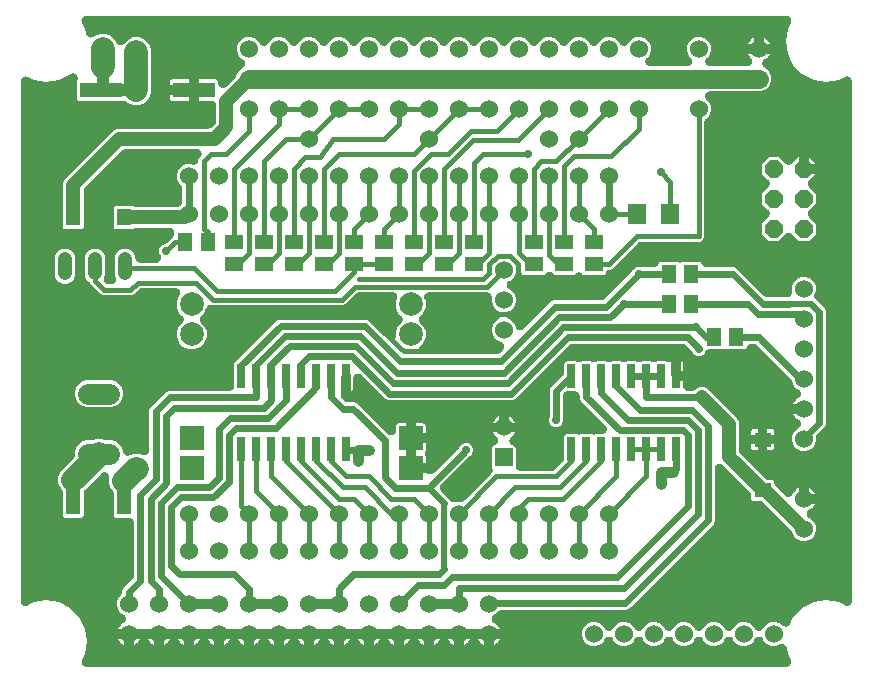
<source format=gbr>
G04 EAGLE Gerber RS-274X export*
G75*
%MOMM*%
%FSLAX34Y34*%
%LPD*%
%INTop Copper*%
%IPPOS*%
%AMOC8*
5,1,8,0,0,1.08239X$1,22.5*%
G01*
%ADD10C,1.790700*%
%ADD11C,1.219200*%
%ADD12R,1.500000X1.300000*%
%ADD13R,3.600000X1.300000*%
%ADD14C,1.524000*%
%ADD15R,1.300000X1.500000*%
%ADD16P,1.649562X8X112.500000*%
%ADD17R,0.660400X2.032000*%
%ADD18R,1.524000X1.524000*%
%ADD19R,1.470000X1.270000*%
%ADD20R,1.270000X1.470000*%
%ADD21R,1.600000X1.800000*%
%ADD22C,2.000000*%
%ADD23R,2.000000X2.000000*%
%ADD24C,0.406400*%
%ADD25C,1.350000*%
%ADD26C,0.705600*%
%ADD27C,0.609600*%
%ADD28C,0.914400*%
%ADD29C,2.032000*%
%ADD30C,1.016000*%
%ADD31C,0.152400*%
%ADD32C,0.406400*%
%ADD33C,1.625600*%
%ADD34C,0.812800*%
%ADD35C,0.508000*%

G36*
X645630Y-2536D02*
X645630Y-2536D01*
X645677Y-2538D01*
X645914Y-2516D01*
X646151Y-2499D01*
X646197Y-2489D01*
X646244Y-2485D01*
X646476Y-2430D01*
X646708Y-2380D01*
X646752Y-2364D01*
X646799Y-2353D01*
X647020Y-2266D01*
X647243Y-2184D01*
X647285Y-2162D01*
X647329Y-2145D01*
X647536Y-2028D01*
X647746Y-1916D01*
X647784Y-1888D01*
X647825Y-1865D01*
X648014Y-1719D01*
X648206Y-1579D01*
X648239Y-1546D01*
X648277Y-1518D01*
X648443Y-1348D01*
X648614Y-1182D01*
X648643Y-1144D01*
X648676Y-1111D01*
X648817Y-919D01*
X648963Y-731D01*
X648986Y-690D01*
X649014Y-652D01*
X649127Y-443D01*
X649245Y-236D01*
X649262Y-192D01*
X649285Y-151D01*
X649367Y72D01*
X649455Y293D01*
X649466Y339D01*
X649483Y384D01*
X649533Y616D01*
X649589Y847D01*
X649594Y894D01*
X649604Y940D01*
X649621Y1177D01*
X649644Y1414D01*
X649642Y1462D01*
X649646Y1509D01*
X649630Y1746D01*
X649620Y1984D01*
X649611Y2030D01*
X649608Y2077D01*
X649559Y2310D01*
X649516Y2544D01*
X649501Y2588D01*
X649491Y2635D01*
X649451Y2737D01*
X649335Y3084D01*
X649243Y3266D01*
X649203Y3369D01*
X646644Y8391D01*
X645840Y13467D01*
X645809Y13603D01*
X645787Y13740D01*
X645745Y13880D01*
X645712Y14023D01*
X645662Y14152D01*
X645621Y14285D01*
X645560Y14418D01*
X645507Y14554D01*
X645440Y14676D01*
X645381Y14801D01*
X645301Y14924D01*
X645230Y15052D01*
X645146Y15163D01*
X645070Y15279D01*
X644974Y15389D01*
X644886Y15506D01*
X644787Y15604D01*
X644696Y15709D01*
X644586Y15805D01*
X644482Y15908D01*
X644370Y15991D01*
X644266Y16082D01*
X644143Y16161D01*
X644025Y16249D01*
X643904Y16316D01*
X643787Y16391D01*
X643654Y16453D01*
X643526Y16523D01*
X643396Y16572D01*
X643270Y16630D01*
X643130Y16673D01*
X642993Y16724D01*
X642857Y16755D01*
X642724Y16795D01*
X642579Y16817D01*
X642437Y16849D01*
X642298Y16860D01*
X642161Y16881D01*
X642014Y16883D01*
X641869Y16895D01*
X641730Y16887D01*
X641591Y16888D01*
X641446Y16870D01*
X641300Y16861D01*
X641164Y16833D01*
X641026Y16815D01*
X640926Y16785D01*
X640741Y16747D01*
X640367Y16615D01*
X640272Y16586D01*
X637021Y15239D01*
X632979Y15239D01*
X629244Y16786D01*
X626386Y19644D01*
X626054Y20446D01*
X626002Y20550D01*
X625960Y20657D01*
X625876Y20804D01*
X625800Y20956D01*
X625734Y21051D01*
X625677Y21151D01*
X625573Y21286D01*
X625476Y21425D01*
X625398Y21510D01*
X625328Y21601D01*
X625205Y21720D01*
X625091Y21845D01*
X625002Y21918D01*
X624919Y21998D01*
X624781Y22099D01*
X624650Y22206D01*
X624552Y22266D01*
X624458Y22334D01*
X624309Y22414D01*
X624163Y22502D01*
X624057Y22548D01*
X623956Y22602D01*
X623796Y22660D01*
X623640Y22727D01*
X623529Y22758D01*
X623420Y22797D01*
X623254Y22832D01*
X623090Y22877D01*
X622976Y22892D01*
X622863Y22916D01*
X622693Y22927D01*
X622525Y22949D01*
X622410Y22947D01*
X622294Y22955D01*
X622125Y22943D01*
X621955Y22940D01*
X621841Y22922D01*
X621726Y22914D01*
X621560Y22878D01*
X621392Y22852D01*
X621282Y22818D01*
X621169Y22794D01*
X621009Y22736D01*
X620847Y22686D01*
X620742Y22637D01*
X620634Y22598D01*
X620485Y22517D01*
X620330Y22445D01*
X620234Y22383D01*
X620132Y22328D01*
X619995Y22228D01*
X619853Y22135D01*
X619766Y22059D01*
X619673Y21991D01*
X619551Y21872D01*
X619423Y21761D01*
X619347Y21674D01*
X619265Y21593D01*
X619161Y21459D01*
X619050Y21330D01*
X618987Y21233D01*
X618917Y21142D01*
X618863Y21040D01*
X618741Y20852D01*
X618601Y20550D01*
X618546Y20446D01*
X618214Y19644D01*
X615356Y16786D01*
X611621Y15239D01*
X607579Y15239D01*
X603844Y16786D01*
X600986Y19644D01*
X600654Y20446D01*
X600602Y20550D01*
X600560Y20657D01*
X600476Y20804D01*
X600400Y20956D01*
X600334Y21051D01*
X600277Y21151D01*
X600173Y21286D01*
X600076Y21425D01*
X599998Y21510D01*
X599928Y21601D01*
X599805Y21720D01*
X599691Y21845D01*
X599602Y21918D01*
X599519Y21998D01*
X599381Y22099D01*
X599250Y22206D01*
X599152Y22266D01*
X599058Y22334D01*
X598909Y22414D01*
X598763Y22502D01*
X598657Y22548D01*
X598556Y22602D01*
X598396Y22660D01*
X598240Y22727D01*
X598129Y22758D01*
X598020Y22797D01*
X597854Y22832D01*
X597690Y22877D01*
X597576Y22892D01*
X597463Y22916D01*
X597293Y22927D01*
X597125Y22949D01*
X597010Y22947D01*
X596894Y22955D01*
X596725Y22943D01*
X596555Y22940D01*
X596441Y22922D01*
X596326Y22914D01*
X596160Y22878D01*
X595992Y22852D01*
X595882Y22818D01*
X595769Y22794D01*
X595609Y22736D01*
X595447Y22686D01*
X595342Y22637D01*
X595234Y22598D01*
X595085Y22517D01*
X594930Y22445D01*
X594834Y22383D01*
X594732Y22328D01*
X594595Y22228D01*
X594453Y22135D01*
X594366Y22059D01*
X594273Y21991D01*
X594151Y21872D01*
X594023Y21761D01*
X593947Y21674D01*
X593865Y21593D01*
X593761Y21459D01*
X593650Y21330D01*
X593587Y21233D01*
X593517Y21142D01*
X593463Y21040D01*
X593341Y20852D01*
X593201Y20550D01*
X593146Y20446D01*
X592814Y19644D01*
X589956Y16786D01*
X586221Y15239D01*
X582179Y15239D01*
X578444Y16786D01*
X575586Y19644D01*
X575254Y20446D01*
X575202Y20550D01*
X575160Y20657D01*
X575076Y20804D01*
X575000Y20956D01*
X574934Y21051D01*
X574877Y21151D01*
X574773Y21286D01*
X574676Y21425D01*
X574598Y21510D01*
X574528Y21601D01*
X574405Y21720D01*
X574291Y21845D01*
X574202Y21918D01*
X574119Y21998D01*
X573981Y22099D01*
X573850Y22206D01*
X573752Y22266D01*
X573658Y22334D01*
X573509Y22414D01*
X573363Y22502D01*
X573257Y22548D01*
X573156Y22602D01*
X572996Y22660D01*
X572840Y22727D01*
X572729Y22758D01*
X572620Y22797D01*
X572454Y22832D01*
X572290Y22877D01*
X572176Y22892D01*
X572063Y22916D01*
X571893Y22927D01*
X571725Y22949D01*
X571610Y22947D01*
X571494Y22955D01*
X571325Y22943D01*
X571155Y22940D01*
X571041Y22922D01*
X570926Y22914D01*
X570760Y22878D01*
X570592Y22852D01*
X570482Y22818D01*
X570369Y22794D01*
X570209Y22736D01*
X570047Y22686D01*
X569942Y22637D01*
X569834Y22598D01*
X569685Y22517D01*
X569530Y22445D01*
X569434Y22383D01*
X569332Y22328D01*
X569195Y22228D01*
X569053Y22135D01*
X568966Y22059D01*
X568873Y21991D01*
X568751Y21872D01*
X568623Y21761D01*
X568547Y21674D01*
X568465Y21593D01*
X568361Y21459D01*
X568250Y21330D01*
X568187Y21233D01*
X568117Y21142D01*
X568063Y21040D01*
X567941Y20852D01*
X567801Y20550D01*
X567746Y20446D01*
X567414Y19644D01*
X564556Y16786D01*
X560821Y15239D01*
X556779Y15239D01*
X553044Y16786D01*
X550186Y19644D01*
X549854Y20446D01*
X549802Y20550D01*
X549760Y20657D01*
X549676Y20804D01*
X549600Y20956D01*
X549534Y21051D01*
X549477Y21151D01*
X549373Y21286D01*
X549276Y21425D01*
X549198Y21510D01*
X549128Y21601D01*
X549005Y21720D01*
X548891Y21845D01*
X548802Y21918D01*
X548719Y21998D01*
X548581Y22099D01*
X548450Y22206D01*
X548352Y22266D01*
X548258Y22334D01*
X548109Y22414D01*
X547963Y22502D01*
X547857Y22548D01*
X547756Y22602D01*
X547596Y22660D01*
X547440Y22727D01*
X547329Y22758D01*
X547220Y22797D01*
X547054Y22832D01*
X546890Y22877D01*
X546776Y22892D01*
X546663Y22916D01*
X546493Y22927D01*
X546325Y22949D01*
X546210Y22947D01*
X546094Y22955D01*
X545925Y22943D01*
X545755Y22940D01*
X545641Y22922D01*
X545526Y22914D01*
X545360Y22878D01*
X545192Y22852D01*
X545082Y22818D01*
X544969Y22794D01*
X544809Y22736D01*
X544647Y22686D01*
X544542Y22637D01*
X544434Y22598D01*
X544285Y22517D01*
X544130Y22445D01*
X544034Y22383D01*
X543932Y22328D01*
X543795Y22228D01*
X543653Y22135D01*
X543566Y22059D01*
X543473Y21991D01*
X543351Y21872D01*
X543223Y21761D01*
X543147Y21674D01*
X543065Y21593D01*
X542961Y21459D01*
X542850Y21330D01*
X542787Y21233D01*
X542717Y21142D01*
X542663Y21040D01*
X542541Y20852D01*
X542401Y20550D01*
X542346Y20446D01*
X542014Y19644D01*
X539156Y16786D01*
X535421Y15239D01*
X531379Y15239D01*
X527644Y16786D01*
X524786Y19644D01*
X524454Y20446D01*
X524402Y20550D01*
X524360Y20657D01*
X524276Y20804D01*
X524200Y20956D01*
X524134Y21051D01*
X524077Y21151D01*
X523973Y21286D01*
X523876Y21425D01*
X523798Y21510D01*
X523728Y21601D01*
X523605Y21720D01*
X523491Y21845D01*
X523402Y21918D01*
X523319Y21998D01*
X523181Y22099D01*
X523050Y22206D01*
X522952Y22266D01*
X522858Y22334D01*
X522709Y22414D01*
X522563Y22502D01*
X522457Y22548D01*
X522356Y22602D01*
X522196Y22660D01*
X522040Y22727D01*
X521929Y22758D01*
X521820Y22797D01*
X521654Y22832D01*
X521490Y22877D01*
X521376Y22892D01*
X521263Y22916D01*
X521093Y22927D01*
X520925Y22949D01*
X520810Y22947D01*
X520694Y22955D01*
X520525Y22943D01*
X520355Y22940D01*
X520241Y22922D01*
X520126Y22914D01*
X519960Y22878D01*
X519792Y22852D01*
X519682Y22818D01*
X519569Y22794D01*
X519409Y22736D01*
X519247Y22686D01*
X519142Y22637D01*
X519034Y22598D01*
X518885Y22517D01*
X518730Y22445D01*
X518634Y22383D01*
X518532Y22328D01*
X518395Y22228D01*
X518253Y22135D01*
X518166Y22059D01*
X518073Y21991D01*
X517951Y21872D01*
X517823Y21761D01*
X517747Y21674D01*
X517665Y21593D01*
X517561Y21459D01*
X517450Y21330D01*
X517387Y21233D01*
X517317Y21142D01*
X517263Y21040D01*
X517141Y20852D01*
X517001Y20550D01*
X516946Y20446D01*
X516614Y19644D01*
X513756Y16786D01*
X510021Y15239D01*
X505979Y15239D01*
X502244Y16786D01*
X499386Y19644D01*
X499054Y20446D01*
X499002Y20550D01*
X498960Y20657D01*
X498876Y20804D01*
X498800Y20956D01*
X498734Y21051D01*
X498677Y21151D01*
X498573Y21286D01*
X498476Y21425D01*
X498398Y21510D01*
X498328Y21601D01*
X498205Y21720D01*
X498091Y21845D01*
X498002Y21918D01*
X497919Y21998D01*
X497781Y22099D01*
X497650Y22206D01*
X497552Y22266D01*
X497458Y22334D01*
X497309Y22414D01*
X497163Y22502D01*
X497057Y22548D01*
X496956Y22602D01*
X496796Y22660D01*
X496640Y22727D01*
X496529Y22758D01*
X496420Y22797D01*
X496254Y22832D01*
X496090Y22877D01*
X495976Y22892D01*
X495863Y22916D01*
X495693Y22927D01*
X495525Y22949D01*
X495410Y22947D01*
X495294Y22955D01*
X495125Y22943D01*
X494955Y22940D01*
X494841Y22922D01*
X494726Y22914D01*
X494560Y22878D01*
X494392Y22852D01*
X494282Y22818D01*
X494169Y22794D01*
X494009Y22736D01*
X493847Y22686D01*
X493742Y22637D01*
X493634Y22598D01*
X493485Y22517D01*
X493330Y22445D01*
X493234Y22383D01*
X493132Y22328D01*
X492995Y22228D01*
X492853Y22135D01*
X492766Y22059D01*
X492673Y21991D01*
X492551Y21872D01*
X492423Y21761D01*
X492347Y21674D01*
X492265Y21593D01*
X492161Y21459D01*
X492050Y21330D01*
X491987Y21233D01*
X491917Y21142D01*
X491863Y21040D01*
X491741Y20852D01*
X491601Y20550D01*
X491546Y20446D01*
X491214Y19644D01*
X488356Y16786D01*
X484621Y15239D01*
X480579Y15239D01*
X476844Y16786D01*
X473986Y19644D01*
X472439Y23379D01*
X472439Y27421D01*
X473986Y31156D01*
X476844Y34014D01*
X480579Y35561D01*
X484621Y35561D01*
X488356Y34014D01*
X491214Y31156D01*
X491546Y30354D01*
X491597Y30251D01*
X491640Y30143D01*
X491725Y29996D01*
X491800Y29844D01*
X491866Y29749D01*
X491923Y29649D01*
X492027Y29514D01*
X492124Y29375D01*
X492202Y29290D01*
X492272Y29199D01*
X492394Y29080D01*
X492509Y28955D01*
X492599Y28882D01*
X492681Y28802D01*
X492818Y28702D01*
X492950Y28594D01*
X493049Y28534D01*
X493141Y28466D01*
X493291Y28386D01*
X493437Y28298D01*
X493543Y28252D01*
X493644Y28198D01*
X493804Y28140D01*
X493960Y28073D01*
X494071Y28042D01*
X494180Y28003D01*
X494346Y27967D01*
X494510Y27923D01*
X494624Y27908D01*
X494737Y27884D01*
X494907Y27873D01*
X495075Y27851D01*
X495190Y27853D01*
X495305Y27845D01*
X495475Y27857D01*
X495645Y27860D01*
X495759Y27878D01*
X495874Y27886D01*
X496040Y27922D01*
X496208Y27948D01*
X496318Y27982D01*
X496431Y28006D01*
X496590Y28064D01*
X496753Y28114D01*
X496858Y28163D01*
X496966Y28202D01*
X497115Y28283D01*
X497269Y28354D01*
X497366Y28417D01*
X497468Y28472D01*
X497605Y28572D01*
X497747Y28665D01*
X497834Y28741D01*
X497927Y28809D01*
X498049Y28927D01*
X498177Y29039D01*
X498252Y29126D01*
X498335Y29207D01*
X498439Y29341D01*
X498550Y29470D01*
X498612Y29566D01*
X498683Y29658D01*
X498737Y29760D01*
X498859Y29948D01*
X498998Y30249D01*
X499054Y30354D01*
X499386Y31156D01*
X502244Y34014D01*
X505979Y35561D01*
X510021Y35561D01*
X513756Y34014D01*
X516614Y31156D01*
X516946Y30354D01*
X516997Y30251D01*
X517040Y30143D01*
X517125Y29996D01*
X517200Y29844D01*
X517266Y29749D01*
X517323Y29649D01*
X517427Y29514D01*
X517524Y29375D01*
X517602Y29290D01*
X517672Y29199D01*
X517794Y29080D01*
X517909Y28955D01*
X517999Y28882D01*
X518081Y28802D01*
X518218Y28702D01*
X518350Y28594D01*
X518449Y28534D01*
X518541Y28466D01*
X518691Y28386D01*
X518837Y28298D01*
X518943Y28252D01*
X519044Y28198D01*
X519204Y28140D01*
X519360Y28073D01*
X519471Y28042D01*
X519580Y28003D01*
X519746Y27967D01*
X519910Y27923D01*
X520024Y27908D01*
X520137Y27884D01*
X520307Y27873D01*
X520475Y27851D01*
X520590Y27853D01*
X520705Y27845D01*
X520875Y27857D01*
X521045Y27860D01*
X521159Y27878D01*
X521274Y27886D01*
X521440Y27922D01*
X521608Y27948D01*
X521718Y27982D01*
X521831Y28006D01*
X521990Y28064D01*
X522153Y28114D01*
X522258Y28163D01*
X522366Y28202D01*
X522515Y28283D01*
X522669Y28354D01*
X522766Y28417D01*
X522868Y28472D01*
X523005Y28572D01*
X523147Y28665D01*
X523234Y28741D01*
X523327Y28809D01*
X523449Y28927D01*
X523577Y29039D01*
X523652Y29126D01*
X523735Y29207D01*
X523839Y29341D01*
X523950Y29470D01*
X524012Y29566D01*
X524083Y29658D01*
X524137Y29760D01*
X524259Y29948D01*
X524398Y30249D01*
X524454Y30354D01*
X524786Y31156D01*
X527644Y34014D01*
X531379Y35561D01*
X535421Y35561D01*
X539156Y34014D01*
X542014Y31156D01*
X542346Y30354D01*
X542397Y30251D01*
X542440Y30143D01*
X542525Y29996D01*
X542600Y29844D01*
X542666Y29749D01*
X542723Y29649D01*
X542827Y29514D01*
X542924Y29375D01*
X543002Y29290D01*
X543072Y29199D01*
X543194Y29080D01*
X543309Y28955D01*
X543399Y28882D01*
X543481Y28802D01*
X543618Y28702D01*
X543750Y28594D01*
X543849Y28534D01*
X543941Y28466D01*
X544091Y28386D01*
X544237Y28298D01*
X544343Y28252D01*
X544444Y28198D01*
X544604Y28140D01*
X544760Y28073D01*
X544871Y28042D01*
X544980Y28003D01*
X545146Y27967D01*
X545310Y27923D01*
X545424Y27908D01*
X545537Y27884D01*
X545707Y27873D01*
X545875Y27851D01*
X545990Y27853D01*
X546105Y27845D01*
X546275Y27857D01*
X546445Y27860D01*
X546559Y27878D01*
X546674Y27886D01*
X546840Y27922D01*
X547008Y27948D01*
X547118Y27982D01*
X547231Y28006D01*
X547390Y28064D01*
X547553Y28114D01*
X547658Y28163D01*
X547766Y28202D01*
X547915Y28283D01*
X548069Y28354D01*
X548166Y28417D01*
X548268Y28472D01*
X548405Y28572D01*
X548547Y28665D01*
X548634Y28741D01*
X548727Y28809D01*
X548849Y28927D01*
X548977Y29039D01*
X549052Y29126D01*
X549135Y29207D01*
X549239Y29341D01*
X549350Y29470D01*
X549412Y29566D01*
X549483Y29658D01*
X549537Y29760D01*
X549659Y29948D01*
X549798Y30249D01*
X549854Y30354D01*
X550186Y31156D01*
X553044Y34014D01*
X556779Y35561D01*
X560821Y35561D01*
X564556Y34014D01*
X567414Y31156D01*
X567746Y30354D01*
X567797Y30251D01*
X567840Y30143D01*
X567925Y29996D01*
X568000Y29844D01*
X568066Y29749D01*
X568123Y29649D01*
X568227Y29514D01*
X568324Y29375D01*
X568402Y29290D01*
X568472Y29199D01*
X568594Y29080D01*
X568709Y28955D01*
X568799Y28882D01*
X568881Y28802D01*
X569018Y28702D01*
X569150Y28594D01*
X569249Y28534D01*
X569341Y28466D01*
X569491Y28386D01*
X569637Y28298D01*
X569743Y28252D01*
X569844Y28198D01*
X570004Y28140D01*
X570160Y28073D01*
X570271Y28042D01*
X570380Y28003D01*
X570546Y27967D01*
X570710Y27923D01*
X570824Y27908D01*
X570937Y27884D01*
X571107Y27873D01*
X571275Y27851D01*
X571390Y27853D01*
X571505Y27845D01*
X571675Y27857D01*
X571845Y27860D01*
X571959Y27878D01*
X572074Y27886D01*
X572240Y27922D01*
X572408Y27948D01*
X572518Y27982D01*
X572631Y28006D01*
X572790Y28064D01*
X572953Y28114D01*
X573058Y28163D01*
X573166Y28202D01*
X573315Y28283D01*
X573469Y28354D01*
X573566Y28417D01*
X573668Y28472D01*
X573805Y28572D01*
X573947Y28665D01*
X574034Y28741D01*
X574127Y28809D01*
X574249Y28927D01*
X574377Y29039D01*
X574452Y29126D01*
X574535Y29207D01*
X574639Y29341D01*
X574750Y29470D01*
X574812Y29566D01*
X574883Y29658D01*
X574937Y29760D01*
X575059Y29948D01*
X575198Y30249D01*
X575254Y30354D01*
X575586Y31156D01*
X578444Y34014D01*
X582179Y35561D01*
X586221Y35561D01*
X589956Y34014D01*
X592814Y31156D01*
X593146Y30354D01*
X593197Y30251D01*
X593240Y30143D01*
X593325Y29996D01*
X593400Y29844D01*
X593466Y29749D01*
X593523Y29649D01*
X593627Y29514D01*
X593724Y29375D01*
X593802Y29290D01*
X593872Y29199D01*
X593994Y29080D01*
X594109Y28955D01*
X594199Y28882D01*
X594281Y28802D01*
X594418Y28702D01*
X594550Y28594D01*
X594649Y28534D01*
X594741Y28466D01*
X594891Y28386D01*
X595037Y28298D01*
X595143Y28252D01*
X595244Y28198D01*
X595404Y28140D01*
X595560Y28073D01*
X595671Y28042D01*
X595780Y28003D01*
X595946Y27967D01*
X596110Y27923D01*
X596224Y27908D01*
X596337Y27884D01*
X596507Y27873D01*
X596675Y27851D01*
X596790Y27853D01*
X596905Y27845D01*
X597075Y27857D01*
X597245Y27860D01*
X597359Y27878D01*
X597474Y27886D01*
X597640Y27922D01*
X597808Y27948D01*
X597918Y27982D01*
X598031Y28006D01*
X598190Y28064D01*
X598353Y28114D01*
X598458Y28163D01*
X598566Y28202D01*
X598715Y28283D01*
X598869Y28354D01*
X598966Y28417D01*
X599068Y28472D01*
X599205Y28572D01*
X599347Y28665D01*
X599434Y28741D01*
X599527Y28809D01*
X599649Y28927D01*
X599777Y29039D01*
X599852Y29126D01*
X599935Y29207D01*
X600039Y29341D01*
X600150Y29470D01*
X600212Y29566D01*
X600283Y29658D01*
X600337Y29760D01*
X600459Y29948D01*
X600598Y30249D01*
X600654Y30354D01*
X600986Y31156D01*
X603844Y34014D01*
X607579Y35561D01*
X611621Y35561D01*
X615356Y34014D01*
X618214Y31156D01*
X618546Y30354D01*
X618597Y30251D01*
X618640Y30143D01*
X618725Y29996D01*
X618800Y29844D01*
X618866Y29749D01*
X618923Y29649D01*
X619027Y29514D01*
X619124Y29375D01*
X619202Y29290D01*
X619272Y29199D01*
X619394Y29080D01*
X619509Y28955D01*
X619599Y28882D01*
X619681Y28802D01*
X619818Y28702D01*
X619950Y28594D01*
X620049Y28534D01*
X620141Y28466D01*
X620291Y28386D01*
X620437Y28298D01*
X620543Y28252D01*
X620644Y28198D01*
X620804Y28140D01*
X620960Y28073D01*
X621071Y28042D01*
X621180Y28003D01*
X621346Y27967D01*
X621510Y27923D01*
X621624Y27908D01*
X621737Y27884D01*
X621907Y27873D01*
X622075Y27851D01*
X622190Y27853D01*
X622305Y27845D01*
X622475Y27857D01*
X622645Y27860D01*
X622759Y27878D01*
X622874Y27886D01*
X623040Y27922D01*
X623208Y27948D01*
X623318Y27982D01*
X623431Y28006D01*
X623590Y28064D01*
X623753Y28114D01*
X623858Y28163D01*
X623966Y28202D01*
X624115Y28283D01*
X624269Y28354D01*
X624366Y28417D01*
X624468Y28472D01*
X624605Y28572D01*
X624747Y28665D01*
X624834Y28741D01*
X624927Y28809D01*
X625049Y28927D01*
X625177Y29039D01*
X625252Y29126D01*
X625335Y29207D01*
X625439Y29341D01*
X625550Y29470D01*
X625612Y29566D01*
X625683Y29658D01*
X625737Y29760D01*
X625859Y29948D01*
X625998Y30249D01*
X626054Y30354D01*
X626386Y31156D01*
X629244Y34014D01*
X632979Y35561D01*
X637021Y35561D01*
X640756Y34014D01*
X642155Y32614D01*
X642165Y32606D01*
X642174Y32596D01*
X642379Y32420D01*
X642585Y32241D01*
X642596Y32234D01*
X642606Y32225D01*
X642833Y32080D01*
X643063Y31931D01*
X643075Y31925D01*
X643086Y31918D01*
X643331Y31807D01*
X643580Y31691D01*
X643593Y31687D01*
X643605Y31682D01*
X643863Y31605D01*
X644125Y31526D01*
X644139Y31524D01*
X644151Y31520D01*
X644419Y31480D01*
X644688Y31439D01*
X644702Y31438D01*
X644715Y31436D01*
X644988Y31435D01*
X645258Y31431D01*
X645271Y31433D01*
X645284Y31432D01*
X645553Y31469D01*
X645823Y31503D01*
X645836Y31506D01*
X645849Y31508D01*
X646110Y31582D01*
X646373Y31653D01*
X646385Y31659D01*
X646398Y31662D01*
X646648Y31772D01*
X646896Y31879D01*
X646907Y31886D01*
X646919Y31891D01*
X647150Y32034D01*
X647383Y32176D01*
X647393Y32184D01*
X647404Y32191D01*
X647613Y32366D01*
X647823Y32538D01*
X647831Y32548D01*
X647842Y32556D01*
X648024Y32758D01*
X648208Y32958D01*
X648215Y32969D01*
X648224Y32978D01*
X648252Y33023D01*
X648530Y33427D01*
X648599Y33566D01*
X648648Y33643D01*
X651544Y39325D01*
X659175Y46956D01*
X668791Y51856D01*
X679450Y53544D01*
X690109Y51856D01*
X695131Y49297D01*
X695175Y49279D01*
X695216Y49255D01*
X695438Y49167D01*
X695656Y49075D01*
X695701Y49062D01*
X695745Y49045D01*
X695977Y48989D01*
X696206Y48928D01*
X696253Y48922D01*
X696299Y48911D01*
X696536Y48888D01*
X696772Y48859D01*
X696819Y48860D01*
X696866Y48856D01*
X697105Y48866D01*
X697342Y48871D01*
X697388Y48878D01*
X697436Y48880D01*
X697669Y48924D01*
X697904Y48962D01*
X697950Y48976D01*
X697996Y48984D01*
X698221Y49060D01*
X698448Y49130D01*
X698491Y49150D01*
X698536Y49165D01*
X698749Y49272D01*
X698964Y49373D01*
X699003Y49399D01*
X699045Y49421D01*
X699242Y49556D01*
X699440Y49686D01*
X699475Y49718D01*
X699514Y49744D01*
X699689Y49906D01*
X699868Y50063D01*
X699898Y50099D01*
X699933Y50131D01*
X700084Y50315D01*
X700239Y50495D01*
X700264Y50535D01*
X700294Y50572D01*
X700418Y50776D01*
X700545Y50976D01*
X700565Y51019D01*
X700589Y51059D01*
X700683Y51277D01*
X700782Y51494D01*
X700795Y51539D01*
X700814Y51583D01*
X700876Y51812D01*
X700943Y52040D01*
X700950Y52087D01*
X700963Y52133D01*
X700973Y52242D01*
X701027Y52604D01*
X701029Y52808D01*
X701039Y52917D01*
X701039Y493183D01*
X701036Y493230D01*
X701038Y493277D01*
X701021Y493464D01*
X701013Y493637D01*
X701004Y493687D01*
X700999Y493751D01*
X700989Y493797D01*
X700985Y493844D01*
X700938Y494042D01*
X700909Y494197D01*
X700895Y494240D01*
X700880Y494308D01*
X700864Y494352D01*
X700853Y494399D01*
X700774Y494601D01*
X700728Y494737D01*
X700711Y494771D01*
X700684Y494843D01*
X700662Y494885D01*
X700645Y494929D01*
X700531Y495130D01*
X700473Y495247D01*
X700454Y495273D01*
X700416Y495346D01*
X700388Y495384D01*
X700365Y495425D01*
X700219Y495614D01*
X700212Y495624D01*
X700149Y495715D01*
X700131Y495735D01*
X700079Y495806D01*
X700046Y495839D01*
X700018Y495877D01*
X699848Y496043D01*
X699824Y496068D01*
X699763Y496134D01*
X699746Y496148D01*
X699682Y496214D01*
X699644Y496243D01*
X699611Y496276D01*
X699419Y496417D01*
X699377Y496450D01*
X699322Y496495D01*
X699307Y496504D01*
X699231Y496563D01*
X699190Y496586D01*
X699152Y496614D01*
X698943Y496727D01*
X698881Y496762D01*
X698834Y496791D01*
X698822Y496796D01*
X698736Y496845D01*
X698692Y496862D01*
X698651Y496885D01*
X698428Y496967D01*
X698349Y496998D01*
X698311Y497015D01*
X698301Y497018D01*
X698207Y497055D01*
X698161Y497066D01*
X698116Y497083D01*
X697884Y497133D01*
X697793Y497155D01*
X697761Y497164D01*
X697754Y497165D01*
X697653Y497189D01*
X697606Y497194D01*
X697560Y497204D01*
X697323Y497221D01*
X697086Y497244D01*
X697038Y497242D01*
X696991Y497246D01*
X696754Y497230D01*
X696516Y497220D01*
X696470Y497211D01*
X696423Y497208D01*
X696190Y497159D01*
X695956Y497116D01*
X695912Y497101D01*
X695865Y497091D01*
X695842Y497082D01*
X695840Y497081D01*
X695685Y497025D01*
X695416Y496935D01*
X695356Y496904D01*
X695305Y496886D01*
X695202Y496831D01*
X695131Y496803D01*
X690109Y494244D01*
X679450Y492556D01*
X668791Y494244D01*
X659175Y499144D01*
X651544Y506775D01*
X646644Y516391D01*
X644956Y527050D01*
X646644Y537709D01*
X649203Y542731D01*
X649221Y542775D01*
X649245Y542816D01*
X649333Y543038D01*
X649425Y543256D01*
X649438Y543301D01*
X649455Y543345D01*
X649511Y543577D01*
X649572Y543806D01*
X649578Y543853D01*
X649589Y543899D01*
X649612Y544136D01*
X649641Y544372D01*
X649640Y544419D01*
X649644Y544466D01*
X649634Y544705D01*
X649629Y544942D01*
X649622Y544988D01*
X649620Y545036D01*
X649576Y545269D01*
X649538Y545504D01*
X649524Y545550D01*
X649516Y545596D01*
X649440Y545821D01*
X649370Y546048D01*
X649350Y546091D01*
X649335Y546136D01*
X649228Y546349D01*
X649127Y546564D01*
X649101Y546603D01*
X649079Y546645D01*
X648944Y546842D01*
X648814Y547040D01*
X648782Y547075D01*
X648756Y547114D01*
X648594Y547289D01*
X648437Y547468D01*
X648401Y547498D01*
X648369Y547533D01*
X648185Y547684D01*
X648005Y547839D01*
X647965Y547864D01*
X647928Y547894D01*
X647724Y548018D01*
X647524Y548145D01*
X647481Y548165D01*
X647441Y548189D01*
X647223Y548283D01*
X647006Y548382D01*
X646961Y548395D01*
X646917Y548414D01*
X646688Y548476D01*
X646460Y548543D01*
X646413Y548550D01*
X646367Y548563D01*
X646258Y548573D01*
X645896Y548627D01*
X645692Y548629D01*
X645583Y548639D01*
X52917Y548639D01*
X52870Y548636D01*
X52823Y548638D01*
X52586Y548616D01*
X52349Y548599D01*
X52303Y548589D01*
X52256Y548585D01*
X52024Y548530D01*
X51792Y548480D01*
X51748Y548464D01*
X51701Y548453D01*
X51480Y548366D01*
X51257Y548284D01*
X51215Y548262D01*
X51171Y548245D01*
X50964Y548128D01*
X50754Y548016D01*
X50716Y547988D01*
X50675Y547965D01*
X50486Y547819D01*
X50294Y547679D01*
X50261Y547646D01*
X50223Y547618D01*
X50057Y547448D01*
X49886Y547282D01*
X49857Y547244D01*
X49824Y547211D01*
X49683Y547019D01*
X49537Y546831D01*
X49514Y546790D01*
X49486Y546752D01*
X49373Y546543D01*
X49255Y546336D01*
X49238Y546292D01*
X49215Y546251D01*
X49133Y546028D01*
X49045Y545807D01*
X49034Y545761D01*
X49017Y545716D01*
X48967Y545484D01*
X48911Y545253D01*
X48906Y545206D01*
X48896Y545160D01*
X48879Y544923D01*
X48856Y544686D01*
X48858Y544638D01*
X48854Y544591D01*
X48870Y544354D01*
X48880Y544116D01*
X48889Y544070D01*
X48892Y544023D01*
X48941Y543790D01*
X48984Y543556D01*
X48999Y543512D01*
X49009Y543465D01*
X49049Y543363D01*
X49165Y543016D01*
X49257Y542834D01*
X49297Y542731D01*
X51856Y537709D01*
X52504Y533615D01*
X52523Y533536D01*
X52533Y533455D01*
X52587Y533258D01*
X52633Y533060D01*
X52662Y532984D01*
X52683Y532905D01*
X52764Y532718D01*
X52837Y532528D01*
X52877Y532457D01*
X52909Y532382D01*
X53015Y532208D01*
X53115Y532030D01*
X53164Y531965D01*
X53206Y531896D01*
X53335Y531739D01*
X53459Y531576D01*
X53516Y531518D01*
X53568Y531456D01*
X53718Y531318D01*
X53863Y531174D01*
X53928Y531126D01*
X53988Y531071D01*
X54156Y530955D01*
X54319Y530833D01*
X54390Y530794D01*
X54458Y530748D01*
X54640Y530657D01*
X54819Y530559D01*
X54895Y530531D01*
X54968Y530494D01*
X55161Y530430D01*
X55352Y530358D01*
X55431Y530340D01*
X55508Y530314D01*
X55709Y530278D01*
X55908Y530233D01*
X55989Y530227D01*
X56069Y530212D01*
X56273Y530204D01*
X56476Y530187D01*
X56557Y530192D01*
X56638Y530189D01*
X56841Y530209D01*
X57045Y530221D01*
X57124Y530238D01*
X57205Y530246D01*
X57403Y530294D01*
X57603Y530335D01*
X57680Y530362D01*
X57759Y530381D01*
X57948Y530457D01*
X58140Y530525D01*
X58212Y530563D01*
X58288Y530593D01*
X58464Y530694D01*
X58645Y530789D01*
X58711Y530836D01*
X58782Y530877D01*
X58876Y530954D01*
X59109Y531120D01*
X59298Y531301D01*
X59391Y531377D01*
X59481Y531467D01*
X64149Y533401D01*
X69201Y533401D01*
X73869Y531467D01*
X77442Y527894D01*
X78107Y526289D01*
X78184Y526135D01*
X78253Y525976D01*
X78311Y525880D01*
X78362Y525779D01*
X78459Y525637D01*
X78549Y525490D01*
X78621Y525403D01*
X78685Y525310D01*
X78802Y525183D01*
X78911Y525049D01*
X78994Y524973D01*
X79070Y524891D01*
X79204Y524781D01*
X79331Y524664D01*
X79424Y524601D01*
X79511Y524529D01*
X79659Y524439D01*
X79801Y524342D01*
X79902Y524292D01*
X79998Y524233D01*
X80156Y524165D01*
X80311Y524088D01*
X80418Y524052D01*
X80521Y524008D01*
X80688Y523963D01*
X80852Y523908D01*
X80963Y523888D01*
X81071Y523858D01*
X81242Y523837D01*
X81412Y523806D01*
X81525Y523801D01*
X81636Y523787D01*
X81809Y523789D01*
X81982Y523782D01*
X82093Y523794D01*
X82206Y523795D01*
X82377Y523822D01*
X82549Y523839D01*
X82658Y523866D01*
X82769Y523883D01*
X82934Y523934D01*
X83102Y523975D01*
X83207Y524017D01*
X83314Y524049D01*
X83470Y524122D01*
X83631Y524186D01*
X83729Y524243D01*
X83831Y524290D01*
X83975Y524384D01*
X84125Y524470D01*
X84191Y524524D01*
X84308Y524600D01*
X84724Y524962D01*
X84734Y524971D01*
X88056Y528292D01*
X92724Y530226D01*
X97776Y530226D01*
X102444Y528292D01*
X106017Y524719D01*
X107951Y520051D01*
X107951Y483249D01*
X106017Y478581D01*
X102444Y475008D01*
X97776Y473074D01*
X92724Y473074D01*
X88056Y475008D01*
X87502Y475561D01*
X87500Y475563D01*
X87498Y475566D01*
X87291Y475745D01*
X87072Y475935D01*
X87069Y475937D01*
X87067Y475939D01*
X86836Y476088D01*
X86594Y476244D01*
X86591Y476246D01*
X86588Y476248D01*
X86336Y476364D01*
X86077Y476484D01*
X86074Y476485D01*
X86071Y476487D01*
X85803Y476567D01*
X85532Y476650D01*
X85528Y476650D01*
X85525Y476651D01*
X85251Y476693D01*
X84969Y476737D01*
X84965Y476737D01*
X84962Y476737D01*
X84676Y476741D01*
X84399Y476745D01*
X84396Y476744D01*
X84392Y476744D01*
X84315Y476734D01*
X46770Y476734D01*
X45836Y477121D01*
X45121Y477836D01*
X44734Y478770D01*
X44734Y492780D01*
X45307Y494164D01*
X45394Y494423D01*
X45483Y494684D01*
X45485Y494694D01*
X45488Y494704D01*
X45537Y494972D01*
X45589Y495244D01*
X45589Y495254D01*
X45591Y495265D01*
X45603Y495539D01*
X45616Y495813D01*
X45615Y495823D01*
X45615Y495834D01*
X45588Y496107D01*
X45562Y496380D01*
X45560Y496391D01*
X45559Y496401D01*
X45495Y496663D01*
X45430Y496935D01*
X45427Y496944D01*
X45424Y496955D01*
X45322Y497210D01*
X45222Y497465D01*
X45217Y497474D01*
X45213Y497484D01*
X45076Y497723D01*
X44942Y497961D01*
X44936Y497969D01*
X44930Y497978D01*
X44763Y498194D01*
X44595Y498413D01*
X44587Y498420D01*
X44581Y498429D01*
X44384Y498620D01*
X44188Y498812D01*
X44180Y498818D01*
X44172Y498825D01*
X43952Y498986D01*
X43730Y499150D01*
X43720Y499155D01*
X43712Y499161D01*
X43470Y499290D01*
X43228Y499421D01*
X43218Y499424D01*
X43209Y499429D01*
X42950Y499524D01*
X42694Y499619D01*
X42684Y499621D01*
X42674Y499625D01*
X42405Y499682D01*
X42137Y499740D01*
X42127Y499741D01*
X42116Y499743D01*
X41841Y499762D01*
X41569Y499782D01*
X41558Y499781D01*
X41548Y499782D01*
X41276Y499763D01*
X41000Y499744D01*
X40990Y499742D01*
X40980Y499741D01*
X40712Y499684D01*
X40443Y499627D01*
X40435Y499624D01*
X40423Y499622D01*
X39888Y499425D01*
X39780Y499367D01*
X39709Y499339D01*
X29709Y494244D01*
X19050Y492556D01*
X8391Y494244D01*
X3369Y496803D01*
X3325Y496821D01*
X3284Y496845D01*
X3062Y496933D01*
X2919Y496994D01*
X2869Y497015D01*
X2868Y497015D01*
X2844Y497025D01*
X2799Y497038D01*
X2755Y497055D01*
X2523Y497111D01*
X2294Y497172D01*
X2247Y497178D01*
X2201Y497189D01*
X1964Y497212D01*
X1728Y497241D01*
X1681Y497240D01*
X1634Y497244D01*
X1537Y497240D01*
X1535Y497240D01*
X1524Y497240D01*
X1496Y497238D01*
X1395Y497234D01*
X1158Y497229D01*
X1112Y497222D01*
X1064Y497220D01*
X963Y497201D01*
X956Y497201D01*
X924Y497194D01*
X831Y497176D01*
X596Y497138D01*
X550Y497124D01*
X504Y497116D01*
X407Y497083D01*
X398Y497081D01*
X362Y497068D01*
X279Y497040D01*
X52Y496970D01*
X9Y496950D01*
X-36Y496935D01*
X-125Y496890D01*
X-137Y496886D01*
X-181Y496862D01*
X-249Y496828D01*
X-464Y496727D01*
X-503Y496701D01*
X-545Y496679D01*
X-626Y496624D01*
X-639Y496617D01*
X-691Y496579D01*
X-742Y496544D01*
X-940Y496414D01*
X-975Y496382D01*
X-1014Y496356D01*
X-1083Y496292D01*
X-1099Y496280D01*
X-1158Y496223D01*
X-1189Y496194D01*
X-1368Y496037D01*
X-1398Y496001D01*
X-1433Y495969D01*
X-1490Y495900D01*
X-1507Y495883D01*
X-1570Y495802D01*
X-1584Y495785D01*
X-1739Y495605D01*
X-1764Y495565D01*
X-1794Y495528D01*
X-1838Y495456D01*
X-1856Y495432D01*
X-1918Y495324D01*
X-2045Y495124D01*
X-2065Y495081D01*
X-2089Y495041D01*
X-2120Y494969D01*
X-2138Y494937D01*
X-2189Y494809D01*
X-2282Y494606D01*
X-2295Y494561D01*
X-2314Y494517D01*
X-2333Y494447D01*
X-2348Y494408D01*
X-2384Y494259D01*
X-2444Y494060D01*
X-2450Y494013D01*
X-2463Y493967D01*
X-2468Y493914D01*
X-2483Y493854D01*
X-2499Y493687D01*
X-2527Y493496D01*
X-2528Y493388D01*
X-2538Y493287D01*
X-2535Y493225D01*
X-2539Y493183D01*
X-2539Y52917D01*
X-2536Y52870D01*
X-2538Y52823D01*
X-2516Y52586D01*
X-2499Y52349D01*
X-2489Y52303D01*
X-2485Y52256D01*
X-2430Y52024D01*
X-2380Y51792D01*
X-2364Y51748D01*
X-2353Y51701D01*
X-2266Y51480D01*
X-2184Y51257D01*
X-2162Y51215D01*
X-2145Y51171D01*
X-2028Y50964D01*
X-1916Y50754D01*
X-1888Y50716D01*
X-1865Y50675D01*
X-1719Y50486D01*
X-1579Y50294D01*
X-1546Y50261D01*
X-1518Y50223D01*
X-1348Y50057D01*
X-1182Y49886D01*
X-1144Y49857D01*
X-1111Y49824D01*
X-919Y49683D01*
X-731Y49537D01*
X-690Y49514D01*
X-652Y49486D01*
X-443Y49373D01*
X-236Y49255D01*
X-192Y49238D01*
X-151Y49215D01*
X72Y49133D01*
X293Y49045D01*
X339Y49034D01*
X384Y49017D01*
X616Y48967D01*
X847Y48911D01*
X894Y48906D01*
X940Y48896D01*
X1177Y48879D01*
X1414Y48856D01*
X1462Y48858D01*
X1509Y48854D01*
X1746Y48870D01*
X1984Y48880D01*
X2030Y48889D01*
X2077Y48892D01*
X2310Y48941D01*
X2544Y48984D01*
X2588Y48999D01*
X2635Y49009D01*
X2737Y49049D01*
X3084Y49165D01*
X3266Y49257D01*
X3369Y49297D01*
X8391Y51856D01*
X19050Y53544D01*
X29709Y51856D01*
X39325Y46956D01*
X46956Y39325D01*
X51856Y29709D01*
X53544Y19050D01*
X51856Y8391D01*
X49297Y3369D01*
X49279Y3325D01*
X49255Y3284D01*
X49167Y3062D01*
X49075Y2844D01*
X49062Y2799D01*
X49045Y2755D01*
X48989Y2523D01*
X48928Y2294D01*
X48922Y2247D01*
X48911Y2201D01*
X48888Y1964D01*
X48859Y1728D01*
X48860Y1681D01*
X48856Y1634D01*
X48866Y1395D01*
X48871Y1158D01*
X48878Y1112D01*
X48880Y1064D01*
X48924Y831D01*
X48962Y596D01*
X48976Y550D01*
X48984Y504D01*
X49060Y279D01*
X49130Y52D01*
X49150Y9D01*
X49165Y-36D01*
X49272Y-249D01*
X49373Y-464D01*
X49399Y-503D01*
X49421Y-545D01*
X49556Y-742D01*
X49686Y-940D01*
X49718Y-975D01*
X49744Y-1014D01*
X49906Y-1189D01*
X50063Y-1368D01*
X50099Y-1398D01*
X50131Y-1433D01*
X50315Y-1584D01*
X50495Y-1739D01*
X50535Y-1764D01*
X50572Y-1794D01*
X50776Y-1918D01*
X50976Y-2045D01*
X51019Y-2065D01*
X51059Y-2089D01*
X51277Y-2183D01*
X51494Y-2282D01*
X51539Y-2295D01*
X51583Y-2314D01*
X51812Y-2376D01*
X52040Y-2444D01*
X52087Y-2450D01*
X52133Y-2463D01*
X52242Y-2473D01*
X52604Y-2527D01*
X52808Y-2529D01*
X52917Y-2539D01*
X645583Y-2539D01*
X645630Y-2536D01*
G37*
%LPC*%
G36*
X393700Y29463D02*
X393700Y29463D01*
X368300Y29463D01*
X342900Y29463D01*
X317500Y29463D01*
X292100Y29463D01*
X266700Y29463D01*
X241300Y29463D01*
X215900Y29463D01*
X190500Y29463D01*
X165100Y29463D01*
X139700Y29463D01*
X114300Y29463D01*
X88900Y29463D01*
X79567Y29463D01*
X80210Y30725D01*
X81150Y32019D01*
X82281Y33150D01*
X83575Y34090D01*
X84293Y34456D01*
X84498Y34580D01*
X84708Y34700D01*
X84743Y34727D01*
X84781Y34750D01*
X84968Y34901D01*
X85158Y35049D01*
X85189Y35081D01*
X85223Y35109D01*
X85387Y35285D01*
X85555Y35458D01*
X85581Y35494D01*
X85611Y35526D01*
X85749Y35724D01*
X85891Y35918D01*
X85912Y35957D01*
X85937Y35994D01*
X86046Y36209D01*
X86159Y36421D01*
X86174Y36463D01*
X86194Y36502D01*
X86271Y36730D01*
X86354Y36956D01*
X86363Y37000D01*
X86377Y37042D01*
X86422Y37278D01*
X86472Y37514D01*
X86475Y37558D01*
X86484Y37602D01*
X86495Y37842D01*
X86511Y38082D01*
X86508Y38126D01*
X86510Y38171D01*
X86488Y38410D01*
X86471Y38650D01*
X86461Y38694D01*
X86457Y38738D01*
X86401Y38972D01*
X86351Y39207D01*
X86336Y39249D01*
X86325Y39292D01*
X86237Y39517D01*
X86154Y39742D01*
X86133Y39781D01*
X86117Y39823D01*
X85999Y40032D01*
X85885Y40244D01*
X85859Y40280D01*
X85837Y40319D01*
X85690Y40510D01*
X85548Y40704D01*
X85517Y40735D01*
X85490Y40771D01*
X85317Y40940D01*
X85150Y41111D01*
X85115Y41139D01*
X85083Y41170D01*
X84889Y41313D01*
X84699Y41460D01*
X84667Y41477D01*
X84624Y41508D01*
X84347Y41658D01*
X84266Y41707D01*
X84218Y41727D01*
X84123Y41779D01*
X84049Y41806D01*
X84003Y41831D01*
X83144Y42186D01*
X80286Y45044D01*
X78739Y48779D01*
X78739Y52821D01*
X80286Y56556D01*
X82121Y58391D01*
X82161Y58436D01*
X82205Y58477D01*
X82348Y58652D01*
X82495Y58821D01*
X82527Y58871D01*
X82566Y58918D01*
X82683Y59111D01*
X82805Y59299D01*
X82830Y59354D01*
X82861Y59405D01*
X82950Y59611D01*
X83045Y59816D01*
X83062Y59874D01*
X83086Y59929D01*
X83144Y60146D01*
X83210Y60361D01*
X83219Y60421D01*
X83235Y60479D01*
X83246Y60596D01*
X83297Y60924D01*
X83300Y61149D01*
X83311Y61264D01*
X83311Y61437D01*
X84162Y63491D01*
X92027Y71356D01*
X92067Y71401D01*
X92111Y71442D01*
X92253Y71616D01*
X92401Y71786D01*
X92434Y71837D01*
X92472Y71883D01*
X92589Y72076D01*
X92711Y72264D01*
X92736Y72319D01*
X92767Y72371D01*
X92856Y72577D01*
X92951Y72781D01*
X92968Y72839D01*
X92992Y72894D01*
X93050Y73111D01*
X93116Y73326D01*
X93125Y73386D01*
X93141Y73444D01*
X93152Y73561D01*
X93203Y73889D01*
X93206Y74114D01*
X93217Y74229D01*
X93217Y119396D01*
X93201Y119625D01*
X93191Y119856D01*
X93181Y119910D01*
X93177Y119964D01*
X93129Y120190D01*
X93087Y120416D01*
X93070Y120468D01*
X93058Y120522D01*
X92979Y120738D01*
X92906Y120956D01*
X92881Y121005D01*
X92862Y121057D01*
X92754Y121260D01*
X92651Y121465D01*
X92620Y121511D01*
X92594Y121559D01*
X92458Y121745D01*
X92327Y121934D01*
X92290Y121975D01*
X92257Y122019D01*
X92097Y122184D01*
X91941Y122353D01*
X91898Y122388D01*
X91860Y122427D01*
X91678Y122568D01*
X91500Y122714D01*
X91452Y122742D01*
X91409Y122776D01*
X91209Y122890D01*
X91012Y123009D01*
X90962Y123031D01*
X90914Y123058D01*
X90700Y123143D01*
X90489Y123234D01*
X90436Y123248D01*
X90385Y123268D01*
X90160Y123323D01*
X89939Y123383D01*
X89895Y123387D01*
X89831Y123403D01*
X89264Y123458D01*
X89198Y123455D01*
X89154Y123459D01*
X78145Y123459D01*
X77211Y123846D01*
X76496Y124561D01*
X76109Y125495D01*
X76109Y141226D01*
X76138Y141292D01*
X76182Y141454D01*
X76235Y141612D01*
X76256Y141728D01*
X76287Y141842D01*
X76298Y141956D01*
X76338Y142173D01*
X76352Y142511D01*
X76363Y142627D01*
X76363Y143842D01*
X76359Y143902D01*
X76361Y143963D01*
X76339Y144186D01*
X76323Y144410D01*
X76311Y144470D01*
X76305Y144530D01*
X76251Y144748D01*
X76204Y144968D01*
X76184Y145024D01*
X76169Y145083D01*
X76086Y145292D01*
X76008Y145503D01*
X75980Y145556D01*
X75958Y145612D01*
X75846Y145807D01*
X75740Y146005D01*
X75704Y146054D01*
X75674Y146106D01*
X75599Y146197D01*
X75403Y146465D01*
X75246Y146626D01*
X75173Y146715D01*
X74233Y147656D01*
X72299Y152324D01*
X72299Y158103D01*
X72291Y158218D01*
X72293Y158333D01*
X72271Y158502D01*
X72259Y158672D01*
X72235Y158784D01*
X72221Y158899D01*
X72176Y159063D01*
X72140Y159229D01*
X72101Y159337D01*
X72070Y159448D01*
X72003Y159604D01*
X71944Y159764D01*
X71890Y159866D01*
X71844Y159971D01*
X71756Y160116D01*
X71676Y160266D01*
X71608Y160359D01*
X71548Y160458D01*
X71440Y160589D01*
X71339Y160726D01*
X71259Y160809D01*
X71186Y160898D01*
X71061Y161012D01*
X70942Y161134D01*
X70851Y161205D01*
X70766Y161283D01*
X70626Y161379D01*
X70491Y161483D01*
X70391Y161540D01*
X70296Y161605D01*
X70144Y161681D01*
X69996Y161765D01*
X69889Y161808D01*
X69786Y161859D01*
X69625Y161913D01*
X69467Y161976D01*
X69354Y162003D01*
X69245Y162039D01*
X69078Y162070D01*
X68913Y162110D01*
X68798Y162121D01*
X68685Y162142D01*
X68515Y162148D01*
X68346Y162165D01*
X68231Y162160D01*
X68115Y162165D01*
X67946Y162148D01*
X67776Y162140D01*
X67663Y162119D01*
X67549Y162108D01*
X67383Y162067D01*
X67216Y162036D01*
X67107Y162000D01*
X66995Y161972D01*
X66837Y161909D01*
X66676Y161855D01*
X66573Y161803D01*
X66466Y161761D01*
X66319Y161676D01*
X66167Y161600D01*
X66072Y161534D01*
X65972Y161477D01*
X65883Y161404D01*
X65698Y161276D01*
X65454Y161051D01*
X65363Y160976D01*
X51827Y147440D01*
X51787Y147395D01*
X51743Y147354D01*
X51601Y147180D01*
X51453Y147010D01*
X51420Y146959D01*
X51382Y146913D01*
X51265Y146720D01*
X51143Y146532D01*
X51118Y146477D01*
X51087Y146426D01*
X50998Y146219D01*
X50903Y146015D01*
X50886Y145957D01*
X50862Y145902D01*
X50803Y145685D01*
X50738Y145470D01*
X50729Y145410D01*
X50713Y145352D01*
X50702Y145235D01*
X50651Y144907D01*
X50648Y144682D01*
X50637Y144567D01*
X50637Y142627D01*
X50645Y142509D01*
X50644Y142391D01*
X50665Y142226D01*
X50677Y142058D01*
X50701Y141943D01*
X50716Y141826D01*
X50750Y141717D01*
X50796Y141501D01*
X50891Y141242D01*
X50891Y125495D01*
X50504Y124561D01*
X49789Y123846D01*
X48855Y123459D01*
X35145Y123459D01*
X34211Y123846D01*
X33496Y124561D01*
X33109Y125495D01*
X33109Y141226D01*
X33138Y141292D01*
X33182Y141454D01*
X33235Y141612D01*
X33256Y141728D01*
X33287Y141842D01*
X33298Y141956D01*
X33338Y142173D01*
X33352Y142511D01*
X33363Y142627D01*
X33363Y144567D01*
X33359Y144627D01*
X33361Y144688D01*
X33339Y144911D01*
X33323Y145135D01*
X33311Y145195D01*
X33305Y145255D01*
X33251Y145473D01*
X33204Y145693D01*
X33184Y145749D01*
X33169Y145808D01*
X33086Y146017D01*
X33008Y146228D01*
X32980Y146281D01*
X32958Y146337D01*
X32846Y146532D01*
X32740Y146730D01*
X32704Y146779D01*
X32674Y146831D01*
X32599Y146922D01*
X32403Y147190D01*
X32246Y147351D01*
X32173Y147440D01*
X31233Y148381D01*
X29299Y153049D01*
X29299Y158101D01*
X31233Y162769D01*
X41862Y173399D01*
X41902Y173444D01*
X41946Y173485D01*
X41978Y173524D01*
X41992Y173538D01*
X42043Y173604D01*
X42088Y173659D01*
X42236Y173829D01*
X42269Y173880D01*
X42307Y173926D01*
X42424Y174119D01*
X42546Y174307D01*
X42571Y174362D01*
X42602Y174413D01*
X42691Y174620D01*
X42786Y174824D01*
X42803Y174882D01*
X42827Y174937D01*
X42885Y175154D01*
X42951Y175369D01*
X42960Y175429D01*
X42976Y175487D01*
X42987Y175604D01*
X43038Y175932D01*
X43041Y176157D01*
X43052Y176272D01*
X43052Y180086D01*
X44802Y184311D01*
X48036Y187544D01*
X52260Y189294D01*
X57253Y189294D01*
X57370Y189303D01*
X57488Y189301D01*
X57654Y189322D01*
X57821Y189334D01*
X57936Y189359D01*
X58053Y189374D01*
X58163Y189407D01*
X58378Y189453D01*
X58696Y189570D01*
X58808Y189604D01*
X60974Y190501D01*
X66026Y190501D01*
X68192Y189604D01*
X68304Y189566D01*
X68413Y189520D01*
X68574Y189476D01*
X68733Y189423D01*
X68849Y189402D01*
X68963Y189371D01*
X69076Y189360D01*
X69293Y189320D01*
X69631Y189306D01*
X69747Y189294D01*
X74740Y189294D01*
X78964Y187544D01*
X82198Y184311D01*
X83960Y180056D01*
X83962Y179902D01*
X83980Y179791D01*
X83988Y179678D01*
X84024Y179509D01*
X84050Y179339D01*
X84083Y179231D01*
X84107Y179121D01*
X84166Y178959D01*
X84216Y178794D01*
X84264Y178692D01*
X84303Y178586D01*
X84384Y178434D01*
X84457Y178277D01*
X84518Y178183D01*
X84571Y178084D01*
X84673Y177944D01*
X84767Y177799D01*
X84841Y177714D01*
X84908Y177624D01*
X85028Y177500D01*
X85142Y177370D01*
X85227Y177296D01*
X85305Y177215D01*
X85442Y177110D01*
X85572Y176997D01*
X85667Y176935D01*
X85756Y176867D01*
X85906Y176781D01*
X86051Y176687D01*
X86153Y176640D01*
X86251Y176584D01*
X86412Y176521D01*
X86568Y176448D01*
X86676Y176416D01*
X86780Y176374D01*
X86948Y176334D01*
X87114Y176284D01*
X87225Y176267D01*
X87334Y176240D01*
X87506Y176223D01*
X87677Y176197D01*
X87789Y176196D01*
X87901Y176185D01*
X88074Y176192D01*
X88247Y176190D01*
X88358Y176205D01*
X88471Y176210D01*
X88641Y176241D01*
X88812Y176263D01*
X88893Y176288D01*
X89031Y176314D01*
X89554Y176489D01*
X89566Y176493D01*
X89571Y176495D01*
X92724Y177801D01*
X98792Y177801D01*
X100807Y176966D01*
X100971Y176912D01*
X101131Y176848D01*
X101241Y176821D01*
X101347Y176786D01*
X101517Y176754D01*
X101685Y176714D01*
X101797Y176703D01*
X101908Y176682D01*
X102080Y176675D01*
X102252Y176658D01*
X102365Y176663D01*
X102477Y176659D01*
X102649Y176675D01*
X102822Y176683D01*
X102932Y176703D01*
X103044Y176715D01*
X103212Y176755D01*
X103382Y176787D01*
X103488Y176823D01*
X103598Y176849D01*
X103758Y176913D01*
X103922Y176968D01*
X104023Y177019D01*
X104127Y177060D01*
X104277Y177146D01*
X104431Y177223D01*
X104524Y177287D01*
X104622Y177343D01*
X104758Y177449D01*
X104900Y177547D01*
X104983Y177624D01*
X105072Y177692D01*
X105192Y177816D01*
X105319Y177933D01*
X105390Y178021D01*
X105469Y178101D01*
X105570Y178241D01*
X105680Y178375D01*
X105738Y178471D01*
X105805Y178562D01*
X105886Y178714D01*
X105975Y178862D01*
X106020Y178965D01*
X106073Y179064D01*
X106132Y179227D01*
X106200Y179385D01*
X106229Y179494D01*
X106268Y179600D01*
X106304Y179769D01*
X106349Y179935D01*
X106357Y180020D01*
X106386Y180157D01*
X106424Y180707D01*
X106425Y180720D01*
X106425Y214726D01*
X107276Y216780D01*
X120659Y230163D01*
X122713Y231014D01*
X174244Y231014D01*
X174473Y231030D01*
X174704Y231040D01*
X174758Y231050D01*
X174812Y231054D01*
X175038Y231102D01*
X175264Y231144D01*
X175316Y231161D01*
X175370Y231173D01*
X175586Y231252D01*
X175804Y231325D01*
X175853Y231350D01*
X175905Y231369D01*
X176108Y231477D01*
X176313Y231580D01*
X176359Y231611D01*
X176407Y231637D01*
X176593Y231773D01*
X176782Y231904D01*
X176823Y231941D01*
X176867Y231974D01*
X177032Y232134D01*
X177201Y232290D01*
X177236Y232333D01*
X177275Y232371D01*
X177416Y232553D01*
X177562Y232731D01*
X177590Y232779D01*
X177624Y232822D01*
X177738Y233022D01*
X177857Y233219D01*
X177879Y233269D01*
X177906Y233317D01*
X177991Y233531D01*
X178082Y233742D01*
X178096Y233795D01*
X178116Y233846D01*
X178171Y234071D01*
X178231Y234292D01*
X178235Y234336D01*
X178251Y234400D01*
X178306Y234967D01*
X178303Y235033D01*
X178307Y235077D01*
X178307Y254124D01*
X178694Y255058D01*
X179650Y256014D01*
X179762Y256091D01*
X180011Y256321D01*
X180101Y256395D01*
X181556Y257849D01*
X214703Y290996D01*
X216757Y291847D01*
X289656Y291847D01*
X291710Y290996D01*
X293853Y288852D01*
X308183Y274523D01*
X308270Y274447D01*
X308350Y274365D01*
X308485Y274261D01*
X308613Y274149D01*
X308710Y274086D01*
X308801Y274016D01*
X308949Y273932D01*
X309091Y273839D01*
X309196Y273791D01*
X309296Y273734D01*
X309454Y273671D01*
X309608Y273599D01*
X309718Y273566D01*
X309825Y273524D01*
X309991Y273483D01*
X310153Y273434D01*
X310267Y273417D01*
X310379Y273389D01*
X310549Y273373D01*
X310716Y273347D01*
X310831Y273345D01*
X310946Y273334D01*
X311116Y273342D01*
X311286Y273339D01*
X311400Y273354D01*
X311516Y273359D01*
X311683Y273390D01*
X311851Y273411D01*
X311963Y273442D01*
X312076Y273463D01*
X312237Y273517D01*
X312401Y273562D01*
X312507Y273607D01*
X312616Y273644D01*
X312768Y273720D01*
X312924Y273788D01*
X313022Y273848D01*
X313125Y273899D01*
X313265Y273996D01*
X313410Y274084D01*
X313499Y274158D01*
X313594Y274223D01*
X313719Y274338D01*
X313851Y274446D01*
X313928Y274531D01*
X314013Y274609D01*
X314121Y274741D01*
X314236Y274866D01*
X314301Y274961D01*
X314374Y275050D01*
X314462Y275196D01*
X314558Y275336D01*
X314610Y275439D01*
X314669Y275538D01*
X314736Y275694D01*
X314812Y275846D01*
X314848Y275956D01*
X314894Y276061D01*
X314938Y276225D01*
X314992Y276387D01*
X315013Y276500D01*
X315043Y276611D01*
X315054Y276726D01*
X315094Y276947D01*
X315108Y277279D01*
X315119Y277396D01*
X315119Y281445D01*
X317028Y286054D01*
X319752Y288777D01*
X319903Y288951D01*
X320058Y289120D01*
X320089Y289166D01*
X320125Y289207D01*
X320250Y289400D01*
X320381Y289590D01*
X320405Y289639D01*
X320435Y289685D01*
X320532Y289894D01*
X320634Y290100D01*
X320652Y290152D01*
X320675Y290202D01*
X320742Y290423D01*
X320814Y290641D01*
X320824Y290695D01*
X320840Y290747D01*
X320875Y290975D01*
X320917Y291201D01*
X320919Y291256D01*
X320927Y291310D01*
X320931Y291540D01*
X320940Y291771D01*
X320934Y291825D01*
X320935Y291880D01*
X320906Y292109D01*
X320883Y292338D01*
X320870Y292391D01*
X320863Y292445D01*
X320802Y292668D01*
X320748Y292891D01*
X320727Y292942D01*
X320713Y292995D01*
X320621Y293207D01*
X320536Y293420D01*
X320509Y293468D01*
X320487Y293518D01*
X320367Y293715D01*
X320252Y293914D01*
X320224Y293949D01*
X320190Y294004D01*
X319828Y294445D01*
X319780Y294489D01*
X319752Y294523D01*
X317028Y297246D01*
X315119Y301855D01*
X315119Y306845D01*
X315969Y308897D01*
X316024Y309060D01*
X316088Y309221D01*
X316114Y309331D01*
X316150Y309437D01*
X316181Y309606D01*
X316222Y309775D01*
X316233Y309887D01*
X316253Y309997D01*
X316260Y310169D01*
X316277Y310342D01*
X316272Y310454D01*
X316277Y310567D01*
X316260Y310738D01*
X316253Y310911D01*
X316232Y311022D01*
X316221Y311134D01*
X316180Y311302D01*
X316149Y311471D01*
X316113Y311578D01*
X316086Y311687D01*
X316022Y311848D01*
X315967Y312011D01*
X315917Y312112D01*
X315875Y312217D01*
X315790Y312366D01*
X315712Y312521D01*
X315648Y312614D01*
X315592Y312711D01*
X315487Y312848D01*
X315388Y312990D01*
X315312Y313073D01*
X315243Y313161D01*
X315119Y313281D01*
X315002Y313409D01*
X314915Y313480D01*
X314834Y313558D01*
X314695Y313660D01*
X314561Y313769D01*
X314465Y313828D01*
X314374Y313894D01*
X314221Y313975D01*
X314074Y314065D01*
X313970Y314109D01*
X313871Y314162D01*
X313709Y314221D01*
X313550Y314289D01*
X313441Y314319D01*
X313336Y314357D01*
X313167Y314393D01*
X313000Y314438D01*
X312915Y314447D01*
X312778Y314476D01*
X312228Y314514D01*
X312215Y314515D01*
X283983Y314515D01*
X283922Y314511D01*
X283862Y314513D01*
X283639Y314491D01*
X283414Y314475D01*
X283355Y314462D01*
X283295Y314456D01*
X283077Y314403D01*
X282857Y314356D01*
X282800Y314335D01*
X282742Y314321D01*
X282533Y314237D01*
X282322Y314160D01*
X282269Y314131D01*
X282213Y314109D01*
X282018Y313997D01*
X281819Y313891D01*
X281771Y313856D01*
X281718Y313825D01*
X281627Y313751D01*
X281360Y313555D01*
X281198Y313398D01*
X281109Y313325D01*
X272201Y304416D01*
X270520Y303720D01*
X162027Y303720D01*
X161922Y303712D01*
X161816Y303714D01*
X161787Y303711D01*
X160337Y303720D01*
X160322Y303719D01*
X160312Y303720D01*
X159256Y303720D01*
X159117Y303746D01*
X158879Y303797D01*
X158837Y303800D01*
X158796Y303808D01*
X158554Y303819D01*
X158311Y303836D01*
X158269Y303833D01*
X158227Y303835D01*
X157985Y303813D01*
X157742Y303795D01*
X157701Y303786D01*
X157659Y303783D01*
X157422Y303726D01*
X157185Y303675D01*
X157146Y303661D01*
X157105Y303651D01*
X156878Y303563D01*
X156650Y303479D01*
X156613Y303459D01*
X156574Y303444D01*
X156363Y303325D01*
X156148Y303210D01*
X156114Y303185D01*
X156078Y303164D01*
X155885Y303017D01*
X155689Y302872D01*
X155659Y302843D01*
X155625Y302817D01*
X155455Y302645D01*
X155281Y302475D01*
X155255Y302441D01*
X155226Y302411D01*
X155082Y302216D01*
X154933Y302023D01*
X154917Y301993D01*
X154887Y301953D01*
X154616Y301452D01*
X154588Y301375D01*
X154562Y301328D01*
X152872Y297246D01*
X150148Y294523D01*
X149998Y294350D01*
X149842Y294180D01*
X149811Y294134D01*
X149775Y294093D01*
X149649Y293900D01*
X149519Y293710D01*
X149495Y293661D01*
X149465Y293615D01*
X149368Y293406D01*
X149266Y293200D01*
X149248Y293148D01*
X149225Y293098D01*
X149158Y292878D01*
X149086Y292659D01*
X149076Y292605D01*
X149060Y292553D01*
X149025Y292326D01*
X148983Y292099D01*
X148981Y292044D01*
X148973Y291990D01*
X148969Y291760D01*
X148960Y291529D01*
X148966Y291475D01*
X148965Y291420D01*
X148994Y291192D01*
X149017Y290963D01*
X149030Y290909D01*
X149037Y290855D01*
X149098Y290632D01*
X149152Y290409D01*
X149173Y290358D01*
X149187Y290305D01*
X149278Y290094D01*
X149364Y289880D01*
X149392Y289832D01*
X149413Y289782D01*
X149533Y289586D01*
X149648Y289386D01*
X149676Y289352D01*
X149710Y289296D01*
X150072Y288855D01*
X150120Y288811D01*
X150148Y288777D01*
X152872Y286054D01*
X153560Y284392D01*
X153560Y284391D01*
X154781Y281445D01*
X154781Y276455D01*
X152872Y271846D01*
X149344Y268318D01*
X144735Y266409D01*
X139745Y266409D01*
X135136Y268318D01*
X131608Y271846D01*
X130169Y275321D01*
X130169Y275322D01*
X129699Y276455D01*
X129699Y281445D01*
X131608Y286054D01*
X134332Y288777D01*
X134483Y288951D01*
X134638Y289120D01*
X134669Y289166D01*
X134705Y289207D01*
X134830Y289400D01*
X134961Y289590D01*
X134985Y289639D01*
X135015Y289685D01*
X135112Y289894D01*
X135214Y290100D01*
X135232Y290152D01*
X135255Y290202D01*
X135322Y290423D01*
X135394Y290641D01*
X135404Y290695D01*
X135420Y290747D01*
X135455Y290975D01*
X135497Y291201D01*
X135499Y291256D01*
X135507Y291310D01*
X135511Y291540D01*
X135520Y291771D01*
X135514Y291825D01*
X135515Y291880D01*
X135486Y292109D01*
X135463Y292338D01*
X135450Y292391D01*
X135443Y292445D01*
X135382Y292668D01*
X135328Y292891D01*
X135307Y292942D01*
X135293Y292995D01*
X135201Y293207D01*
X135116Y293420D01*
X135089Y293468D01*
X135067Y293518D01*
X134947Y293715D01*
X134832Y293914D01*
X134804Y293949D01*
X134770Y294004D01*
X134408Y294445D01*
X134360Y294489D01*
X134332Y294523D01*
X131608Y297246D01*
X129699Y301855D01*
X129699Y306845D01*
X131675Y311615D01*
X131732Y311689D01*
X131816Y311836D01*
X131909Y311979D01*
X131957Y312084D01*
X132015Y312184D01*
X132077Y312342D01*
X132149Y312496D01*
X132182Y312606D01*
X132225Y312713D01*
X132265Y312879D01*
X132314Y313041D01*
X132332Y313155D01*
X132359Y313267D01*
X132375Y313437D01*
X132401Y313604D01*
X132403Y313719D01*
X132414Y313834D01*
X132407Y314004D01*
X132409Y314174D01*
X132395Y314288D01*
X132390Y314404D01*
X132359Y314571D01*
X132337Y314739D01*
X132307Y314850D01*
X132286Y314964D01*
X132232Y315125D01*
X132187Y315289D01*
X132141Y315395D01*
X132104Y315504D01*
X132028Y315656D01*
X131961Y315812D01*
X131901Y315910D01*
X131849Y316013D01*
X131753Y316153D01*
X131664Y316298D01*
X131591Y316387D01*
X131525Y316482D01*
X131410Y316607D01*
X131302Y316738D01*
X131217Y316816D01*
X131139Y316901D01*
X131008Y317009D01*
X130882Y317123D01*
X130787Y317189D01*
X130698Y317262D01*
X130553Y317350D01*
X130413Y317446D01*
X130309Y317498D01*
X130211Y317557D01*
X130055Y317624D01*
X129903Y317700D01*
X129793Y317736D01*
X129687Y317782D01*
X129523Y317826D01*
X129362Y317880D01*
X129249Y317901D01*
X129137Y317931D01*
X129022Y317942D01*
X128802Y317982D01*
X128470Y317996D01*
X128352Y318007D01*
X100060Y318007D01*
X99815Y317990D01*
X99569Y317978D01*
X99531Y317970D01*
X99492Y317967D01*
X99252Y317916D01*
X99010Y317869D01*
X98973Y317856D01*
X98934Y317848D01*
X98704Y317764D01*
X98471Y317684D01*
X98436Y317666D01*
X98399Y317652D01*
X98182Y317536D01*
X97964Y317425D01*
X97938Y317406D01*
X97897Y317384D01*
X97437Y317047D01*
X97376Y316988D01*
X97331Y316954D01*
X93372Y313365D01*
X93287Y313277D01*
X93227Y313228D01*
X92651Y312652D01*
X91884Y312377D01*
X91772Y312328D01*
X91698Y312305D01*
X90945Y311993D01*
X90131Y312033D01*
X90009Y312031D01*
X89932Y312038D01*
X66654Y312038D01*
X64974Y312734D01*
X56448Y321260D01*
X56152Y321975D01*
X56099Y322081D01*
X56056Y322190D01*
X55972Y322335D01*
X55898Y322485D01*
X55831Y322582D01*
X55772Y322685D01*
X55699Y322773D01*
X55574Y322954D01*
X55345Y323204D01*
X55271Y323294D01*
X53003Y325562D01*
X51934Y328144D01*
X51933Y328144D01*
X51688Y328736D01*
X51688Y344364D01*
X53003Y347538D01*
X55433Y349968D01*
X58607Y351283D01*
X62043Y351283D01*
X65217Y349968D01*
X67647Y347538D01*
X68962Y344364D01*
X68962Y328736D01*
X68161Y326802D01*
X68106Y326638D01*
X68042Y326478D01*
X68016Y326368D01*
X67980Y326262D01*
X67949Y326092D01*
X67908Y325924D01*
X67897Y325812D01*
X67877Y325701D01*
X67870Y325529D01*
X67853Y325357D01*
X67858Y325244D01*
X67853Y325132D01*
X67870Y324960D01*
X67877Y324787D01*
X67898Y324677D01*
X67909Y324565D01*
X67950Y324397D01*
X67981Y324227D01*
X68017Y324121D01*
X68044Y324011D01*
X68108Y323851D01*
X68163Y323687D01*
X68213Y323586D01*
X68255Y323482D01*
X68340Y323332D01*
X68418Y323178D01*
X68482Y323085D01*
X68538Y322987D01*
X68643Y322851D01*
X68742Y322709D01*
X68818Y322626D01*
X68887Y322537D01*
X69011Y322417D01*
X69128Y322290D01*
X69215Y322219D01*
X69296Y322140D01*
X69435Y322039D01*
X69569Y321929D01*
X69665Y321871D01*
X69756Y321804D01*
X69909Y321723D01*
X70056Y321634D01*
X70159Y321589D01*
X70259Y321536D01*
X70421Y321477D01*
X70580Y321409D01*
X70688Y321380D01*
X70794Y321341D01*
X70963Y321305D01*
X71130Y321260D01*
X71215Y321252D01*
X71351Y321223D01*
X71902Y321185D01*
X71915Y321184D01*
X74135Y321184D01*
X74308Y321196D01*
X74481Y321198D01*
X74591Y321216D01*
X74704Y321224D01*
X74873Y321260D01*
X75043Y321286D01*
X75151Y321319D01*
X75261Y321343D01*
X75423Y321402D01*
X75589Y321452D01*
X75690Y321500D01*
X75796Y321539D01*
X75949Y321620D01*
X76105Y321693D01*
X76199Y321754D01*
X76299Y321807D01*
X76438Y321909D01*
X76583Y322003D01*
X76668Y322077D01*
X76758Y322144D01*
X76882Y322264D01*
X77013Y322378D01*
X77086Y322463D01*
X77167Y322541D01*
X77272Y322678D01*
X77386Y322808D01*
X77447Y322903D01*
X77515Y322992D01*
X77601Y323142D01*
X77695Y323287D01*
X77742Y323389D01*
X77798Y323487D01*
X77862Y323648D01*
X77934Y323804D01*
X77966Y323912D01*
X78008Y324016D01*
X78049Y324185D01*
X78098Y324350D01*
X78116Y324461D01*
X78142Y324570D01*
X78159Y324742D01*
X78185Y324913D01*
X78186Y325025D01*
X78197Y325137D01*
X78190Y325310D01*
X78192Y325483D01*
X78178Y325594D01*
X78173Y325707D01*
X78141Y325877D01*
X78119Y326048D01*
X78094Y326129D01*
X78069Y326267D01*
X77893Y326789D01*
X77889Y326802D01*
X77088Y328736D01*
X77088Y344364D01*
X78403Y347538D01*
X80833Y349968D01*
X84007Y351283D01*
X87443Y351283D01*
X90617Y349968D01*
X93047Y347538D01*
X94362Y344364D01*
X94362Y343598D01*
X94378Y343369D01*
X94388Y343139D01*
X94398Y343085D01*
X94402Y343030D01*
X94450Y342805D01*
X94492Y342579D01*
X94509Y342527D01*
X94521Y342473D01*
X94600Y342257D01*
X94673Y342039D01*
X94698Y341989D01*
X94717Y341938D01*
X94825Y341735D01*
X94928Y341529D01*
X94959Y341484D01*
X94985Y341435D01*
X95121Y341250D01*
X95252Y341060D01*
X95289Y341020D01*
X95322Y340976D01*
X95482Y340811D01*
X95638Y340641D01*
X95681Y340607D01*
X95719Y340567D01*
X95901Y340426D01*
X96079Y340281D01*
X96127Y340252D01*
X96170Y340219D01*
X96370Y340105D01*
X96567Y339985D01*
X96617Y339964D01*
X96665Y339936D01*
X96879Y339851D01*
X97090Y339761D01*
X97143Y339746D01*
X97194Y339726D01*
X97419Y339672D01*
X97640Y339612D01*
X97684Y339607D01*
X97748Y339592D01*
X98315Y339537D01*
X98381Y339540D01*
X98425Y339535D01*
X112024Y339535D01*
X112197Y339547D01*
X112369Y339550D01*
X112480Y339567D01*
X112593Y339575D01*
X112762Y339611D01*
X112932Y339638D01*
X113040Y339671D01*
X113150Y339694D01*
X113312Y339754D01*
X113477Y339804D01*
X113579Y339851D01*
X113685Y339890D01*
X113837Y339972D01*
X113994Y340044D01*
X114088Y340106D01*
X114187Y340159D01*
X114327Y340261D01*
X114472Y340355D01*
X114556Y340429D01*
X114647Y340495D01*
X114771Y340616D01*
X114901Y340729D01*
X114975Y340814D01*
X115055Y340893D01*
X115161Y341029D01*
X115274Y341160D01*
X115335Y341254D01*
X115404Y341343D01*
X115490Y341493D01*
X115583Y341638D01*
X115631Y341740D01*
X115686Y341838D01*
X115750Y341999D01*
X115823Y342156D01*
X115855Y342263D01*
X115897Y342368D01*
X115937Y342536D01*
X115987Y342701D01*
X116004Y342812D01*
X116031Y342922D01*
X116047Y343094D01*
X116074Y343264D01*
X116075Y343377D01*
X116086Y343489D01*
X116078Y343662D01*
X116081Y343834D01*
X116066Y343945D01*
X116061Y344058D01*
X116030Y344228D01*
X116008Y344399D01*
X115983Y344481D01*
X115957Y344618D01*
X115782Y345141D01*
X115778Y345153D01*
X114581Y348043D01*
X114581Y350457D01*
X115505Y352688D01*
X117212Y354395D01*
X120077Y355582D01*
X120183Y355634D01*
X120292Y355678D01*
X120437Y355761D01*
X120587Y355836D01*
X120684Y355903D01*
X120787Y355962D01*
X120875Y356034D01*
X121056Y356159D01*
X121305Y356388D01*
X121396Y356462D01*
X125968Y361035D01*
X125980Y361043D01*
X125982Y361045D01*
X125984Y361046D01*
X126194Y361240D01*
X126399Y361429D01*
X126401Y361431D01*
X126403Y361433D01*
X126585Y361655D01*
X126761Y361869D01*
X126762Y361872D01*
X126764Y361874D01*
X126908Y362111D01*
X127057Y362356D01*
X127058Y362359D01*
X127059Y362361D01*
X127166Y362611D01*
X127282Y362879D01*
X127283Y362882D01*
X127284Y362885D01*
X127351Y363134D01*
X127432Y363429D01*
X127432Y363432D01*
X127433Y363435D01*
X127434Y363448D01*
X127503Y363994D01*
X127501Y364134D01*
X127509Y364219D01*
X127509Y365125D01*
X127493Y365354D01*
X127483Y365585D01*
X127473Y365639D01*
X127469Y365693D01*
X127421Y365919D01*
X127379Y366145D01*
X127362Y366197D01*
X127350Y366251D01*
X127271Y366467D01*
X127198Y366685D01*
X127173Y366734D01*
X127154Y366786D01*
X127046Y366989D01*
X126943Y367194D01*
X126912Y367240D01*
X126886Y367288D01*
X126750Y367474D01*
X126619Y367663D01*
X126582Y367704D01*
X126549Y367748D01*
X126389Y367913D01*
X126233Y368082D01*
X126190Y368117D01*
X126152Y368156D01*
X125970Y368297D01*
X125792Y368443D01*
X125744Y368471D01*
X125701Y368505D01*
X125501Y368619D01*
X125304Y368738D01*
X125254Y368760D01*
X125206Y368787D01*
X124992Y368872D01*
X124781Y368963D01*
X124728Y368977D01*
X124677Y368997D01*
X124452Y369052D01*
X124231Y369112D01*
X124187Y369116D01*
X124123Y369132D01*
X123556Y369187D01*
X123490Y369184D01*
X123446Y369188D01*
X95339Y369188D01*
X95279Y369184D01*
X95219Y369186D01*
X94995Y369164D01*
X94771Y369148D01*
X94712Y369136D01*
X94652Y369130D01*
X94434Y369076D01*
X94214Y369029D01*
X94157Y369009D01*
X94099Y368994D01*
X93890Y368911D01*
X93679Y368833D01*
X93625Y368805D01*
X93569Y368783D01*
X93375Y368671D01*
X93176Y368565D01*
X93128Y368529D01*
X93075Y368499D01*
X92984Y368424D01*
X92914Y368373D01*
X91855Y367934D01*
X78145Y367934D01*
X77211Y368321D01*
X76496Y369036D01*
X76109Y369970D01*
X76109Y385680D01*
X76496Y386614D01*
X77211Y387329D01*
X78145Y387716D01*
X91855Y387716D01*
X92883Y387290D01*
X92896Y387278D01*
X92947Y387245D01*
X92994Y387207D01*
X93186Y387090D01*
X93375Y386968D01*
X93429Y386943D01*
X93481Y386912D01*
X93687Y386823D01*
X93891Y386728D01*
X93949Y386711D01*
X94005Y386687D01*
X94221Y386629D01*
X94437Y386563D01*
X94497Y386554D01*
X94555Y386538D01*
X94672Y386527D01*
X95000Y386476D01*
X95225Y386473D01*
X95339Y386462D01*
X129109Y386462D01*
X129169Y386466D01*
X129230Y386464D01*
X129453Y386486D01*
X129678Y386502D01*
X129737Y386514D01*
X129797Y386520D01*
X130015Y386574D01*
X130235Y386621D01*
X130291Y386641D01*
X130350Y386656D01*
X130559Y386739D01*
X130770Y386817D01*
X130823Y386845D01*
X130879Y386867D01*
X131074Y386979D01*
X131272Y387085D01*
X131321Y387121D01*
X131373Y387151D01*
X131464Y387226D01*
X131732Y387422D01*
X131893Y387579D01*
X131982Y387652D01*
X132921Y388591D01*
X132961Y388636D01*
X133005Y388677D01*
X133147Y388851D01*
X133295Y389021D01*
X133328Y389071D01*
X133366Y389118D01*
X133483Y389311D01*
X133605Y389499D01*
X133630Y389554D01*
X133661Y389605D01*
X133750Y389812D01*
X133845Y390016D01*
X133862Y390074D01*
X133886Y390129D01*
X133944Y390345D01*
X134010Y390561D01*
X134019Y390621D01*
X134035Y390679D01*
X134046Y390796D01*
X134097Y391124D01*
X134100Y391349D01*
X134111Y391464D01*
X134111Y402286D01*
X134107Y402346D01*
X134109Y402407D01*
X134087Y402630D01*
X134071Y402855D01*
X134059Y402914D01*
X134053Y402974D01*
X133999Y403192D01*
X133952Y403412D01*
X133932Y403468D01*
X133917Y403527D01*
X133834Y403736D01*
X133756Y403947D01*
X133728Y404000D01*
X133706Y404056D01*
X133594Y404251D01*
X133488Y404449D01*
X133452Y404498D01*
X133422Y404550D01*
X133347Y404641D01*
X133151Y404909D01*
X132994Y405070D01*
X132921Y405159D01*
X131086Y406994D01*
X129539Y410729D01*
X129539Y414771D01*
X131086Y418506D01*
X133944Y421364D01*
X137679Y422911D01*
X141721Y422911D01*
X142209Y422709D01*
X142373Y422654D01*
X142533Y422590D01*
X142643Y422564D01*
X142749Y422528D01*
X142919Y422497D01*
X143087Y422456D01*
X143199Y422445D01*
X143310Y422425D01*
X143482Y422418D01*
X143654Y422401D01*
X143767Y422406D01*
X143879Y422401D01*
X144051Y422418D01*
X144224Y422425D01*
X144334Y422446D01*
X144446Y422457D01*
X144614Y422498D01*
X144784Y422529D01*
X144890Y422565D01*
X145000Y422592D01*
X145160Y422656D01*
X145324Y422711D01*
X145425Y422761D01*
X145529Y422803D01*
X145679Y422888D01*
X145833Y422966D01*
X145926Y423030D01*
X146024Y423086D01*
X146160Y423191D01*
X146302Y423290D01*
X146385Y423366D01*
X146474Y423435D01*
X146594Y423559D01*
X146721Y423676D01*
X146793Y423763D01*
X146871Y423844D01*
X146972Y423983D01*
X147082Y424117D01*
X147140Y424213D01*
X147207Y424304D01*
X147288Y424457D01*
X147377Y424604D01*
X147422Y424707D01*
X147475Y424807D01*
X147534Y424969D01*
X147602Y425128D01*
X147631Y425236D01*
X147670Y425342D01*
X147706Y425511D01*
X147751Y425678D01*
X147759Y425763D01*
X147788Y425900D01*
X147818Y426338D01*
X148523Y428040D01*
X149410Y428927D01*
X149486Y429014D01*
X149568Y429094D01*
X149672Y429229D01*
X149784Y429357D01*
X149846Y429454D01*
X149917Y429545D01*
X150001Y429693D01*
X150094Y429835D01*
X150142Y429940D01*
X150199Y430040D01*
X150262Y430198D01*
X150333Y430352D01*
X150367Y430462D01*
X150409Y430569D01*
X150449Y430735D01*
X150499Y430897D01*
X150516Y431011D01*
X150543Y431123D01*
X150560Y431293D01*
X150586Y431460D01*
X150588Y431575D01*
X150599Y431690D01*
X150591Y431860D01*
X150594Y432030D01*
X150579Y432144D01*
X150574Y432260D01*
X150543Y432427D01*
X150522Y432595D01*
X150491Y432707D01*
X150470Y432820D01*
X150416Y432981D01*
X150371Y433145D01*
X150325Y433251D01*
X150289Y433360D01*
X150213Y433512D01*
X150145Y433668D01*
X150085Y433766D01*
X150034Y433869D01*
X149937Y434009D01*
X149849Y434154D01*
X149775Y434243D01*
X149710Y434338D01*
X149594Y434463D01*
X149487Y434595D01*
X149402Y434672D01*
X149324Y434757D01*
X149192Y434865D01*
X149067Y434980D01*
X148972Y435045D01*
X148883Y435118D01*
X148737Y435206D01*
X148597Y435302D01*
X148494Y435354D01*
X148395Y435413D01*
X148239Y435480D01*
X148087Y435556D01*
X147978Y435592D01*
X147872Y435638D01*
X147708Y435682D01*
X147546Y435736D01*
X147433Y435757D01*
X147322Y435787D01*
X147207Y435798D01*
X146986Y435838D01*
X146654Y435852D01*
X146537Y435863D01*
X86223Y435863D01*
X86163Y435859D01*
X86102Y435861D01*
X85879Y435839D01*
X85655Y435823D01*
X85595Y435811D01*
X85536Y435805D01*
X85317Y435751D01*
X85097Y435704D01*
X85041Y435684D01*
X84982Y435669D01*
X84773Y435586D01*
X84562Y435508D01*
X84509Y435480D01*
X84453Y435458D01*
X84258Y435346D01*
X84060Y435240D01*
X84011Y435204D01*
X83959Y435174D01*
X83868Y435099D01*
X83600Y434903D01*
X83439Y434746D01*
X83350Y434673D01*
X51827Y403150D01*
X51787Y403105D01*
X51743Y403064D01*
X51601Y402890D01*
X51453Y402720D01*
X51420Y402669D01*
X51382Y402623D01*
X51265Y402430D01*
X51143Y402242D01*
X51118Y402187D01*
X51087Y402135D01*
X50998Y401929D01*
X50903Y401725D01*
X50886Y401667D01*
X50862Y401612D01*
X50804Y401395D01*
X50738Y401180D01*
X50729Y401120D01*
X50713Y401062D01*
X50702Y400945D01*
X50651Y400617D01*
X50648Y400392D01*
X50637Y400277D01*
X50637Y387102D01*
X50645Y386984D01*
X50644Y386866D01*
X50665Y386701D01*
X50677Y386533D01*
X50701Y386418D01*
X50716Y386301D01*
X50750Y386192D01*
X50796Y385976D01*
X50891Y385717D01*
X50891Y369970D01*
X50504Y369036D01*
X49789Y368321D01*
X48855Y367934D01*
X35145Y367934D01*
X34211Y368321D01*
X33496Y369036D01*
X33109Y369970D01*
X33109Y385701D01*
X33138Y385767D01*
X33182Y385929D01*
X33235Y386087D01*
X33256Y386203D01*
X33287Y386317D01*
X33298Y386431D01*
X33338Y386648D01*
X33352Y386986D01*
X33363Y387102D01*
X33363Y407256D01*
X34678Y410430D01*
X76070Y451822D01*
X79244Y453137D01*
X156664Y453137D01*
X156725Y453141D01*
X156785Y453139D01*
X157008Y453161D01*
X157233Y453177D01*
X157292Y453189D01*
X157352Y453195D01*
X157570Y453249D01*
X157790Y453296D01*
X157847Y453316D01*
X157905Y453331D01*
X158114Y453414D01*
X158325Y453492D01*
X158378Y453520D01*
X158434Y453542D01*
X158629Y453654D01*
X158828Y453760D01*
X158876Y453796D01*
X158929Y453826D01*
X159020Y453901D01*
X159287Y454097D01*
X159449Y454254D01*
X159538Y454327D01*
X161623Y456412D01*
X161663Y456458D01*
X161707Y456499D01*
X161849Y456673D01*
X161997Y456843D01*
X162030Y456893D01*
X162068Y456940D01*
X162185Y457132D01*
X162307Y457321D01*
X162332Y457376D01*
X162363Y457427D01*
X162452Y457633D01*
X162547Y457838D01*
X162564Y457895D01*
X162588Y457951D01*
X162646Y458168D01*
X162712Y458383D01*
X162721Y458443D01*
X162737Y458501D01*
X162748Y458618D01*
X162799Y458946D01*
X162802Y459171D01*
X162813Y459286D01*
X162813Y472671D01*
X162797Y472900D01*
X162787Y473131D01*
X162777Y473185D01*
X162773Y473239D01*
X162725Y473465D01*
X162683Y473691D01*
X162666Y473743D01*
X162654Y473797D01*
X162575Y474013D01*
X162502Y474231D01*
X162477Y474280D01*
X162458Y474332D01*
X162350Y474535D01*
X162247Y474740D01*
X162216Y474786D01*
X162190Y474834D01*
X162054Y475020D01*
X161923Y475209D01*
X161886Y475250D01*
X161853Y475294D01*
X161693Y475459D01*
X161537Y475628D01*
X161494Y475663D01*
X161456Y475702D01*
X161274Y475843D01*
X161096Y475989D01*
X161048Y476017D01*
X161005Y476051D01*
X160805Y476165D01*
X160608Y476284D01*
X160558Y476306D01*
X160510Y476333D01*
X160296Y476418D01*
X160085Y476509D01*
X160032Y476523D01*
X159981Y476543D01*
X159756Y476598D01*
X159535Y476658D01*
X159491Y476662D01*
X159427Y476678D01*
X158860Y476733D01*
X158794Y476730D01*
X158750Y476734D01*
X148088Y476734D01*
X148088Y485775D01*
X148088Y494816D01*
X162275Y494816D01*
X162766Y494718D01*
X163228Y494527D01*
X163645Y494248D01*
X163998Y493895D01*
X164277Y493478D01*
X164468Y493016D01*
X164566Y492525D01*
X164566Y491389D01*
X164574Y491274D01*
X164572Y491159D01*
X164594Y490991D01*
X164606Y490821D01*
X164630Y490708D01*
X164644Y490594D01*
X164689Y490430D01*
X164725Y490264D01*
X164764Y490156D01*
X164795Y490045D01*
X164862Y489888D01*
X164921Y489729D01*
X164975Y489627D01*
X165021Y489521D01*
X165109Y489376D01*
X165189Y489226D01*
X165257Y489133D01*
X165317Y489035D01*
X165425Y488904D01*
X165526Y488766D01*
X165606Y488684D01*
X165679Y488595D01*
X165804Y488480D01*
X165923Y488358D01*
X166014Y488288D01*
X166099Y488210D01*
X166239Y488113D01*
X166374Y488009D01*
X166474Y487952D01*
X166569Y487887D01*
X166721Y487812D01*
X166869Y487727D01*
X166976Y487685D01*
X167079Y487633D01*
X167240Y487580D01*
X167398Y487517D01*
X167511Y487490D01*
X167620Y487454D01*
X167787Y487423D01*
X167952Y487383D01*
X168067Y487372D01*
X168180Y487351D01*
X168350Y487344D01*
X168519Y487328D01*
X168634Y487333D01*
X168750Y487328D01*
X168919Y487345D01*
X169089Y487352D01*
X169202Y487373D01*
X169316Y487385D01*
X169482Y487425D01*
X169649Y487456D01*
X169758Y487493D01*
X169870Y487520D01*
X170028Y487584D01*
X170189Y487638D01*
X170292Y487689D01*
X170399Y487732D01*
X170546Y487817D01*
X170698Y487893D01*
X170793Y487958D01*
X170893Y488016D01*
X170982Y488089D01*
X171167Y488217D01*
X171411Y488442D01*
X171502Y488516D01*
X178852Y495866D01*
X178929Y495955D01*
X179014Y496038D01*
X179116Y496170D01*
X179226Y496296D01*
X179290Y496395D01*
X179362Y496489D01*
X179416Y496590D01*
X179535Y496775D01*
X179678Y497081D01*
X179733Y497184D01*
X181456Y501343D01*
X184457Y504345D01*
X184883Y504521D01*
X184986Y504572D01*
X185093Y504615D01*
X185240Y504699D01*
X185392Y504775D01*
X185487Y504841D01*
X185587Y504898D01*
X185722Y505002D01*
X185862Y505099D01*
X185947Y505177D01*
X186038Y505247D01*
X186156Y505369D01*
X186281Y505484D01*
X186354Y505573D01*
X186434Y505656D01*
X186535Y505794D01*
X186642Y505925D01*
X186702Y506023D01*
X186770Y506116D01*
X186850Y506267D01*
X186939Y506412D01*
X186984Y506517D01*
X187038Y506619D01*
X187097Y506779D01*
X187164Y506935D01*
X187194Y507046D01*
X187233Y507155D01*
X187269Y507321D01*
X187313Y507485D01*
X187328Y507599D01*
X187352Y507712D01*
X187363Y507882D01*
X187385Y508050D01*
X187383Y508165D01*
X187391Y508280D01*
X187379Y508450D01*
X187376Y508620D01*
X187358Y508734D01*
X187350Y508849D01*
X187315Y509015D01*
X187288Y509183D01*
X187255Y509293D01*
X187230Y509406D01*
X187172Y509565D01*
X187122Y509728D01*
X187074Y509833D01*
X187034Y509941D01*
X186954Y510090D01*
X186882Y510244D01*
X186819Y510341D01*
X186764Y510443D01*
X186664Y510579D01*
X186571Y510722D01*
X186496Y510809D01*
X186427Y510902D01*
X186309Y511024D01*
X186197Y511152D01*
X186110Y511227D01*
X186029Y511310D01*
X185895Y511414D01*
X185766Y511525D01*
X185670Y511587D01*
X185578Y511658D01*
X185477Y511712D01*
X185288Y511834D01*
X184987Y511973D01*
X184883Y512029D01*
X184744Y512086D01*
X181886Y514944D01*
X180339Y518679D01*
X180339Y522721D01*
X181886Y526456D01*
X184744Y529314D01*
X188479Y530861D01*
X192521Y530861D01*
X196256Y529314D01*
X199114Y526456D01*
X199446Y525654D01*
X199498Y525550D01*
X199540Y525443D01*
X199624Y525296D01*
X199700Y525144D01*
X199766Y525049D01*
X199823Y524949D01*
X199927Y524814D01*
X200024Y524675D01*
X200102Y524590D01*
X200172Y524499D01*
X200295Y524380D01*
X200409Y524255D01*
X200498Y524182D01*
X200581Y524102D01*
X200719Y524001D01*
X200850Y523894D01*
X200948Y523834D01*
X201042Y523766D01*
X201191Y523686D01*
X201337Y523598D01*
X201443Y523552D01*
X201544Y523498D01*
X201704Y523440D01*
X201860Y523373D01*
X201971Y523342D01*
X202080Y523303D01*
X202246Y523268D01*
X202410Y523223D01*
X202524Y523208D01*
X202637Y523184D01*
X202807Y523173D01*
X202975Y523151D01*
X203090Y523153D01*
X203206Y523145D01*
X203375Y523157D01*
X203545Y523160D01*
X203659Y523178D01*
X203774Y523186D01*
X203940Y523222D01*
X204108Y523248D01*
X204218Y523282D01*
X204331Y523306D01*
X204491Y523364D01*
X204653Y523414D01*
X204758Y523463D01*
X204866Y523502D01*
X205015Y523583D01*
X205170Y523655D01*
X205266Y523717D01*
X205368Y523772D01*
X205505Y523872D01*
X205647Y523965D01*
X205734Y524041D01*
X205827Y524109D01*
X205949Y524228D01*
X206077Y524339D01*
X206153Y524426D01*
X206235Y524507D01*
X206339Y524641D01*
X206450Y524770D01*
X206513Y524867D01*
X206583Y524958D01*
X206637Y525060D01*
X206759Y525248D01*
X206899Y525550D01*
X206954Y525654D01*
X207286Y526456D01*
X210144Y529314D01*
X213879Y530861D01*
X217921Y530861D01*
X221656Y529314D01*
X224514Y526456D01*
X224846Y525654D01*
X224898Y525550D01*
X224940Y525443D01*
X225024Y525296D01*
X225100Y525144D01*
X225166Y525049D01*
X225223Y524949D01*
X225327Y524814D01*
X225424Y524675D01*
X225502Y524590D01*
X225572Y524499D01*
X225695Y524380D01*
X225809Y524255D01*
X225898Y524182D01*
X225981Y524102D01*
X226119Y524001D01*
X226250Y523894D01*
X226348Y523834D01*
X226442Y523766D01*
X226591Y523686D01*
X226737Y523598D01*
X226843Y523552D01*
X226944Y523498D01*
X227104Y523440D01*
X227260Y523373D01*
X227371Y523342D01*
X227480Y523303D01*
X227646Y523268D01*
X227810Y523223D01*
X227924Y523208D01*
X228037Y523184D01*
X228207Y523173D01*
X228375Y523151D01*
X228490Y523153D01*
X228606Y523145D01*
X228775Y523157D01*
X228945Y523160D01*
X229059Y523178D01*
X229174Y523186D01*
X229340Y523222D01*
X229508Y523248D01*
X229618Y523282D01*
X229731Y523306D01*
X229891Y523364D01*
X230053Y523414D01*
X230158Y523463D01*
X230266Y523502D01*
X230415Y523583D01*
X230570Y523655D01*
X230666Y523717D01*
X230768Y523772D01*
X230905Y523872D01*
X231047Y523965D01*
X231134Y524041D01*
X231227Y524109D01*
X231349Y524228D01*
X231477Y524339D01*
X231553Y524426D01*
X231635Y524507D01*
X231739Y524641D01*
X231850Y524770D01*
X231913Y524867D01*
X231983Y524958D01*
X232037Y525060D01*
X232159Y525248D01*
X232299Y525550D01*
X232354Y525654D01*
X232686Y526456D01*
X235544Y529314D01*
X239279Y530861D01*
X243321Y530861D01*
X247056Y529314D01*
X249914Y526456D01*
X250246Y525654D01*
X250297Y525551D01*
X250340Y525443D01*
X250425Y525296D01*
X250500Y525144D01*
X250566Y525049D01*
X250623Y524949D01*
X250727Y524814D01*
X250824Y524675D01*
X250902Y524590D01*
X250972Y524499D01*
X251094Y524380D01*
X251209Y524255D01*
X251299Y524182D01*
X251381Y524102D01*
X251518Y524002D01*
X251650Y523894D01*
X251749Y523834D01*
X251841Y523766D01*
X251991Y523686D01*
X252137Y523598D01*
X252243Y523552D01*
X252344Y523498D01*
X252504Y523440D01*
X252660Y523373D01*
X252771Y523342D01*
X252880Y523303D01*
X253046Y523267D01*
X253210Y523223D01*
X253324Y523208D01*
X253437Y523184D01*
X253607Y523173D01*
X253775Y523151D01*
X253890Y523153D01*
X254005Y523145D01*
X254175Y523157D01*
X254345Y523160D01*
X254459Y523178D01*
X254574Y523186D01*
X254740Y523222D01*
X254908Y523248D01*
X255018Y523282D01*
X255131Y523306D01*
X255290Y523364D01*
X255453Y523414D01*
X255558Y523463D01*
X255666Y523502D01*
X255815Y523583D01*
X255969Y523654D01*
X256066Y523717D01*
X256168Y523772D01*
X256305Y523872D01*
X256447Y523965D01*
X256534Y524041D01*
X256627Y524109D01*
X256749Y524227D01*
X256877Y524339D01*
X256952Y524426D01*
X257035Y524507D01*
X257139Y524641D01*
X257250Y524770D01*
X257312Y524866D01*
X257383Y524958D01*
X257437Y525060D01*
X257559Y525248D01*
X257698Y525549D01*
X257754Y525654D01*
X258086Y526456D01*
X260944Y529314D01*
X264679Y530861D01*
X268721Y530861D01*
X272456Y529314D01*
X275314Y526456D01*
X275646Y525654D01*
X275697Y525551D01*
X275740Y525443D01*
X275825Y525296D01*
X275900Y525144D01*
X275966Y525049D01*
X276023Y524949D01*
X276127Y524814D01*
X276224Y524675D01*
X276302Y524590D01*
X276372Y524499D01*
X276494Y524380D01*
X276609Y524255D01*
X276699Y524182D01*
X276781Y524102D01*
X276918Y524002D01*
X277050Y523894D01*
X277149Y523834D01*
X277241Y523766D01*
X277391Y523686D01*
X277537Y523598D01*
X277643Y523552D01*
X277744Y523498D01*
X277904Y523440D01*
X278060Y523373D01*
X278171Y523342D01*
X278280Y523303D01*
X278446Y523267D01*
X278610Y523223D01*
X278724Y523208D01*
X278837Y523184D01*
X279007Y523173D01*
X279175Y523151D01*
X279290Y523153D01*
X279405Y523145D01*
X279575Y523157D01*
X279745Y523160D01*
X279859Y523178D01*
X279974Y523186D01*
X280140Y523222D01*
X280308Y523248D01*
X280418Y523282D01*
X280531Y523306D01*
X280690Y523364D01*
X280853Y523414D01*
X280958Y523463D01*
X281066Y523502D01*
X281215Y523583D01*
X281369Y523654D01*
X281466Y523717D01*
X281568Y523772D01*
X281705Y523872D01*
X281847Y523965D01*
X281934Y524041D01*
X282027Y524109D01*
X282149Y524227D01*
X282277Y524339D01*
X282352Y524426D01*
X282435Y524507D01*
X282539Y524641D01*
X282650Y524770D01*
X282712Y524866D01*
X282783Y524958D01*
X282837Y525060D01*
X282959Y525248D01*
X283098Y525549D01*
X283154Y525654D01*
X283486Y526456D01*
X286344Y529314D01*
X290079Y530861D01*
X294121Y530861D01*
X297856Y529314D01*
X300714Y526456D01*
X301046Y525654D01*
X301098Y525550D01*
X301140Y525443D01*
X301224Y525296D01*
X301300Y525144D01*
X301366Y525049D01*
X301423Y524949D01*
X301527Y524814D01*
X301624Y524675D01*
X301702Y524590D01*
X301772Y524499D01*
X301895Y524380D01*
X302009Y524255D01*
X302098Y524182D01*
X302181Y524102D01*
X302319Y524001D01*
X302450Y523894D01*
X302548Y523834D01*
X302642Y523766D01*
X302791Y523686D01*
X302937Y523598D01*
X303043Y523552D01*
X303144Y523498D01*
X303304Y523440D01*
X303460Y523373D01*
X303571Y523342D01*
X303680Y523303D01*
X303846Y523268D01*
X304010Y523223D01*
X304124Y523208D01*
X304237Y523184D01*
X304407Y523173D01*
X304575Y523151D01*
X304690Y523153D01*
X304806Y523145D01*
X304975Y523157D01*
X305145Y523160D01*
X305259Y523178D01*
X305374Y523186D01*
X305540Y523222D01*
X305708Y523248D01*
X305818Y523282D01*
X305931Y523306D01*
X306091Y523364D01*
X306253Y523414D01*
X306358Y523463D01*
X306466Y523502D01*
X306615Y523583D01*
X306770Y523655D01*
X306866Y523717D01*
X306968Y523772D01*
X307105Y523872D01*
X307247Y523965D01*
X307334Y524041D01*
X307427Y524109D01*
X307549Y524228D01*
X307677Y524339D01*
X307753Y524426D01*
X307835Y524507D01*
X307939Y524641D01*
X308050Y524770D01*
X308113Y524867D01*
X308183Y524958D01*
X308237Y525060D01*
X308359Y525248D01*
X308499Y525550D01*
X308554Y525654D01*
X308886Y526456D01*
X311744Y529314D01*
X315479Y530861D01*
X319521Y530861D01*
X323256Y529314D01*
X326114Y526456D01*
X326446Y525654D01*
X326498Y525550D01*
X326540Y525443D01*
X326624Y525296D01*
X326700Y525144D01*
X326766Y525049D01*
X326823Y524949D01*
X326927Y524814D01*
X327024Y524675D01*
X327102Y524590D01*
X327172Y524499D01*
X327295Y524380D01*
X327409Y524255D01*
X327498Y524182D01*
X327581Y524102D01*
X327719Y524001D01*
X327850Y523894D01*
X327948Y523834D01*
X328042Y523766D01*
X328191Y523686D01*
X328337Y523598D01*
X328443Y523552D01*
X328544Y523498D01*
X328704Y523440D01*
X328860Y523373D01*
X328971Y523342D01*
X329080Y523303D01*
X329246Y523268D01*
X329410Y523223D01*
X329524Y523208D01*
X329637Y523184D01*
X329807Y523173D01*
X329975Y523151D01*
X330090Y523153D01*
X330206Y523145D01*
X330375Y523157D01*
X330545Y523160D01*
X330659Y523178D01*
X330774Y523186D01*
X330940Y523222D01*
X331108Y523248D01*
X331218Y523282D01*
X331331Y523306D01*
X331491Y523364D01*
X331653Y523414D01*
X331758Y523463D01*
X331866Y523502D01*
X332015Y523583D01*
X332170Y523655D01*
X332266Y523717D01*
X332368Y523772D01*
X332505Y523872D01*
X332647Y523965D01*
X332734Y524041D01*
X332827Y524109D01*
X332949Y524228D01*
X333077Y524339D01*
X333153Y524426D01*
X333235Y524507D01*
X333339Y524641D01*
X333450Y524770D01*
X333513Y524867D01*
X333583Y524958D01*
X333637Y525060D01*
X333759Y525248D01*
X333899Y525550D01*
X333954Y525654D01*
X334286Y526456D01*
X337144Y529314D01*
X340879Y530861D01*
X344921Y530861D01*
X348656Y529314D01*
X351514Y526456D01*
X351846Y525654D01*
X351897Y525551D01*
X351940Y525443D01*
X352025Y525296D01*
X352100Y525144D01*
X352166Y525049D01*
X352223Y524949D01*
X352327Y524814D01*
X352424Y524675D01*
X352502Y524590D01*
X352572Y524499D01*
X352694Y524380D01*
X352809Y524255D01*
X352899Y524182D01*
X352981Y524102D01*
X353118Y524002D01*
X353250Y523894D01*
X353349Y523834D01*
X353441Y523766D01*
X353591Y523686D01*
X353737Y523598D01*
X353843Y523552D01*
X353944Y523498D01*
X354104Y523440D01*
X354260Y523373D01*
X354371Y523342D01*
X354480Y523303D01*
X354646Y523267D01*
X354810Y523223D01*
X354924Y523208D01*
X355037Y523184D01*
X355207Y523173D01*
X355375Y523151D01*
X355490Y523153D01*
X355605Y523145D01*
X355775Y523157D01*
X355945Y523160D01*
X356059Y523178D01*
X356174Y523186D01*
X356340Y523222D01*
X356508Y523248D01*
X356618Y523282D01*
X356731Y523306D01*
X356890Y523364D01*
X357053Y523414D01*
X357158Y523463D01*
X357266Y523502D01*
X357415Y523583D01*
X357569Y523654D01*
X357666Y523717D01*
X357768Y523772D01*
X357905Y523872D01*
X358047Y523965D01*
X358134Y524041D01*
X358227Y524109D01*
X358349Y524227D01*
X358477Y524339D01*
X358552Y524426D01*
X358635Y524507D01*
X358739Y524641D01*
X358850Y524770D01*
X358912Y524866D01*
X358983Y524958D01*
X359037Y525060D01*
X359159Y525248D01*
X359298Y525549D01*
X359354Y525654D01*
X359686Y526456D01*
X362544Y529314D01*
X366279Y530861D01*
X370321Y530861D01*
X374056Y529314D01*
X376914Y526456D01*
X377246Y525654D01*
X377298Y525550D01*
X377340Y525443D01*
X377424Y525296D01*
X377500Y525144D01*
X377566Y525049D01*
X377623Y524949D01*
X377727Y524814D01*
X377824Y524675D01*
X377902Y524590D01*
X377972Y524499D01*
X378095Y524380D01*
X378209Y524255D01*
X378298Y524182D01*
X378381Y524102D01*
X378519Y524001D01*
X378650Y523894D01*
X378748Y523834D01*
X378842Y523766D01*
X378991Y523686D01*
X379137Y523598D01*
X379243Y523552D01*
X379344Y523498D01*
X379504Y523440D01*
X379660Y523373D01*
X379771Y523342D01*
X379880Y523303D01*
X380046Y523268D01*
X380210Y523223D01*
X380324Y523208D01*
X380437Y523184D01*
X380607Y523173D01*
X380775Y523151D01*
X380890Y523153D01*
X381006Y523145D01*
X381175Y523157D01*
X381345Y523160D01*
X381459Y523178D01*
X381574Y523186D01*
X381740Y523222D01*
X381908Y523248D01*
X382018Y523282D01*
X382131Y523306D01*
X382291Y523364D01*
X382453Y523414D01*
X382558Y523463D01*
X382666Y523502D01*
X382815Y523583D01*
X382970Y523655D01*
X383066Y523717D01*
X383168Y523772D01*
X383305Y523872D01*
X383447Y523965D01*
X383534Y524041D01*
X383627Y524109D01*
X383749Y524228D01*
X383877Y524339D01*
X383953Y524426D01*
X384035Y524507D01*
X384139Y524641D01*
X384250Y524770D01*
X384313Y524867D01*
X384383Y524958D01*
X384437Y525060D01*
X384559Y525248D01*
X384699Y525550D01*
X384754Y525654D01*
X385086Y526456D01*
X387944Y529314D01*
X391679Y530861D01*
X395721Y530861D01*
X399456Y529314D01*
X402314Y526456D01*
X402646Y525654D01*
X402697Y525551D01*
X402740Y525443D01*
X402825Y525296D01*
X402900Y525144D01*
X402966Y525049D01*
X403023Y524949D01*
X403127Y524814D01*
X403224Y524675D01*
X403302Y524590D01*
X403372Y524499D01*
X403494Y524380D01*
X403609Y524255D01*
X403699Y524182D01*
X403781Y524102D01*
X403918Y524002D01*
X404050Y523894D01*
X404149Y523834D01*
X404241Y523766D01*
X404391Y523686D01*
X404537Y523598D01*
X404643Y523552D01*
X404744Y523498D01*
X404904Y523440D01*
X405060Y523373D01*
X405171Y523342D01*
X405280Y523303D01*
X405446Y523267D01*
X405610Y523223D01*
X405724Y523208D01*
X405837Y523184D01*
X406007Y523173D01*
X406175Y523151D01*
X406290Y523153D01*
X406405Y523145D01*
X406575Y523157D01*
X406745Y523160D01*
X406859Y523178D01*
X406974Y523186D01*
X407140Y523222D01*
X407308Y523248D01*
X407418Y523282D01*
X407531Y523306D01*
X407690Y523364D01*
X407853Y523414D01*
X407958Y523463D01*
X408066Y523502D01*
X408215Y523583D01*
X408369Y523654D01*
X408466Y523717D01*
X408568Y523772D01*
X408705Y523872D01*
X408847Y523965D01*
X408934Y524041D01*
X409027Y524109D01*
X409149Y524227D01*
X409277Y524339D01*
X409352Y524426D01*
X409435Y524507D01*
X409539Y524641D01*
X409650Y524770D01*
X409712Y524866D01*
X409783Y524958D01*
X409837Y525060D01*
X409959Y525248D01*
X410098Y525549D01*
X410154Y525654D01*
X410486Y526456D01*
X413344Y529314D01*
X417079Y530861D01*
X421121Y530861D01*
X424856Y529314D01*
X427714Y526456D01*
X428046Y525654D01*
X428098Y525550D01*
X428140Y525443D01*
X428224Y525296D01*
X428300Y525144D01*
X428366Y525049D01*
X428423Y524949D01*
X428527Y524814D01*
X428624Y524675D01*
X428702Y524590D01*
X428772Y524499D01*
X428895Y524380D01*
X429009Y524255D01*
X429098Y524182D01*
X429181Y524102D01*
X429319Y524001D01*
X429450Y523894D01*
X429548Y523834D01*
X429642Y523766D01*
X429791Y523686D01*
X429937Y523598D01*
X430043Y523552D01*
X430144Y523498D01*
X430304Y523440D01*
X430460Y523373D01*
X430571Y523342D01*
X430680Y523303D01*
X430846Y523268D01*
X431010Y523223D01*
X431124Y523208D01*
X431237Y523184D01*
X431407Y523173D01*
X431575Y523151D01*
X431690Y523153D01*
X431806Y523145D01*
X431975Y523157D01*
X432145Y523160D01*
X432259Y523178D01*
X432374Y523186D01*
X432540Y523222D01*
X432708Y523248D01*
X432818Y523282D01*
X432931Y523306D01*
X433091Y523364D01*
X433253Y523414D01*
X433358Y523463D01*
X433466Y523502D01*
X433615Y523583D01*
X433770Y523655D01*
X433866Y523717D01*
X433968Y523772D01*
X434105Y523872D01*
X434247Y523965D01*
X434334Y524041D01*
X434427Y524109D01*
X434549Y524228D01*
X434677Y524339D01*
X434753Y524426D01*
X434835Y524507D01*
X434939Y524641D01*
X435050Y524770D01*
X435113Y524867D01*
X435183Y524958D01*
X435237Y525060D01*
X435359Y525248D01*
X435499Y525550D01*
X435554Y525654D01*
X435886Y526456D01*
X438744Y529314D01*
X442479Y530861D01*
X446521Y530861D01*
X450256Y529314D01*
X453114Y526456D01*
X453446Y525654D01*
X453497Y525551D01*
X453540Y525443D01*
X453625Y525296D01*
X453700Y525144D01*
X453766Y525049D01*
X453823Y524949D01*
X453927Y524814D01*
X454024Y524675D01*
X454102Y524590D01*
X454172Y524499D01*
X454294Y524380D01*
X454409Y524255D01*
X454499Y524182D01*
X454581Y524102D01*
X454718Y524002D01*
X454850Y523894D01*
X454949Y523834D01*
X455041Y523766D01*
X455191Y523686D01*
X455337Y523598D01*
X455443Y523552D01*
X455544Y523498D01*
X455704Y523440D01*
X455860Y523373D01*
X455971Y523342D01*
X456080Y523303D01*
X456246Y523267D01*
X456410Y523223D01*
X456524Y523208D01*
X456637Y523184D01*
X456807Y523173D01*
X456975Y523151D01*
X457090Y523153D01*
X457205Y523145D01*
X457375Y523157D01*
X457545Y523160D01*
X457659Y523178D01*
X457774Y523186D01*
X457940Y523222D01*
X458108Y523248D01*
X458218Y523282D01*
X458331Y523306D01*
X458490Y523364D01*
X458653Y523414D01*
X458758Y523463D01*
X458866Y523502D01*
X459015Y523583D01*
X459169Y523654D01*
X459266Y523717D01*
X459368Y523772D01*
X459505Y523872D01*
X459647Y523965D01*
X459734Y524041D01*
X459827Y524109D01*
X459949Y524227D01*
X460077Y524339D01*
X460152Y524426D01*
X460235Y524507D01*
X460339Y524641D01*
X460450Y524770D01*
X460512Y524866D01*
X460583Y524958D01*
X460637Y525060D01*
X460759Y525248D01*
X460898Y525549D01*
X460954Y525654D01*
X461286Y526456D01*
X464144Y529314D01*
X467879Y530861D01*
X471921Y530861D01*
X475656Y529314D01*
X478514Y526456D01*
X478846Y525654D01*
X478898Y525550D01*
X478940Y525443D01*
X479024Y525296D01*
X479100Y525144D01*
X479166Y525049D01*
X479223Y524949D01*
X479327Y524814D01*
X479424Y524675D01*
X479502Y524590D01*
X479572Y524499D01*
X479695Y524380D01*
X479809Y524255D01*
X479898Y524182D01*
X479981Y524102D01*
X480119Y524001D01*
X480250Y523894D01*
X480348Y523834D01*
X480442Y523766D01*
X480591Y523686D01*
X480737Y523598D01*
X480843Y523552D01*
X480944Y523498D01*
X481104Y523440D01*
X481260Y523373D01*
X481371Y523342D01*
X481480Y523303D01*
X481646Y523268D01*
X481810Y523223D01*
X481924Y523208D01*
X482037Y523184D01*
X482207Y523173D01*
X482375Y523151D01*
X482490Y523153D01*
X482606Y523145D01*
X482775Y523157D01*
X482945Y523160D01*
X483059Y523178D01*
X483174Y523186D01*
X483340Y523222D01*
X483508Y523248D01*
X483618Y523282D01*
X483731Y523306D01*
X483891Y523364D01*
X484053Y523414D01*
X484158Y523463D01*
X484266Y523502D01*
X484415Y523583D01*
X484570Y523655D01*
X484666Y523717D01*
X484768Y523772D01*
X484905Y523872D01*
X485047Y523965D01*
X485134Y524041D01*
X485227Y524109D01*
X485349Y524228D01*
X485477Y524339D01*
X485553Y524426D01*
X485635Y524507D01*
X485739Y524641D01*
X485850Y524770D01*
X485913Y524867D01*
X485983Y524958D01*
X486037Y525060D01*
X486159Y525248D01*
X486299Y525550D01*
X486354Y525654D01*
X486686Y526456D01*
X489544Y529314D01*
X493279Y530861D01*
X497321Y530861D01*
X501056Y529314D01*
X503914Y526456D01*
X504246Y525654D01*
X504298Y525550D01*
X504340Y525443D01*
X504424Y525296D01*
X504500Y525144D01*
X504566Y525049D01*
X504623Y524949D01*
X504727Y524814D01*
X504824Y524675D01*
X504902Y524590D01*
X504972Y524499D01*
X505095Y524380D01*
X505209Y524255D01*
X505298Y524182D01*
X505381Y524102D01*
X505519Y524001D01*
X505650Y523894D01*
X505748Y523834D01*
X505842Y523766D01*
X505991Y523686D01*
X506137Y523598D01*
X506243Y523552D01*
X506344Y523498D01*
X506504Y523440D01*
X506660Y523373D01*
X506771Y523342D01*
X506880Y523303D01*
X507046Y523268D01*
X507210Y523223D01*
X507324Y523208D01*
X507437Y523184D01*
X507607Y523173D01*
X507775Y523151D01*
X507890Y523153D01*
X508006Y523145D01*
X508175Y523157D01*
X508345Y523160D01*
X508459Y523178D01*
X508574Y523186D01*
X508740Y523222D01*
X508908Y523248D01*
X509018Y523282D01*
X509131Y523306D01*
X509291Y523364D01*
X509453Y523414D01*
X509558Y523463D01*
X509666Y523502D01*
X509815Y523583D01*
X509970Y523655D01*
X510066Y523717D01*
X510168Y523772D01*
X510305Y523872D01*
X510447Y523965D01*
X510534Y524041D01*
X510627Y524109D01*
X510749Y524228D01*
X510877Y524339D01*
X510953Y524426D01*
X511035Y524507D01*
X511139Y524641D01*
X511250Y524770D01*
X511313Y524867D01*
X511383Y524958D01*
X511437Y525060D01*
X511559Y525248D01*
X511699Y525550D01*
X511754Y525654D01*
X512086Y526456D01*
X514944Y529314D01*
X518679Y530861D01*
X522721Y530861D01*
X526456Y529314D01*
X529314Y526456D01*
X530861Y522721D01*
X530861Y518679D01*
X529314Y514944D01*
X527275Y512905D01*
X527199Y512818D01*
X527116Y512738D01*
X527012Y512603D01*
X526901Y512475D01*
X526838Y512378D01*
X526768Y512287D01*
X526684Y512140D01*
X526591Y511997D01*
X526543Y511892D01*
X526485Y511792D01*
X526423Y511634D01*
X526351Y511480D01*
X526318Y511370D01*
X526275Y511263D01*
X526235Y511097D01*
X526186Y510935D01*
X526168Y510821D01*
X526141Y510709D01*
X526125Y510539D01*
X526099Y510372D01*
X526097Y510257D01*
X526086Y510142D01*
X526093Y509972D01*
X526091Y509802D01*
X526106Y509688D01*
X526111Y509572D01*
X526142Y509405D01*
X526163Y509237D01*
X526194Y509125D01*
X526215Y509012D01*
X526269Y508851D01*
X526313Y508687D01*
X526359Y508581D01*
X526396Y508472D01*
X526472Y508320D01*
X526539Y508164D01*
X526599Y508066D01*
X526651Y507963D01*
X526748Y507823D01*
X526836Y507678D01*
X526909Y507589D01*
X526975Y507494D01*
X527090Y507369D01*
X527198Y507237D01*
X527283Y507160D01*
X527361Y507075D01*
X527493Y506967D01*
X527618Y506852D01*
X527713Y506787D01*
X527802Y506714D01*
X527947Y506626D01*
X528088Y506530D01*
X528191Y506478D01*
X528289Y506419D01*
X528445Y506352D01*
X528598Y506276D01*
X528707Y506240D01*
X528813Y506194D01*
X528977Y506150D01*
X529138Y506096D01*
X529252Y506075D01*
X529363Y506045D01*
X529478Y506034D01*
X529699Y505994D01*
X530031Y505980D01*
X530148Y505969D01*
X562052Y505969D01*
X562167Y505977D01*
X562282Y505975D01*
X562451Y505997D01*
X562621Y506009D01*
X562734Y506033D01*
X562848Y506047D01*
X563011Y506092D01*
X563178Y506128D01*
X563286Y506167D01*
X563397Y506198D01*
X563553Y506265D01*
X563713Y506324D01*
X563815Y506378D01*
X563920Y506424D01*
X564066Y506512D01*
X564215Y506592D01*
X564308Y506660D01*
X564407Y506720D01*
X564538Y506828D01*
X564675Y506929D01*
X564758Y507009D01*
X564847Y507082D01*
X564962Y507208D01*
X565084Y507326D01*
X565154Y507417D01*
X565232Y507502D01*
X565328Y507643D01*
X565432Y507777D01*
X565489Y507877D01*
X565555Y507972D01*
X565630Y508124D01*
X565715Y508272D01*
X565757Y508379D01*
X565808Y508482D01*
X565862Y508643D01*
X565925Y508801D01*
X565952Y508914D01*
X565988Y509023D01*
X566019Y509190D01*
X566059Y509355D01*
X566070Y509470D01*
X566091Y509583D01*
X566098Y509753D01*
X566114Y509922D01*
X566109Y510037D01*
X566114Y510153D01*
X566097Y510322D01*
X566089Y510492D01*
X566068Y510605D01*
X566057Y510720D01*
X566016Y510885D01*
X565985Y511052D01*
X565949Y511161D01*
X565921Y511273D01*
X565858Y511431D01*
X565804Y511592D01*
X565753Y511695D01*
X565710Y511802D01*
X565625Y511949D01*
X565549Y512101D01*
X565484Y512196D01*
X565426Y512296D01*
X565353Y512385D01*
X565225Y512570D01*
X565000Y512814D01*
X564925Y512905D01*
X562886Y514944D01*
X561339Y518679D01*
X561339Y522721D01*
X562886Y526456D01*
X565744Y529314D01*
X569479Y530861D01*
X573521Y530861D01*
X577256Y529314D01*
X580114Y526456D01*
X581661Y522721D01*
X581661Y518679D01*
X580114Y514944D01*
X578075Y512905D01*
X577999Y512818D01*
X577916Y512738D01*
X577812Y512603D01*
X577701Y512475D01*
X577638Y512378D01*
X577568Y512287D01*
X577484Y512140D01*
X577391Y511997D01*
X577343Y511892D01*
X577285Y511792D01*
X577223Y511634D01*
X577151Y511480D01*
X577118Y511370D01*
X577075Y511263D01*
X577035Y511097D01*
X576986Y510935D01*
X576968Y510821D01*
X576941Y510709D01*
X576925Y510539D01*
X576899Y510372D01*
X576897Y510257D01*
X576886Y510142D01*
X576893Y509972D01*
X576891Y509802D01*
X576906Y509688D01*
X576911Y509572D01*
X576942Y509405D01*
X576963Y509237D01*
X576994Y509125D01*
X577015Y509012D01*
X577069Y508851D01*
X577113Y508687D01*
X577159Y508581D01*
X577196Y508472D01*
X577272Y508320D01*
X577339Y508164D01*
X577399Y508066D01*
X577451Y507963D01*
X577548Y507823D01*
X577636Y507678D01*
X577709Y507589D01*
X577775Y507494D01*
X577890Y507369D01*
X577998Y507237D01*
X578083Y507160D01*
X578161Y507075D01*
X578293Y506967D01*
X578418Y506852D01*
X578513Y506787D01*
X578602Y506714D01*
X578747Y506626D01*
X578888Y506530D01*
X578991Y506478D01*
X579089Y506419D01*
X579245Y506352D01*
X579398Y506276D01*
X579507Y506240D01*
X579613Y506194D01*
X579777Y506150D01*
X579938Y506096D01*
X580052Y506075D01*
X580163Y506045D01*
X580278Y506034D01*
X580499Y505994D01*
X580831Y505980D01*
X580948Y505969D01*
X612852Y505969D01*
X612967Y505977D01*
X613082Y505975D01*
X613251Y505997D01*
X613421Y506009D01*
X613534Y506033D01*
X613648Y506047D01*
X613812Y506092D01*
X613978Y506128D01*
X614086Y506167D01*
X614197Y506198D01*
X614353Y506265D01*
X614513Y506324D01*
X614615Y506378D01*
X614720Y506424D01*
X614865Y506512D01*
X615015Y506592D01*
X615108Y506660D01*
X615207Y506720D01*
X615338Y506829D01*
X615475Y506929D01*
X615558Y507009D01*
X615647Y507082D01*
X615762Y507207D01*
X615884Y507326D01*
X615954Y507417D01*
X616032Y507502D01*
X616128Y507643D01*
X616232Y507777D01*
X616289Y507877D01*
X616355Y507972D01*
X616430Y508124D01*
X616515Y508272D01*
X616557Y508379D01*
X616608Y508482D01*
X616662Y508643D01*
X616725Y508801D01*
X616752Y508914D01*
X616788Y509023D01*
X616819Y509190D01*
X616859Y509355D01*
X616870Y509470D01*
X616891Y509583D01*
X616898Y509753D01*
X616914Y509922D01*
X616909Y510037D01*
X616914Y510153D01*
X616897Y510322D01*
X616889Y510492D01*
X616868Y510605D01*
X616857Y510720D01*
X616817Y510885D01*
X616785Y511052D01*
X616749Y511161D01*
X616721Y511273D01*
X616658Y511431D01*
X616604Y511592D01*
X616553Y511695D01*
X616510Y511802D01*
X616425Y511949D01*
X616349Y512101D01*
X616283Y512196D01*
X616226Y512296D01*
X616153Y512385D01*
X616025Y512570D01*
X615800Y512814D01*
X615725Y512905D01*
X614550Y514081D01*
X613610Y515375D01*
X612967Y516637D01*
X622300Y516637D01*
X631633Y516637D01*
X630990Y515375D01*
X630050Y514081D01*
X628919Y512950D01*
X627625Y512010D01*
X627503Y511947D01*
X627297Y511823D01*
X627087Y511704D01*
X627052Y511676D01*
X627014Y511654D01*
X626827Y511502D01*
X626637Y511354D01*
X626606Y511323D01*
X626572Y511294D01*
X626408Y511118D01*
X626240Y510945D01*
X626214Y510910D01*
X626184Y510877D01*
X626046Y510679D01*
X625905Y510485D01*
X625884Y510446D01*
X625858Y510410D01*
X625750Y510195D01*
X625636Y509982D01*
X625621Y509941D01*
X625601Y509901D01*
X625524Y509673D01*
X625441Y509447D01*
X625432Y509404D01*
X625418Y509362D01*
X625373Y509124D01*
X625323Y508890D01*
X625320Y508845D01*
X625312Y508802D01*
X625300Y508561D01*
X625284Y508321D01*
X625287Y508277D01*
X625285Y508233D01*
X625307Y507993D01*
X625325Y507753D01*
X625334Y507709D01*
X625338Y507665D01*
X625394Y507431D01*
X625444Y507196D01*
X625460Y507154D01*
X625470Y507111D01*
X625558Y506886D01*
X625641Y506661D01*
X625662Y506622D01*
X625678Y506581D01*
X625797Y506371D01*
X625910Y506159D01*
X625937Y506123D01*
X625959Y506084D01*
X626105Y505893D01*
X626247Y505700D01*
X626278Y505668D01*
X626306Y505633D01*
X626477Y505464D01*
X626645Y505292D01*
X626681Y505265D01*
X626712Y505234D01*
X626906Y505091D01*
X627097Y504944D01*
X627128Y504927D01*
X627171Y504895D01*
X627672Y504625D01*
X627746Y504597D01*
X627792Y504573D01*
X628343Y504344D01*
X631344Y501343D01*
X632969Y497422D01*
X632969Y493178D01*
X631344Y489257D01*
X628343Y486256D01*
X624422Y484631D01*
X580948Y484631D01*
X580833Y484623D01*
X580718Y484625D01*
X580549Y484603D01*
X580379Y484591D01*
X580266Y484567D01*
X580152Y484553D01*
X579989Y484508D01*
X579822Y484472D01*
X579714Y484433D01*
X579603Y484402D01*
X579447Y484335D01*
X579287Y484276D01*
X579185Y484222D01*
X579080Y484176D01*
X578934Y484088D01*
X578785Y484008D01*
X578692Y483940D01*
X578593Y483880D01*
X578462Y483772D01*
X578325Y483671D01*
X578242Y483591D01*
X578153Y483518D01*
X578038Y483392D01*
X577916Y483274D01*
X577846Y483183D01*
X577768Y483098D01*
X577672Y482957D01*
X577568Y482823D01*
X577511Y482723D01*
X577445Y482628D01*
X577370Y482476D01*
X577285Y482328D01*
X577243Y482221D01*
X577192Y482118D01*
X577138Y481957D01*
X577075Y481799D01*
X577048Y481686D01*
X577012Y481577D01*
X576981Y481410D01*
X576941Y481245D01*
X576930Y481130D01*
X576909Y481017D01*
X576902Y480847D01*
X576886Y480678D01*
X576891Y480563D01*
X576886Y480447D01*
X576903Y480278D01*
X576911Y480108D01*
X576932Y479995D01*
X576943Y479880D01*
X576984Y479715D01*
X577015Y479548D01*
X577051Y479439D01*
X577079Y479327D01*
X577142Y479169D01*
X577196Y479008D01*
X577247Y478905D01*
X577290Y478798D01*
X577375Y478651D01*
X577451Y478499D01*
X577516Y478404D01*
X577574Y478304D01*
X577647Y478215D01*
X577775Y478030D01*
X578000Y477786D01*
X578075Y477695D01*
X580114Y475656D01*
X581661Y471921D01*
X581661Y467879D01*
X580114Y464144D01*
X577263Y461293D01*
X577223Y461248D01*
X577179Y461207D01*
X577036Y461033D01*
X576889Y460863D01*
X576856Y460813D01*
X576818Y460766D01*
X576702Y460574D01*
X576579Y460385D01*
X576554Y460330D01*
X576523Y460279D01*
X576434Y460072D01*
X576339Y459868D01*
X576322Y459810D01*
X576298Y459755D01*
X576240Y459538D01*
X576174Y459323D01*
X576165Y459263D01*
X576149Y459205D01*
X576138Y459088D01*
X576087Y458760D01*
X576084Y458535D01*
X576073Y458420D01*
X576073Y361040D01*
X575377Y359360D01*
X574090Y358073D01*
X572410Y357377D01*
X522665Y357377D01*
X522604Y357373D01*
X522544Y357375D01*
X522321Y357353D01*
X522096Y357337D01*
X522037Y357325D01*
X521977Y357319D01*
X521759Y357265D01*
X521539Y357218D01*
X521482Y357198D01*
X521424Y357183D01*
X521215Y357100D01*
X521004Y357022D01*
X520951Y356994D01*
X520895Y356972D01*
X520700Y356860D01*
X520502Y356754D01*
X520453Y356718D01*
X520400Y356688D01*
X520309Y356613D01*
X520042Y356417D01*
X519881Y356260D01*
X519791Y356187D01*
X497890Y334286D01*
X496179Y333577D01*
X496080Y333570D01*
X495795Y333550D01*
X495792Y333549D01*
X495790Y333549D01*
X495512Y333489D01*
X495238Y333431D01*
X495235Y333430D01*
X495232Y333429D01*
X494968Y333332D01*
X494703Y333235D01*
X494700Y333234D01*
X494698Y333233D01*
X494454Y333102D01*
X494200Y332966D01*
X494198Y332965D01*
X494196Y332963D01*
X493969Y332797D01*
X493740Y332630D01*
X493738Y332628D01*
X493736Y332626D01*
X493542Y332437D01*
X493332Y332232D01*
X493330Y332230D01*
X493328Y332228D01*
X493158Y332007D01*
X492983Y331782D01*
X492982Y331779D01*
X492980Y331777D01*
X492974Y331765D01*
X492701Y331287D01*
X492650Y331157D01*
X492609Y331081D01*
X492254Y330223D01*
X491539Y329509D01*
X490605Y329122D01*
X474595Y329122D01*
X473661Y329509D01*
X472934Y330236D01*
X472760Y330387D01*
X472590Y330542D01*
X472545Y330573D01*
X472504Y330609D01*
X472311Y330734D01*
X472121Y330865D01*
X472071Y330889D01*
X472025Y330919D01*
X471817Y331016D01*
X471610Y331119D01*
X471558Y331136D01*
X471508Y331159D01*
X471288Y331226D01*
X471070Y331299D01*
X471016Y331308D01*
X470963Y331324D01*
X470735Y331360D01*
X470509Y331401D01*
X470454Y331403D01*
X470400Y331412D01*
X470170Y331415D01*
X469940Y331424D01*
X469885Y331419D01*
X469830Y331419D01*
X469602Y331390D01*
X469373Y331367D01*
X469320Y331354D01*
X469265Y331347D01*
X469043Y331286D01*
X468820Y331232D01*
X468769Y331211D01*
X468716Y331197D01*
X468504Y331106D01*
X468290Y331020D01*
X468243Y330993D01*
X468192Y330971D01*
X467996Y330851D01*
X467796Y330737D01*
X467762Y330708D01*
X467706Y330674D01*
X467266Y330312D01*
X467222Y330264D01*
X467187Y330236D01*
X466548Y329597D01*
X465614Y329210D01*
X449604Y329210D01*
X448670Y329597D01*
X447622Y330645D01*
X447448Y330796D01*
X447278Y330951D01*
X447233Y330982D01*
X447192Y331018D01*
X446999Y331143D01*
X446809Y331274D01*
X446759Y331298D01*
X446713Y331328D01*
X446505Y331425D01*
X446298Y331528D01*
X446247Y331545D01*
X446197Y331568D01*
X445975Y331635D01*
X445758Y331708D01*
X445704Y331717D01*
X445651Y331733D01*
X445424Y331769D01*
X445197Y331810D01*
X445142Y331812D01*
X445088Y331821D01*
X444858Y331824D01*
X444628Y331833D01*
X444573Y331828D01*
X444518Y331828D01*
X444290Y331799D01*
X444061Y331776D01*
X444008Y331763D01*
X443953Y331756D01*
X443731Y331695D01*
X443508Y331641D01*
X443457Y331620D01*
X443404Y331606D01*
X443192Y331514D01*
X442979Y331429D01*
X442931Y331402D01*
X442881Y331380D01*
X442684Y331260D01*
X442484Y331146D01*
X442450Y331117D01*
X442394Y331083D01*
X441954Y330721D01*
X441910Y330673D01*
X441875Y330645D01*
X440739Y329509D01*
X439805Y329122D01*
X423795Y329122D01*
X422861Y329509D01*
X422166Y330204D01*
X422035Y330317D01*
X421911Y330437D01*
X421820Y330504D01*
X421735Y330578D01*
X421590Y330672D01*
X421451Y330773D01*
X421352Y330826D01*
X421257Y330887D01*
X421100Y330960D01*
X420948Y331041D01*
X420842Y331080D01*
X420740Y331127D01*
X420575Y331177D01*
X420413Y331236D01*
X420303Y331260D01*
X420195Y331292D01*
X420024Y331319D01*
X419855Y331355D01*
X419743Y331363D01*
X419632Y331380D01*
X419459Y331382D01*
X419287Y331394D01*
X419175Y331386D01*
X419062Y331387D01*
X418891Y331366D01*
X418719Y331353D01*
X418609Y331330D01*
X418497Y331315D01*
X418330Y331270D01*
X418162Y331233D01*
X418056Y331195D01*
X417947Y331165D01*
X417789Y331096D01*
X417627Y331037D01*
X417528Y330984D01*
X417424Y330939D01*
X417277Y330849D01*
X417125Y330767D01*
X417034Y330701D01*
X416938Y330642D01*
X416804Y330533D01*
X416665Y330430D01*
X416585Y330352D01*
X416498Y330280D01*
X416381Y330153D01*
X416257Y330033D01*
X416189Y329943D01*
X416113Y329861D01*
X416015Y329718D01*
X415909Y329581D01*
X415869Y329506D01*
X415790Y329391D01*
X415544Y328897D01*
X415538Y328886D01*
X415014Y327619D01*
X412156Y324761D01*
X411354Y324429D01*
X411250Y324377D01*
X411143Y324335D01*
X410996Y324251D01*
X410844Y324175D01*
X410749Y324109D01*
X410649Y324052D01*
X410514Y323948D01*
X410375Y323851D01*
X410290Y323773D01*
X410199Y323703D01*
X410080Y323580D01*
X409955Y323466D01*
X409882Y323377D01*
X409802Y323294D01*
X409701Y323156D01*
X409594Y323025D01*
X409534Y322927D01*
X409466Y322833D01*
X409386Y322684D01*
X409298Y322538D01*
X409252Y322432D01*
X409198Y322331D01*
X409140Y322171D01*
X409073Y322015D01*
X409042Y321904D01*
X409003Y321795D01*
X408968Y321629D01*
X408923Y321465D01*
X408908Y321351D01*
X408884Y321238D01*
X408873Y321068D01*
X408851Y320900D01*
X408853Y320785D01*
X408845Y320669D01*
X408857Y320500D01*
X408860Y320330D01*
X408878Y320216D01*
X408886Y320101D01*
X408922Y319935D01*
X408948Y319767D01*
X408982Y319657D01*
X409006Y319544D01*
X409064Y319384D01*
X409114Y319222D01*
X409163Y319117D01*
X409202Y319009D01*
X409283Y318860D01*
X409355Y318705D01*
X409417Y318609D01*
X409472Y318507D01*
X409572Y318370D01*
X409665Y318228D01*
X409741Y318141D01*
X409809Y318048D01*
X409928Y317926D01*
X410039Y317798D01*
X410126Y317722D01*
X410207Y317640D01*
X410341Y317536D01*
X410470Y317425D01*
X410567Y317362D01*
X410658Y317292D01*
X410760Y317238D01*
X410948Y317116D01*
X411250Y316976D01*
X411354Y316921D01*
X412156Y316589D01*
X415014Y313731D01*
X416561Y309996D01*
X416561Y305954D01*
X415014Y302219D01*
X412156Y299361D01*
X411354Y299029D01*
X411250Y298977D01*
X411143Y298935D01*
X410996Y298851D01*
X410844Y298775D01*
X410749Y298709D01*
X410649Y298652D01*
X410514Y298548D01*
X410375Y298451D01*
X410290Y298373D01*
X410199Y298303D01*
X410080Y298180D01*
X409955Y298066D01*
X409882Y297977D01*
X409802Y297894D01*
X409701Y297756D01*
X409594Y297625D01*
X409534Y297527D01*
X409466Y297433D01*
X409386Y297284D01*
X409298Y297138D01*
X409252Y297032D01*
X409198Y296931D01*
X409140Y296771D01*
X409073Y296615D01*
X409042Y296504D01*
X409003Y296395D01*
X408968Y296229D01*
X408923Y296065D01*
X408908Y295951D01*
X408884Y295838D01*
X408873Y295668D01*
X408851Y295500D01*
X408853Y295385D01*
X408845Y295269D01*
X408857Y295100D01*
X408860Y294930D01*
X408878Y294816D01*
X408886Y294701D01*
X408922Y294535D01*
X408948Y294367D01*
X408982Y294257D01*
X409006Y294144D01*
X409064Y293984D01*
X409114Y293822D01*
X409163Y293717D01*
X409202Y293609D01*
X409283Y293460D01*
X409355Y293305D01*
X409417Y293209D01*
X409472Y293107D01*
X409572Y292970D01*
X409665Y292828D01*
X409741Y292741D01*
X409809Y292648D01*
X409928Y292526D01*
X410039Y292398D01*
X410126Y292322D01*
X410207Y292240D01*
X410341Y292136D01*
X410470Y292025D01*
X410567Y291962D01*
X410658Y291892D01*
X410760Y291838D01*
X410948Y291716D01*
X411250Y291576D01*
X411354Y291521D01*
X412156Y291189D01*
X415014Y288331D01*
X416472Y284810D01*
X416549Y284656D01*
X416618Y284497D01*
X416676Y284401D01*
X416726Y284301D01*
X416824Y284159D01*
X416914Y284011D01*
X416986Y283924D01*
X417050Y283831D01*
X417167Y283704D01*
X417276Y283571D01*
X417359Y283495D01*
X417435Y283412D01*
X417569Y283302D01*
X417696Y283186D01*
X417789Y283122D01*
X417876Y283051D01*
X418024Y282961D01*
X418166Y282863D01*
X418266Y282813D01*
X418363Y282755D01*
X418522Y282686D01*
X418676Y282609D01*
X418783Y282574D01*
X418886Y282529D01*
X419053Y282484D01*
X419217Y282429D01*
X419328Y282409D01*
X419436Y282380D01*
X419607Y282358D01*
X419777Y282327D01*
X419890Y282322D01*
X420001Y282308D01*
X420174Y282311D01*
X420346Y282304D01*
X420459Y282315D01*
X420571Y282317D01*
X420741Y282343D01*
X420913Y282361D01*
X421023Y282388D01*
X421134Y282405D01*
X421299Y282455D01*
X421467Y282496D01*
X421571Y282538D01*
X421679Y282571D01*
X421835Y282644D01*
X421996Y282708D01*
X422094Y282764D01*
X422195Y282811D01*
X422340Y282905D01*
X422490Y282991D01*
X422556Y283046D01*
X422673Y283122D01*
X423088Y283483D01*
X423099Y283492D01*
X446478Y306871D01*
X448532Y307722D01*
X488660Y307722D01*
X488720Y307726D01*
X488781Y307724D01*
X489004Y307746D01*
X489228Y307762D01*
X489288Y307774D01*
X489348Y307780D01*
X489566Y307834D01*
X489786Y307881D01*
X489842Y307901D01*
X489901Y307916D01*
X490110Y307999D01*
X490321Y308077D01*
X490374Y308105D01*
X490430Y308127D01*
X490625Y308239D01*
X490823Y308345D01*
X490872Y308381D01*
X490924Y308411D01*
X491015Y308486D01*
X491283Y308682D01*
X491444Y308839D01*
X491533Y308912D01*
X514529Y331907D01*
X514594Y331982D01*
X514617Y332005D01*
X514624Y332014D01*
X514690Y332079D01*
X514793Y332211D01*
X514902Y332337D01*
X514966Y332436D01*
X515039Y332530D01*
X515092Y332631D01*
X515212Y332816D01*
X515355Y333123D01*
X515409Y333226D01*
X515580Y333638D01*
X517287Y335345D01*
X519518Y336269D01*
X521932Y336269D01*
X522344Y336098D01*
X522456Y336061D01*
X522564Y336014D01*
X522726Y335970D01*
X522885Y335917D01*
X523001Y335896D01*
X523114Y335865D01*
X523228Y335854D01*
X523445Y335814D01*
X523783Y335800D01*
X523899Y335789D01*
X533368Y335789D01*
X533371Y335789D01*
X533374Y335789D01*
X533651Y335809D01*
X533937Y335829D01*
X533939Y335829D01*
X533942Y335829D01*
X534219Y335889D01*
X534494Y335948D01*
X534496Y335949D01*
X534499Y335949D01*
X534763Y336046D01*
X535029Y336144D01*
X535032Y336145D01*
X535034Y336146D01*
X535278Y336277D01*
X535531Y336412D01*
X535534Y336414D01*
X535536Y336415D01*
X535770Y336587D01*
X535991Y336749D01*
X535993Y336751D01*
X535995Y336752D01*
X536196Y336948D01*
X536400Y337146D01*
X536401Y337148D01*
X536403Y337150D01*
X536574Y337372D01*
X536748Y337597D01*
X536750Y337599D01*
X536751Y337601D01*
X536758Y337613D01*
X537031Y338092D01*
X537082Y338222D01*
X537122Y338297D01*
X537471Y339139D01*
X538186Y339854D01*
X539120Y340241D01*
X553130Y340241D01*
X554070Y339852D01*
X554127Y339832D01*
X554182Y339807D01*
X554397Y339742D01*
X554610Y339671D01*
X554670Y339660D01*
X554728Y339643D01*
X554950Y339608D01*
X555171Y339568D01*
X555231Y339565D01*
X555291Y339556D01*
X555516Y339553D01*
X555740Y339544D01*
X555800Y339550D01*
X555861Y339549D01*
X556083Y339578D01*
X556307Y339600D01*
X556366Y339614D01*
X556426Y339622D01*
X556538Y339656D01*
X556861Y339735D01*
X557070Y339818D01*
X557180Y339852D01*
X558120Y340241D01*
X572130Y340241D01*
X573064Y339854D01*
X573779Y339139D01*
X574128Y338297D01*
X574129Y338295D01*
X574130Y338292D01*
X574262Y338028D01*
X574382Y337787D01*
X574384Y337785D01*
X574385Y337783D01*
X574547Y337548D01*
X574705Y337318D01*
X574707Y337316D01*
X574709Y337314D01*
X574905Y337101D01*
X575091Y336899D01*
X575093Y336897D01*
X575095Y336895D01*
X575324Y336708D01*
X575532Y336537D01*
X575534Y336536D01*
X575536Y336534D01*
X575782Y336385D01*
X576018Y336241D01*
X576021Y336240D01*
X576023Y336239D01*
X576283Y336127D01*
X576542Y336016D01*
X576545Y336015D01*
X576547Y336014D01*
X576820Y335940D01*
X577092Y335866D01*
X577094Y335866D01*
X577097Y335865D01*
X577111Y335864D01*
X577657Y335795D01*
X577797Y335797D01*
X577882Y335789D01*
X601187Y335789D01*
X603241Y334938D01*
X626600Y311579D01*
X626645Y311539D01*
X626686Y311495D01*
X626860Y311353D01*
X627030Y311205D01*
X627081Y311172D01*
X627127Y311134D01*
X627320Y311017D01*
X627508Y310895D01*
X627563Y310870D01*
X627615Y310839D01*
X627821Y310750D01*
X628025Y310655D01*
X628083Y310638D01*
X628138Y310614D01*
X628355Y310556D01*
X628570Y310490D01*
X628630Y310481D01*
X628688Y310465D01*
X628805Y310454D01*
X629133Y310403D01*
X629358Y310400D01*
X629473Y310389D01*
X646267Y310389D01*
X646439Y310401D01*
X646612Y310403D01*
X646723Y310421D01*
X646835Y310429D01*
X647004Y310465D01*
X647175Y310492D01*
X647282Y310524D01*
X647392Y310548D01*
X647554Y310607D01*
X647720Y310657D01*
X647822Y310705D01*
X647927Y310744D01*
X648080Y310825D01*
X648236Y310898D01*
X648330Y310959D01*
X648430Y311012D01*
X648569Y311114D01*
X648714Y311209D01*
X648799Y311282D01*
X648890Y311349D01*
X649013Y311469D01*
X649144Y311583D01*
X649217Y311668D01*
X649298Y311746D01*
X649404Y311883D01*
X649517Y312013D01*
X649578Y312108D01*
X649647Y312197D01*
X649732Y312347D01*
X649826Y312492D01*
X649873Y312594D01*
X649929Y312692D01*
X649993Y312852D01*
X650065Y313009D01*
X650098Y313117D01*
X650139Y313221D01*
X650180Y313389D01*
X650230Y313555D01*
X650247Y313666D01*
X650273Y313775D01*
X650290Y313947D01*
X650316Y314118D01*
X650317Y314230D01*
X650328Y314342D01*
X650321Y314515D01*
X650323Y314688D01*
X650309Y314799D01*
X650304Y314912D01*
X650272Y315082D01*
X650250Y315253D01*
X650239Y315289D01*
X650239Y319521D01*
X651786Y323256D01*
X654644Y326114D01*
X658379Y327661D01*
X662421Y327661D01*
X666156Y326114D01*
X669014Y323256D01*
X670561Y319521D01*
X670561Y315479D01*
X669562Y313068D01*
X669561Y313065D01*
X669560Y313063D01*
X669468Y312785D01*
X669381Y312527D01*
X669381Y312525D01*
X669380Y312522D01*
X669329Y312242D01*
X669278Y311967D01*
X669278Y311965D01*
X669278Y311962D01*
X669266Y311669D01*
X669254Y311398D01*
X669255Y311395D01*
X669255Y311392D01*
X669283Y311108D01*
X669310Y310831D01*
X669311Y310828D01*
X669311Y310825D01*
X669378Y310554D01*
X669445Y310277D01*
X669446Y310275D01*
X669447Y310272D01*
X669554Y310004D01*
X669656Y309748D01*
X669657Y309745D01*
X669658Y309743D01*
X669799Y309498D01*
X669939Y309253D01*
X669941Y309251D01*
X669942Y309249D01*
X669951Y309238D01*
X670288Y308803D01*
X670389Y308706D01*
X670443Y308640D01*
X678346Y300737D01*
X678384Y300645D01*
X678384Y300644D01*
X679197Y298683D01*
X679197Y202967D01*
X678346Y200913D01*
X671751Y194318D01*
X671711Y194273D01*
X671667Y194232D01*
X671525Y194058D01*
X671377Y193888D01*
X671344Y193837D01*
X671306Y193791D01*
X671189Y193598D01*
X671067Y193410D01*
X671042Y193355D01*
X671011Y193303D01*
X670922Y193097D01*
X670827Y192893D01*
X670810Y192835D01*
X670786Y192780D01*
X670728Y192563D01*
X670662Y192348D01*
X670653Y192288D01*
X670637Y192230D01*
X670626Y192113D01*
X670575Y191785D01*
X670572Y191560D01*
X670561Y191445D01*
X670561Y188479D01*
X669014Y184744D01*
X666156Y181886D01*
X662421Y180339D01*
X658379Y180339D01*
X654644Y181886D01*
X651786Y184744D01*
X650239Y188479D01*
X650239Y192521D01*
X651786Y196256D01*
X654644Y199114D01*
X655503Y199469D01*
X655719Y199577D01*
X655936Y199680D01*
X655973Y199704D01*
X656013Y199724D01*
X656211Y199860D01*
X656412Y199993D01*
X656446Y200022D01*
X656482Y200047D01*
X656659Y200210D01*
X656840Y200369D01*
X656869Y200403D01*
X656901Y200433D01*
X657055Y200619D01*
X657211Y200802D01*
X657235Y200839D01*
X657263Y200873D01*
X657388Y201079D01*
X657517Y201282D01*
X657536Y201322D01*
X657559Y201360D01*
X657654Y201581D01*
X657754Y201800D01*
X657766Y201843D01*
X657784Y201884D01*
X657847Y202116D01*
X657916Y202347D01*
X657922Y202391D01*
X657934Y202433D01*
X657964Y202672D01*
X657999Y202910D01*
X658000Y202955D01*
X658005Y202999D01*
X658002Y203239D01*
X658003Y203480D01*
X657997Y203524D01*
X657997Y203568D01*
X657959Y203807D01*
X657928Y204045D01*
X657916Y204087D01*
X657909Y204131D01*
X657839Y204362D01*
X657774Y204593D01*
X657756Y204634D01*
X657743Y204676D01*
X657641Y204894D01*
X657544Y205115D01*
X657521Y205153D01*
X657502Y205193D01*
X657371Y205395D01*
X657244Y205599D01*
X657216Y205633D01*
X657192Y205671D01*
X657034Y205852D01*
X656880Y206037D01*
X656847Y206067D01*
X656817Y206100D01*
X656635Y206258D01*
X656457Y206419D01*
X656427Y206439D01*
X656387Y206474D01*
X655908Y206783D01*
X655837Y206816D01*
X655793Y206844D01*
X655075Y207210D01*
X653781Y208150D01*
X652650Y209281D01*
X651710Y210575D01*
X651067Y211837D01*
X660400Y211837D01*
X660629Y211853D01*
X660859Y211863D01*
X660913Y211873D01*
X660968Y211877D01*
X661193Y211925D01*
X661419Y211967D01*
X661472Y211984D01*
X661525Y211996D01*
X661741Y212075D01*
X661960Y212148D01*
X662009Y212173D01*
X662060Y212191D01*
X662263Y212300D01*
X662469Y212403D01*
X662514Y212434D01*
X662563Y212460D01*
X662748Y212596D01*
X662938Y212727D01*
X662978Y212764D01*
X663023Y212797D01*
X663187Y212957D01*
X663357Y213113D01*
X663392Y213156D01*
X663431Y213194D01*
X663572Y213376D01*
X663718Y213554D01*
X663746Y213601D01*
X663780Y213645D01*
X663894Y213845D01*
X664013Y214041D01*
X664035Y214092D01*
X664062Y214140D01*
X664147Y214354D01*
X664237Y214565D01*
X664252Y214618D01*
X664272Y214669D01*
X664326Y214894D01*
X664386Y215115D01*
X664391Y215159D01*
X664406Y215223D01*
X664461Y215790D01*
X664459Y215856D01*
X664463Y215900D01*
X664447Y216130D01*
X664437Y216360D01*
X664427Y216414D01*
X664423Y216469D01*
X664375Y216694D01*
X664333Y216920D01*
X664315Y216972D01*
X664304Y217026D01*
X664225Y217241D01*
X664152Y217460D01*
X664127Y217509D01*
X664108Y217561D01*
X663999Y217764D01*
X663896Y217970D01*
X663865Y218015D01*
X663839Y218063D01*
X663704Y218248D01*
X663573Y218438D01*
X663535Y218479D01*
X663503Y218523D01*
X663343Y218688D01*
X663186Y218857D01*
X663144Y218892D01*
X663105Y218931D01*
X662924Y219072D01*
X662745Y219218D01*
X662698Y219247D01*
X662655Y219280D01*
X662455Y219394D01*
X662258Y219513D01*
X662208Y219535D01*
X662160Y219562D01*
X661945Y219648D01*
X661734Y219738D01*
X661682Y219752D01*
X661630Y219773D01*
X661406Y219827D01*
X661184Y219887D01*
X661140Y219891D01*
X661076Y219907D01*
X660509Y219962D01*
X660444Y219959D01*
X660400Y219963D01*
X651067Y219963D01*
X651710Y221225D01*
X652650Y222519D01*
X653781Y223650D01*
X655075Y224590D01*
X655793Y224956D01*
X655998Y225080D01*
X656208Y225200D01*
X656243Y225227D01*
X656281Y225250D01*
X656468Y225401D01*
X656658Y225549D01*
X656689Y225581D01*
X656723Y225609D01*
X656887Y225785D01*
X657055Y225958D01*
X657081Y225994D01*
X657111Y226026D01*
X657249Y226224D01*
X657391Y226418D01*
X657412Y226457D01*
X657437Y226494D01*
X657546Y226709D01*
X657659Y226921D01*
X657674Y226963D01*
X657694Y227002D01*
X657771Y227230D01*
X657854Y227456D01*
X657863Y227500D01*
X657877Y227542D01*
X657922Y227778D01*
X657972Y228014D01*
X657975Y228058D01*
X657984Y228102D01*
X657995Y228342D01*
X658011Y228582D01*
X658008Y228626D01*
X658010Y228671D01*
X657988Y228910D01*
X657971Y229150D01*
X657961Y229194D01*
X657957Y229238D01*
X657901Y229472D01*
X657851Y229707D01*
X657836Y229749D01*
X657825Y229792D01*
X657737Y230017D01*
X657654Y230242D01*
X657633Y230281D01*
X657617Y230323D01*
X657499Y230532D01*
X657385Y230744D01*
X657359Y230780D01*
X657337Y230819D01*
X657190Y231010D01*
X657048Y231204D01*
X657017Y231235D01*
X656990Y231271D01*
X656817Y231440D01*
X656650Y231611D01*
X656615Y231639D01*
X656583Y231670D01*
X656389Y231813D01*
X656199Y231960D01*
X656167Y231977D01*
X656124Y232008D01*
X655623Y232279D01*
X655549Y232306D01*
X655503Y232331D01*
X654644Y232686D01*
X651786Y235544D01*
X650160Y239469D01*
X650127Y239605D01*
X650080Y239825D01*
X650060Y239881D01*
X650045Y239940D01*
X649962Y240149D01*
X649884Y240360D01*
X649856Y240413D01*
X649834Y240469D01*
X649722Y240664D01*
X649616Y240862D01*
X649580Y240911D01*
X649550Y240963D01*
X649475Y241054D01*
X649279Y241322D01*
X649122Y241483D01*
X649049Y241572D01*
X621175Y269446D01*
X621130Y269486D01*
X621089Y269530D01*
X620915Y269672D01*
X620745Y269820D01*
X620694Y269853D01*
X620648Y269891D01*
X620455Y270008D01*
X620267Y270130D01*
X620212Y270155D01*
X620160Y270186D01*
X619954Y270275D01*
X619750Y270370D01*
X619692Y270387D01*
X619637Y270411D01*
X619420Y270469D01*
X619205Y270535D01*
X619145Y270544D01*
X619087Y270560D01*
X618970Y270571D01*
X618642Y270622D01*
X618417Y270625D01*
X618302Y270636D01*
X615982Y270636D01*
X615979Y270636D01*
X615976Y270636D01*
X615699Y270616D01*
X615413Y270596D01*
X615411Y270596D01*
X615408Y270596D01*
X615131Y270536D01*
X614856Y270477D01*
X614854Y270476D01*
X614851Y270476D01*
X614587Y270379D01*
X614321Y270281D01*
X614318Y270280D01*
X614316Y270279D01*
X614072Y270148D01*
X613819Y270013D01*
X613816Y270011D01*
X613814Y270010D01*
X613580Y269838D01*
X613359Y269676D01*
X613357Y269674D01*
X613355Y269673D01*
X613150Y269473D01*
X612950Y269279D01*
X612949Y269277D01*
X612947Y269275D01*
X612770Y269046D01*
X612602Y268828D01*
X612600Y268826D01*
X612599Y268824D01*
X612592Y268812D01*
X612319Y268333D01*
X612268Y268203D01*
X612228Y268128D01*
X611879Y267286D01*
X611164Y266571D01*
X610230Y266184D01*
X596220Y266184D01*
X595280Y266573D01*
X595223Y266593D01*
X595168Y266618D01*
X594953Y266683D01*
X594740Y266754D01*
X594680Y266765D01*
X594622Y266782D01*
X594400Y266817D01*
X594179Y266857D01*
X594119Y266860D01*
X594059Y266869D01*
X593834Y266872D01*
X593610Y266881D01*
X593550Y266875D01*
X593489Y266876D01*
X593267Y266847D01*
X593043Y266825D01*
X592984Y266811D01*
X592924Y266803D01*
X592812Y266769D01*
X592489Y266690D01*
X592280Y266607D01*
X592170Y266573D01*
X591230Y266184D01*
X580570Y266184D01*
X580567Y266184D01*
X580565Y266184D01*
X580288Y266164D01*
X580002Y266144D01*
X579999Y266144D01*
X579996Y266144D01*
X579719Y266084D01*
X579445Y266025D01*
X579442Y266024D01*
X579439Y266024D01*
X579175Y265927D01*
X578909Y265829D01*
X578907Y265828D01*
X578904Y265827D01*
X578661Y265697D01*
X578407Y265561D01*
X578405Y265559D01*
X578402Y265558D01*
X578174Y265390D01*
X577947Y265224D01*
X577945Y265222D01*
X577943Y265221D01*
X577740Y265022D01*
X577539Y264827D01*
X577537Y264825D01*
X577535Y264823D01*
X577364Y264601D01*
X577190Y264376D01*
X577189Y264374D01*
X577187Y264372D01*
X577181Y264360D01*
X576908Y263881D01*
X576856Y263751D01*
X576816Y263676D01*
X576645Y263262D01*
X574938Y261555D01*
X572707Y260631D01*
X570293Y260631D01*
X568062Y261555D01*
X566355Y263262D01*
X566184Y263674D01*
X566132Y263780D01*
X566088Y263890D01*
X566005Y264034D01*
X565930Y264184D01*
X565863Y264281D01*
X565804Y264384D01*
X565732Y264472D01*
X565607Y264653D01*
X565378Y264903D01*
X565304Y264993D01*
X560850Y269446D01*
X560805Y269486D01*
X560764Y269530D01*
X560589Y269673D01*
X560420Y269820D01*
X560370Y269853D01*
X560323Y269891D01*
X560130Y270008D01*
X559942Y270130D01*
X559887Y270155D01*
X559835Y270186D01*
X559629Y270275D01*
X559425Y270370D01*
X559367Y270387D01*
X559312Y270411D01*
X559095Y270470D01*
X558880Y270535D01*
X558820Y270544D01*
X558762Y270560D01*
X558645Y270571D01*
X558317Y270622D01*
X558092Y270625D01*
X557977Y270636D01*
X464373Y270636D01*
X464313Y270632D01*
X464252Y270634D01*
X464029Y270612D01*
X463805Y270596D01*
X463745Y270584D01*
X463685Y270578D01*
X463467Y270524D01*
X463247Y270477D01*
X463191Y270457D01*
X463132Y270442D01*
X462923Y270359D01*
X462712Y270281D01*
X462659Y270253D01*
X462603Y270231D01*
X462408Y270119D01*
X462210Y270013D01*
X462161Y269977D01*
X462109Y269947D01*
X462018Y269872D01*
X461750Y269676D01*
X461589Y269519D01*
X461500Y269446D01*
X454505Y262452D01*
X454467Y262408D01*
X454425Y262369D01*
X454281Y262193D01*
X454132Y262021D01*
X454100Y261973D01*
X454064Y261928D01*
X453945Y261734D01*
X453822Y261543D01*
X453797Y261491D01*
X453768Y261442D01*
X453678Y261233D01*
X453582Y261026D01*
X453565Y260971D01*
X453542Y260918D01*
X453483Y260699D01*
X453417Y260481D01*
X453411Y260447D01*
X453380Y260439D01*
X453158Y260391D01*
X453104Y260371D01*
X453048Y260358D01*
X452836Y260273D01*
X452623Y260195D01*
X452572Y260168D01*
X452519Y260146D01*
X452321Y260033D01*
X452121Y259925D01*
X452074Y259891D01*
X452024Y259863D01*
X451934Y259788D01*
X451661Y259588D01*
X451504Y259434D01*
X451415Y259362D01*
X418059Y226006D01*
X415916Y223862D01*
X413862Y223011D01*
X308451Y223011D01*
X306397Y223862D01*
X285829Y244430D01*
X285742Y244505D01*
X285662Y244588D01*
X285527Y244692D01*
X285399Y244803D01*
X285302Y244866D01*
X285211Y244937D01*
X285063Y245021D01*
X284921Y245113D01*
X284816Y245162D01*
X284716Y245219D01*
X284558Y245282D01*
X284404Y245353D01*
X284294Y245386D01*
X284187Y245429D01*
X284021Y245469D01*
X283859Y245518D01*
X283745Y245536D01*
X283633Y245563D01*
X283463Y245580D01*
X283296Y245606D01*
X283181Y245607D01*
X283066Y245618D01*
X282896Y245611D01*
X282726Y245613D01*
X282612Y245599D01*
X282496Y245594D01*
X282329Y245563D01*
X282161Y245541D01*
X282049Y245511D01*
X281936Y245490D01*
X281775Y245436D01*
X281611Y245391D01*
X281505Y245345D01*
X281396Y245308D01*
X281244Y245232D01*
X281088Y245165D01*
X280990Y245105D01*
X280887Y245053D01*
X280747Y244957D01*
X280602Y244868D01*
X280513Y244795D01*
X280418Y244729D01*
X280293Y244614D01*
X280161Y244506D01*
X280084Y244421D01*
X279999Y244343D01*
X279891Y244212D01*
X279776Y244086D01*
X279711Y243991D01*
X279638Y243902D01*
X279550Y243757D01*
X279454Y243617D01*
X279402Y243513D01*
X279343Y243415D01*
X279276Y243259D01*
X279200Y243107D01*
X279164Y242997D01*
X279118Y242891D01*
X279074Y242727D01*
X279020Y242566D01*
X278999Y242452D01*
X278969Y242341D01*
X278958Y242227D01*
X278918Y242005D01*
X278904Y241674D01*
X278893Y241557D01*
X278893Y233049D01*
X278795Y232558D01*
X278604Y232096D01*
X278325Y231679D01*
X277972Y231326D01*
X277555Y231047D01*
X277113Y230864D01*
X277113Y243459D01*
X277097Y243688D01*
X277087Y243918D01*
X277077Y243972D01*
X277073Y244027D01*
X277025Y244252D01*
X276983Y244478D01*
X276966Y244531D01*
X276954Y244584D01*
X276875Y244800D01*
X276802Y245019D01*
X276777Y245068D01*
X276759Y245119D01*
X276650Y245322D01*
X276547Y245528D01*
X276516Y245573D01*
X276490Y245622D01*
X276354Y245807D01*
X276223Y245997D01*
X276186Y246037D01*
X276153Y246082D01*
X275993Y246246D01*
X275837Y246416D01*
X275794Y246451D01*
X275756Y246490D01*
X275574Y246631D01*
X275396Y246777D01*
X275349Y246805D01*
X275305Y246839D01*
X275105Y246953D01*
X274909Y247072D01*
X274858Y247094D01*
X274810Y247121D01*
X274596Y247206D01*
X274385Y247296D01*
X274332Y247311D01*
X274281Y247331D01*
X274056Y247385D01*
X273835Y247445D01*
X273791Y247450D01*
X273727Y247465D01*
X273160Y247520D01*
X273094Y247518D01*
X273050Y247522D01*
X272820Y247506D01*
X272590Y247496D01*
X272536Y247486D01*
X272481Y247482D01*
X272256Y247434D01*
X272030Y247392D01*
X271978Y247374D01*
X271924Y247363D01*
X271708Y247284D01*
X271490Y247211D01*
X271441Y247186D01*
X271389Y247167D01*
X271186Y247058D01*
X270980Y246955D01*
X270935Y246924D01*
X270887Y246898D01*
X270701Y246763D01*
X270512Y246632D01*
X270471Y246594D01*
X270427Y246562D01*
X270262Y246402D01*
X270093Y246245D01*
X270058Y246203D01*
X270019Y246164D01*
X269878Y245983D01*
X269732Y245804D01*
X269703Y245757D01*
X269670Y245714D01*
X269556Y245514D01*
X269436Y245317D01*
X269415Y245267D01*
X269388Y245219D01*
X269302Y245004D01*
X269212Y244793D01*
X269198Y244741D01*
X269177Y244689D01*
X269123Y244465D01*
X269063Y244243D01*
X269059Y244199D01*
X269043Y244135D01*
X268988Y243568D01*
X268991Y243503D01*
X268987Y243459D01*
X268987Y228270D01*
X268974Y228245D01*
X268920Y228084D01*
X268857Y227926D01*
X268830Y227814D01*
X268794Y227704D01*
X268763Y227537D01*
X268723Y227372D01*
X268712Y227257D01*
X268692Y227144D01*
X268685Y226974D01*
X268668Y226805D01*
X268673Y226690D01*
X268668Y226574D01*
X268685Y226405D01*
X268693Y226235D01*
X268714Y226122D01*
X268725Y226007D01*
X268766Y225842D01*
X268797Y225675D01*
X268833Y225566D01*
X268861Y225454D01*
X268924Y225296D01*
X268978Y225135D01*
X269030Y225032D01*
X269072Y224925D01*
X269157Y224778D01*
X269233Y224626D01*
X269299Y224531D01*
X269356Y224431D01*
X269429Y224342D01*
X269557Y224157D01*
X269782Y223913D01*
X269857Y223822D01*
X271000Y222679D01*
X271045Y222639D01*
X271086Y222595D01*
X271261Y222452D01*
X271430Y222305D01*
X271481Y222272D01*
X271527Y222234D01*
X271720Y222117D01*
X271908Y221995D01*
X271963Y221970D01*
X272015Y221939D01*
X272221Y221850D01*
X272425Y221755D01*
X272483Y221738D01*
X272538Y221714D01*
X272755Y221655D01*
X272970Y221590D01*
X273030Y221581D01*
X273088Y221565D01*
X273206Y221554D01*
X273533Y221503D01*
X273758Y221500D01*
X273873Y221489D01*
X279920Y221489D01*
X281974Y220638D01*
X308183Y194429D01*
X308270Y194354D01*
X308350Y194271D01*
X308485Y194167D01*
X308613Y194056D01*
X308710Y193993D01*
X308801Y193923D01*
X308949Y193838D01*
X309091Y193746D01*
X309196Y193698D01*
X309296Y193640D01*
X309454Y193578D01*
X309608Y193506D01*
X309718Y193473D01*
X309825Y193430D01*
X309991Y193390D01*
X310153Y193341D01*
X310267Y193323D01*
X310379Y193296D01*
X310549Y193280D01*
X310716Y193254D01*
X310831Y193252D01*
X310946Y193241D01*
X311116Y193248D01*
X311286Y193246D01*
X311400Y193260D01*
X311516Y193265D01*
X311683Y193296D01*
X311851Y193318D01*
X311963Y193348D01*
X312076Y193369D01*
X312237Y193423D01*
X312401Y193468D01*
X312507Y193514D01*
X312616Y193551D01*
X312768Y193627D01*
X312924Y193694D01*
X313022Y193754D01*
X313125Y193806D01*
X313265Y193903D01*
X313410Y193991D01*
X313499Y194064D01*
X313594Y194130D01*
X313719Y194245D01*
X313851Y194353D01*
X313928Y194438D01*
X314013Y194516D01*
X314121Y194648D01*
X314236Y194773D01*
X314301Y194868D01*
X314374Y194957D01*
X314462Y195103D01*
X314558Y195243D01*
X314610Y195346D01*
X314669Y195444D01*
X314736Y195600D01*
X314812Y195753D01*
X314848Y195862D01*
X314894Y195968D01*
X314938Y196132D01*
X314992Y196293D01*
X315013Y196407D01*
X315043Y196518D01*
X315054Y196632D01*
X315094Y196854D01*
X315108Y197186D01*
X315119Y197303D01*
X315119Y201200D01*
X315217Y201691D01*
X315408Y202153D01*
X315687Y202570D01*
X316040Y202923D01*
X316457Y203202D01*
X316919Y203393D01*
X317410Y203491D01*
X323597Y203491D01*
X323597Y190950D01*
X323597Y165550D01*
X323613Y165321D01*
X323623Y165091D01*
X323633Y165037D01*
X323637Y164982D01*
X323685Y164757D01*
X323727Y164531D01*
X323744Y164478D01*
X323756Y164425D01*
X323835Y164209D01*
X323908Y163990D01*
X323933Y163941D01*
X323951Y163890D01*
X324060Y163687D01*
X324163Y163481D01*
X324194Y163436D01*
X324220Y163387D01*
X324356Y163202D01*
X324487Y163012D01*
X324524Y162972D01*
X324557Y162927D01*
X324717Y162763D01*
X324873Y162593D01*
X324874Y162593D01*
X324916Y162558D01*
X324954Y162519D01*
X324955Y162519D01*
X325136Y162378D01*
X325315Y162232D01*
X325362Y162203D01*
X325405Y162170D01*
X325605Y162056D01*
X325802Y161936D01*
X325852Y161915D01*
X325900Y161888D01*
X326115Y161802D01*
X326326Y161712D01*
X326378Y161698D01*
X326430Y161677D01*
X326654Y161623D01*
X326876Y161563D01*
X326920Y161559D01*
X326984Y161543D01*
X327551Y161488D01*
X327616Y161491D01*
X327660Y161487D01*
X341280Y161487D01*
X341314Y161444D01*
X341439Y161330D01*
X341558Y161208D01*
X341649Y161137D01*
X341734Y161059D01*
X341874Y160963D01*
X342009Y160859D01*
X342109Y160802D01*
X342204Y160737D01*
X342356Y160661D01*
X342504Y160577D01*
X342611Y160534D01*
X342714Y160483D01*
X342875Y160429D01*
X343033Y160366D01*
X343146Y160339D01*
X343255Y160303D01*
X343422Y160272D01*
X343587Y160232D01*
X343702Y160221D01*
X343815Y160201D01*
X343985Y160194D01*
X344154Y160177D01*
X344269Y160182D01*
X344385Y160177D01*
X344554Y160194D01*
X344724Y160202D01*
X344837Y160223D01*
X344951Y160234D01*
X345117Y160275D01*
X345284Y160306D01*
X345393Y160342D01*
X345505Y160370D01*
X345663Y160433D01*
X345824Y160487D01*
X345927Y160539D01*
X346034Y160581D01*
X346181Y160666D01*
X346333Y160742D01*
X346428Y160808D01*
X346528Y160865D01*
X346617Y160938D01*
X346802Y161066D01*
X347046Y161291D01*
X347137Y161366D01*
X368454Y182682D01*
X368531Y182771D01*
X368615Y182854D01*
X368718Y182986D01*
X368827Y183112D01*
X368891Y183211D01*
X368964Y183305D01*
X369017Y183406D01*
X369137Y183591D01*
X369280Y183898D01*
X369334Y184001D01*
X369505Y184413D01*
X371212Y186120D01*
X373443Y187044D01*
X375857Y187044D01*
X378088Y186120D01*
X379795Y184413D01*
X380719Y182182D01*
X380719Y179768D01*
X379795Y177537D01*
X378088Y175830D01*
X377676Y175659D01*
X377570Y175607D01*
X377460Y175563D01*
X377315Y175480D01*
X377166Y175405D01*
X377069Y175338D01*
X376966Y175279D01*
X376878Y175207D01*
X376697Y175082D01*
X376447Y174853D01*
X376357Y174779D01*
X353491Y151913D01*
X353340Y151739D01*
X353185Y151569D01*
X353154Y151524D01*
X353118Y151482D01*
X352992Y151289D01*
X352862Y151100D01*
X352838Y151050D01*
X352808Y151004D01*
X352711Y150796D01*
X352608Y150589D01*
X352591Y150537D01*
X352568Y150487D01*
X352501Y150267D01*
X352429Y150049D01*
X352419Y149995D01*
X352403Y149942D01*
X352367Y149715D01*
X352326Y149488D01*
X352324Y149433D01*
X352315Y149379D01*
X352312Y149149D01*
X352303Y148919D01*
X352308Y148864D01*
X352308Y148809D01*
X352337Y148581D01*
X352360Y148352D01*
X352373Y148299D01*
X352380Y148244D01*
X352441Y148022D01*
X352495Y147799D01*
X352516Y147748D01*
X352530Y147695D01*
X352621Y147483D01*
X352707Y147269D01*
X352734Y147222D01*
X352756Y147171D01*
X352876Y146975D01*
X352990Y146775D01*
X353019Y146741D01*
X353053Y146685D01*
X353415Y146245D01*
X353463Y146201D01*
X353491Y146166D01*
X360338Y139320D01*
X360416Y139130D01*
X360519Y138925D01*
X360616Y138716D01*
X360646Y138670D01*
X360671Y138621D01*
X360801Y138431D01*
X360927Y138238D01*
X360963Y138197D01*
X360994Y138151D01*
X361150Y137982D01*
X361301Y137808D01*
X361342Y137772D01*
X361380Y137732D01*
X361558Y137586D01*
X361732Y137435D01*
X361778Y137405D01*
X361820Y137371D01*
X362017Y137251D01*
X362210Y137126D01*
X362260Y137103D01*
X362307Y137074D01*
X362519Y136983D01*
X362727Y136887D01*
X362780Y136871D01*
X362830Y136849D01*
X363053Y136789D01*
X363273Y136722D01*
X363327Y136714D01*
X363380Y136700D01*
X363608Y136671D01*
X363836Y136636D01*
X363891Y136635D01*
X363946Y136628D01*
X364175Y136632D01*
X364406Y136629D01*
X364460Y136636D01*
X364515Y136637D01*
X364743Y136672D01*
X364971Y136702D01*
X365013Y136715D01*
X365078Y136725D01*
X365623Y136891D01*
X365683Y136918D01*
X365725Y136931D01*
X366279Y137161D01*
X370311Y137161D01*
X370371Y137165D01*
X370431Y137163D01*
X370655Y137185D01*
X370879Y137201D01*
X370938Y137213D01*
X370998Y137219D01*
X371217Y137273D01*
X371436Y137320D01*
X371493Y137340D01*
X371552Y137355D01*
X371761Y137438D01*
X371972Y137516D01*
X372025Y137544D01*
X372081Y137566D01*
X372276Y137678D01*
X372474Y137784D01*
X372523Y137820D01*
X372575Y137850D01*
X372666Y137925D01*
X372934Y138121D01*
X373095Y138278D01*
X373184Y138351D01*
X395811Y160978D01*
X395813Y160980D01*
X395815Y160982D01*
X396000Y161195D01*
X396185Y161408D01*
X396187Y161411D01*
X396188Y161413D01*
X396344Y161654D01*
X396495Y161887D01*
X396496Y161889D01*
X396497Y161891D01*
X396613Y162140D01*
X396735Y162403D01*
X396736Y162406D01*
X396737Y162408D01*
X396817Y162676D01*
X396900Y162949D01*
X396900Y162951D01*
X396901Y162954D01*
X396945Y163240D01*
X396987Y163512D01*
X396987Y163514D01*
X396988Y163517D01*
X396991Y163805D01*
X396995Y164081D01*
X396995Y164084D01*
X396995Y164087D01*
X396960Y164357D01*
X396923Y164647D01*
X396922Y164649D01*
X396922Y164652D01*
X396918Y164664D01*
X396772Y165196D01*
X396717Y165325D01*
X396692Y165406D01*
X396239Y166500D01*
X396239Y182750D01*
X396626Y183684D01*
X397341Y184399D01*
X398605Y184923D01*
X398709Y184945D01*
X398849Y184996D01*
X398992Y185038D01*
X399116Y185094D01*
X399244Y185141D01*
X399376Y185211D01*
X399511Y185272D01*
X399626Y185345D01*
X399746Y185409D01*
X399867Y185497D01*
X399993Y185577D01*
X400096Y185666D01*
X400206Y185746D01*
X400313Y185850D01*
X400427Y185947D01*
X400517Y186048D01*
X400614Y186143D01*
X400706Y186261D01*
X400805Y186373D01*
X400880Y186486D01*
X400963Y186594D01*
X401037Y186724D01*
X401120Y186848D01*
X401178Y186970D01*
X401245Y187089D01*
X401301Y187228D01*
X401365Y187362D01*
X401405Y187492D01*
X401456Y187618D01*
X401491Y187764D01*
X401535Y187906D01*
X401558Y188040D01*
X401590Y188172D01*
X401604Y188321D01*
X401629Y188468D01*
X401632Y188604D01*
X401645Y188739D01*
X401639Y188889D01*
X401642Y189038D01*
X401626Y189173D01*
X401620Y189309D01*
X401593Y189455D01*
X401576Y189604D01*
X401541Y189735D01*
X401516Y189869D01*
X401469Y190010D01*
X401431Y190155D01*
X401378Y190280D01*
X401335Y190409D01*
X401268Y190542D01*
X401211Y190680D01*
X401141Y190797D01*
X401080Y190918D01*
X400995Y191041D01*
X400919Y191169D01*
X400834Y191275D01*
X400756Y191387D01*
X400655Y191497D01*
X400561Y191613D01*
X400487Y191679D01*
X400370Y191806D01*
X400034Y192081D01*
X399971Y192136D01*
X399781Y192275D01*
X398650Y193406D01*
X397710Y194700D01*
X397067Y195962D01*
X406400Y195962D01*
X415733Y195962D01*
X415090Y194700D01*
X414150Y193406D01*
X413019Y192275D01*
X412829Y192136D01*
X412714Y192040D01*
X412594Y191952D01*
X412496Y191857D01*
X412392Y191770D01*
X412293Y191659D01*
X412186Y191555D01*
X412102Y191447D01*
X412011Y191346D01*
X411928Y191222D01*
X411837Y191104D01*
X411769Y190986D01*
X411694Y190873D01*
X411629Y190739D01*
X411555Y190609D01*
X411504Y190482D01*
X411445Y190360D01*
X411400Y190219D01*
X411344Y190080D01*
X411312Y189947D01*
X411271Y189818D01*
X411245Y189671D01*
X411210Y189526D01*
X411197Y189390D01*
X411174Y189256D01*
X411170Y189107D01*
X411155Y188959D01*
X411161Y188823D01*
X411157Y188687D01*
X411173Y188539D01*
X411180Y188389D01*
X411204Y188255D01*
X411219Y188121D01*
X411256Y187976D01*
X411284Y187829D01*
X411327Y187700D01*
X411361Y187569D01*
X411417Y187431D01*
X411465Y187289D01*
X411526Y187167D01*
X411578Y187042D01*
X411653Y186913D01*
X411720Y186780D01*
X411797Y186668D01*
X411866Y186550D01*
X411959Y186433D01*
X412044Y186311D01*
X412136Y186211D01*
X412221Y186104D01*
X412329Y186002D01*
X412430Y185892D01*
X412535Y185806D01*
X412634Y185712D01*
X412756Y185626D01*
X412871Y185531D01*
X412987Y185461D01*
X413098Y185382D01*
X413231Y185313D01*
X413358Y185236D01*
X413483Y185182D01*
X413604Y185119D01*
X413745Y185070D01*
X413882Y185011D01*
X414013Y184976D01*
X414142Y184931D01*
X414208Y184917D01*
X415459Y184399D01*
X416174Y183684D01*
X416561Y182750D01*
X416561Y167386D01*
X416577Y167157D01*
X416587Y166926D01*
X416597Y166872D01*
X416601Y166818D01*
X416649Y166592D01*
X416691Y166366D01*
X416708Y166314D01*
X416720Y166260D01*
X416799Y166044D01*
X416872Y165826D01*
X416897Y165777D01*
X416916Y165725D01*
X417024Y165522D01*
X417127Y165317D01*
X417158Y165271D01*
X417184Y165223D01*
X417320Y165037D01*
X417451Y164848D01*
X417488Y164807D01*
X417521Y164763D01*
X417681Y164598D01*
X417837Y164429D01*
X417880Y164394D01*
X417918Y164355D01*
X418100Y164214D01*
X418278Y164068D01*
X418326Y164040D01*
X418369Y164006D01*
X418569Y163892D01*
X418766Y163773D01*
X418816Y163751D01*
X418864Y163724D01*
X419078Y163639D01*
X419289Y163548D01*
X419342Y163534D01*
X419393Y163514D01*
X419618Y163459D01*
X419839Y163399D01*
X419883Y163395D01*
X419947Y163379D01*
X420514Y163324D01*
X420580Y163327D01*
X420624Y163323D01*
X447273Y163323D01*
X447333Y163327D01*
X447393Y163325D01*
X447617Y163347D01*
X447841Y163363D01*
X447900Y163375D01*
X447960Y163381D01*
X448179Y163435D01*
X448398Y163482D01*
X448455Y163502D01*
X448514Y163517D01*
X448723Y163600D01*
X448934Y163678D01*
X448987Y163706D01*
X449043Y163728D01*
X449238Y163840D01*
X449436Y163946D01*
X449485Y163982D01*
X449537Y164012D01*
X449628Y164087D01*
X449896Y164283D01*
X450057Y164440D01*
X450146Y164513D01*
X456517Y170884D01*
X456557Y170930D01*
X456601Y170970D01*
X456743Y171145D01*
X456891Y171314D01*
X456924Y171365D01*
X456962Y171412D01*
X457079Y171604D01*
X457201Y171792D01*
X457226Y171847D01*
X457257Y171899D01*
X457346Y172105D01*
X457441Y172309D01*
X457458Y172367D01*
X457482Y172422D01*
X457540Y172639D01*
X457606Y172854D01*
X457615Y172914D01*
X457631Y172972D01*
X457642Y173090D01*
X457693Y173418D01*
X457696Y173642D01*
X457707Y173757D01*
X457707Y192656D01*
X458094Y193590D01*
X458809Y194305D01*
X459743Y194692D01*
X467357Y194692D01*
X468345Y194283D01*
X468402Y194264D01*
X468457Y194238D01*
X468672Y194173D01*
X468885Y194102D01*
X468945Y194091D01*
X469003Y194074D01*
X469225Y194039D01*
X469446Y193999D01*
X469506Y193996D01*
X469566Y193987D01*
X469791Y193984D01*
X470015Y193975D01*
X470075Y193981D01*
X470136Y193980D01*
X470358Y194009D01*
X470582Y194031D01*
X470641Y194045D01*
X470701Y194053D01*
X470813Y194087D01*
X471136Y194166D01*
X471345Y194249D01*
X471455Y194283D01*
X472443Y194692D01*
X480057Y194692D01*
X481045Y194283D01*
X481102Y194263D01*
X481157Y194238D01*
X481372Y194173D01*
X481585Y194102D01*
X481645Y194091D01*
X481703Y194074D01*
X481925Y194039D01*
X482146Y193999D01*
X482206Y193996D01*
X482266Y193987D01*
X482491Y193984D01*
X482715Y193975D01*
X482775Y193981D01*
X482836Y193980D01*
X483058Y194009D01*
X483282Y194031D01*
X483341Y194045D01*
X483401Y194053D01*
X483514Y194087D01*
X483836Y194166D01*
X484045Y194249D01*
X484155Y194283D01*
X485143Y194692D01*
X489757Y194692D01*
X489872Y194700D01*
X489987Y194698D01*
X490156Y194720D01*
X490325Y194732D01*
X490438Y194756D01*
X490552Y194770D01*
X490717Y194815D01*
X490882Y194851D01*
X490990Y194890D01*
X491102Y194921D01*
X491258Y194988D01*
X491418Y195047D01*
X491519Y195101D01*
X491625Y195147D01*
X491770Y195235D01*
X491920Y195315D01*
X492013Y195383D01*
X492111Y195443D01*
X492243Y195551D01*
X492380Y195652D01*
X492462Y195732D01*
X492551Y195805D01*
X492666Y195930D01*
X492788Y196049D01*
X492859Y196140D01*
X492937Y196225D01*
X493033Y196365D01*
X493137Y196500D01*
X493194Y196600D01*
X493259Y196695D01*
X493335Y196847D01*
X493419Y196995D01*
X493462Y197102D01*
X493513Y197205D01*
X493567Y197366D01*
X493629Y197524D01*
X493656Y197637D01*
X493693Y197746D01*
X493723Y197913D01*
X493763Y198078D01*
X493775Y198193D01*
X493795Y198306D01*
X493802Y198476D01*
X493819Y198645D01*
X493814Y198760D01*
X493818Y198876D01*
X493801Y199045D01*
X493794Y199215D01*
X493773Y199328D01*
X493762Y199442D01*
X493721Y199608D01*
X493690Y199775D01*
X493653Y199884D01*
X493626Y199996D01*
X493563Y200154D01*
X493509Y200315D01*
X493457Y200418D01*
X493414Y200525D01*
X493330Y200672D01*
X493254Y200824D01*
X493188Y200919D01*
X493131Y201019D01*
X493058Y201108D01*
X492930Y201293D01*
X492705Y201537D01*
X492630Y201628D01*
X471512Y222746D01*
X470661Y224800D01*
X470661Y226695D01*
X470645Y226924D01*
X470635Y227155D01*
X470625Y227209D01*
X470621Y227263D01*
X470573Y227489D01*
X470531Y227715D01*
X470514Y227767D01*
X470502Y227821D01*
X470423Y228037D01*
X470350Y228255D01*
X470325Y228304D01*
X470306Y228356D01*
X470198Y228559D01*
X470095Y228764D01*
X470064Y228810D01*
X470038Y228858D01*
X469902Y229044D01*
X469771Y229233D01*
X469734Y229274D01*
X469701Y229318D01*
X469541Y229483D01*
X469385Y229652D01*
X469342Y229687D01*
X469304Y229726D01*
X469122Y229867D01*
X468944Y230013D01*
X468896Y230041D01*
X468853Y230075D01*
X468653Y230189D01*
X468456Y230308D01*
X468406Y230330D01*
X468358Y230357D01*
X468144Y230442D01*
X467933Y230533D01*
X467880Y230547D01*
X467829Y230567D01*
X467604Y230622D01*
X467383Y230682D01*
X467339Y230686D01*
X467275Y230702D01*
X466708Y230757D01*
X466642Y230754D01*
X466598Y230758D01*
X460502Y230758D01*
X460273Y230742D01*
X460042Y230732D01*
X459988Y230722D01*
X459934Y230718D01*
X459708Y230670D01*
X459482Y230628D01*
X459430Y230611D01*
X459376Y230599D01*
X459160Y230520D01*
X458942Y230447D01*
X458893Y230422D01*
X458841Y230403D01*
X458638Y230295D01*
X458433Y230192D01*
X458387Y230161D01*
X458339Y230135D01*
X458153Y229999D01*
X457964Y229868D01*
X457923Y229831D01*
X457879Y229798D01*
X457714Y229638D01*
X457545Y229482D01*
X457510Y229439D01*
X457471Y229401D01*
X457330Y229219D01*
X457184Y229041D01*
X457156Y228993D01*
X457122Y228950D01*
X457008Y228750D01*
X456889Y228553D01*
X456867Y228503D01*
X456840Y228455D01*
X456755Y228241D01*
X456664Y228030D01*
X456650Y227977D01*
X456630Y227926D01*
X456575Y227701D01*
X456515Y227480D01*
X456511Y227436D01*
X456495Y227372D01*
X456440Y226805D01*
X456443Y226739D01*
X456439Y226695D01*
X456439Y209549D01*
X456447Y209431D01*
X456446Y209314D01*
X456467Y209148D01*
X456479Y208981D01*
X456503Y208865D01*
X456518Y208749D01*
X456552Y208639D01*
X456598Y208424D01*
X456714Y208105D01*
X456748Y207994D01*
X456919Y207582D01*
X456919Y205168D01*
X455995Y202937D01*
X454288Y201230D01*
X452057Y200306D01*
X449643Y200306D01*
X447412Y201230D01*
X445705Y202937D01*
X444781Y205168D01*
X444781Y207582D01*
X444952Y207994D01*
X444989Y208106D01*
X445036Y208215D01*
X445080Y208376D01*
X445133Y208535D01*
X445154Y208651D01*
X445185Y208764D01*
X445196Y208878D01*
X445236Y209095D01*
X445250Y209433D01*
X445261Y209549D01*
X445261Y231871D01*
X446112Y233925D01*
X448256Y236068D01*
X456517Y244330D01*
X456557Y244375D01*
X456601Y244416D01*
X456743Y244590D01*
X456891Y244760D01*
X456924Y244811D01*
X456962Y244857D01*
X457078Y245049D01*
X457201Y245238D01*
X457226Y245293D01*
X457257Y245345D01*
X457346Y245551D01*
X457441Y245755D01*
X457458Y245813D01*
X457482Y245868D01*
X457540Y246085D01*
X457606Y246300D01*
X457615Y246360D01*
X457631Y246418D01*
X457642Y246535D01*
X457693Y246863D01*
X457696Y247088D01*
X457707Y247203D01*
X457707Y254124D01*
X458042Y254934D01*
X458061Y254988D01*
X458085Y255041D01*
X458151Y255258D01*
X458223Y255474D01*
X458234Y255531D01*
X458250Y255586D01*
X458255Y255618D01*
X458291Y255629D01*
X458619Y255709D01*
X458824Y255791D01*
X458933Y255825D01*
X459743Y256160D01*
X467357Y256160D01*
X468345Y255751D01*
X468402Y255731D01*
X468457Y255706D01*
X468672Y255641D01*
X468885Y255570D01*
X468945Y255559D01*
X469003Y255542D01*
X469225Y255507D01*
X469446Y255467D01*
X469506Y255464D01*
X469566Y255455D01*
X469791Y255452D01*
X470015Y255443D01*
X470075Y255449D01*
X470136Y255448D01*
X470358Y255477D01*
X470582Y255499D01*
X470641Y255513D01*
X470701Y255521D01*
X470814Y255555D01*
X471136Y255634D01*
X471345Y255717D01*
X471455Y255751D01*
X472443Y256160D01*
X480057Y256160D01*
X481045Y255751D01*
X481102Y255732D01*
X481157Y255706D01*
X481373Y255641D01*
X481585Y255570D01*
X481645Y255559D01*
X481703Y255542D01*
X481925Y255507D01*
X482146Y255467D01*
X482206Y255464D01*
X482266Y255455D01*
X482491Y255452D01*
X482715Y255443D01*
X482775Y255449D01*
X482836Y255448D01*
X483058Y255477D01*
X483282Y255499D01*
X483341Y255513D01*
X483401Y255521D01*
X483513Y255555D01*
X483836Y255634D01*
X484045Y255717D01*
X484155Y255751D01*
X485143Y256160D01*
X492757Y256160D01*
X493745Y255751D01*
X493802Y255732D01*
X493857Y255706D01*
X494073Y255641D01*
X494285Y255570D01*
X494345Y255559D01*
X494403Y255542D01*
X494625Y255507D01*
X494846Y255467D01*
X494906Y255464D01*
X494966Y255455D01*
X495191Y255452D01*
X495415Y255443D01*
X495475Y255449D01*
X495536Y255448D01*
X495758Y255477D01*
X495982Y255499D01*
X496041Y255513D01*
X496101Y255521D01*
X496213Y255555D01*
X496536Y255634D01*
X496745Y255717D01*
X496855Y255751D01*
X497843Y256160D01*
X505457Y256160D01*
X506445Y255751D01*
X506502Y255732D01*
X506557Y255706D01*
X506773Y255641D01*
X506985Y255570D01*
X507045Y255559D01*
X507103Y255542D01*
X507325Y255507D01*
X507546Y255467D01*
X507606Y255464D01*
X507666Y255455D01*
X507891Y255452D01*
X508115Y255443D01*
X508175Y255449D01*
X508236Y255448D01*
X508458Y255477D01*
X508682Y255499D01*
X508741Y255513D01*
X508801Y255521D01*
X508913Y255555D01*
X509236Y255634D01*
X509445Y255717D01*
X509555Y255751D01*
X510543Y256160D01*
X518157Y256160D01*
X519145Y255751D01*
X519202Y255732D01*
X519257Y255706D01*
X519473Y255641D01*
X519685Y255570D01*
X519745Y255559D01*
X519803Y255542D01*
X520025Y255507D01*
X520246Y255467D01*
X520306Y255464D01*
X520366Y255455D01*
X520591Y255452D01*
X520815Y255443D01*
X520875Y255449D01*
X520936Y255448D01*
X521158Y255477D01*
X521382Y255499D01*
X521441Y255513D01*
X521501Y255521D01*
X521613Y255555D01*
X521936Y255634D01*
X522145Y255717D01*
X522255Y255751D01*
X523243Y256160D01*
X530857Y256160D01*
X531845Y255751D01*
X531902Y255732D01*
X531957Y255706D01*
X532173Y255641D01*
X532385Y255570D01*
X532445Y255559D01*
X532503Y255542D01*
X532725Y255507D01*
X532946Y255467D01*
X533006Y255464D01*
X533066Y255455D01*
X533291Y255452D01*
X533515Y255443D01*
X533575Y255449D01*
X533636Y255448D01*
X533858Y255477D01*
X534082Y255499D01*
X534141Y255513D01*
X534201Y255521D01*
X534313Y255555D01*
X534636Y255634D01*
X534845Y255717D01*
X534955Y255751D01*
X535943Y256160D01*
X543557Y256160D01*
X544545Y255751D01*
X544602Y255732D01*
X544657Y255706D01*
X544872Y255641D01*
X545085Y255570D01*
X545145Y255559D01*
X545203Y255542D01*
X545425Y255507D01*
X545646Y255467D01*
X545706Y255464D01*
X545766Y255455D01*
X545991Y255452D01*
X546215Y255443D01*
X546275Y255449D01*
X546336Y255448D01*
X546558Y255477D01*
X546782Y255499D01*
X546841Y255513D01*
X546901Y255521D01*
X547013Y255555D01*
X547336Y255634D01*
X547545Y255717D01*
X547655Y255751D01*
X548387Y256054D01*
X548387Y243459D01*
X548403Y243230D01*
X548413Y243000D01*
X548423Y242946D01*
X548427Y242891D01*
X548475Y242666D01*
X548517Y242440D01*
X548534Y242387D01*
X548546Y242334D01*
X548625Y242118D01*
X548698Y241899D01*
X548723Y241850D01*
X548741Y241799D01*
X548850Y241596D01*
X548953Y241390D01*
X548984Y241345D01*
X549010Y241296D01*
X549146Y241111D01*
X549277Y240921D01*
X549314Y240881D01*
X549347Y240836D01*
X549507Y240672D01*
X549663Y240502D01*
X549664Y240502D01*
X549706Y240467D01*
X549744Y240428D01*
X549745Y240428D01*
X549926Y240287D01*
X550105Y240141D01*
X550152Y240112D01*
X550195Y240079D01*
X550395Y239965D01*
X550592Y239845D01*
X550642Y239824D01*
X550690Y239797D01*
X550905Y239711D01*
X551116Y239621D01*
X551168Y239607D01*
X551220Y239586D01*
X551444Y239532D01*
X551666Y239472D01*
X551710Y239468D01*
X551774Y239452D01*
X552341Y239397D01*
X552406Y239400D01*
X552450Y239396D01*
X558293Y239396D01*
X558293Y235077D01*
X558309Y234848D01*
X558319Y234617D01*
X558329Y234563D01*
X558333Y234509D01*
X558381Y234283D01*
X558423Y234057D01*
X558440Y234005D01*
X558452Y233951D01*
X558531Y233735D01*
X558604Y233517D01*
X558629Y233468D01*
X558648Y233416D01*
X558756Y233213D01*
X558859Y233008D01*
X558890Y232962D01*
X558916Y232914D01*
X559052Y232728D01*
X559183Y232539D01*
X559220Y232498D01*
X559253Y232454D01*
X559413Y232289D01*
X559569Y232120D01*
X559612Y232085D01*
X559650Y232046D01*
X559832Y231905D01*
X560010Y231759D01*
X560058Y231731D01*
X560101Y231697D01*
X560301Y231583D01*
X560498Y231464D01*
X560548Y231442D01*
X560596Y231415D01*
X560810Y231330D01*
X561021Y231239D01*
X561074Y231225D01*
X561125Y231205D01*
X561350Y231150D01*
X561571Y231090D01*
X561615Y231086D01*
X561679Y231070D01*
X562246Y231015D01*
X562312Y231018D01*
X562356Y231014D01*
X565880Y231014D01*
X565940Y231018D01*
X566000Y231016D01*
X566224Y231038D01*
X566448Y231054D01*
X566507Y231066D01*
X566567Y231072D01*
X566786Y231126D01*
X567005Y231173D01*
X567062Y231193D01*
X567121Y231208D01*
X567329Y231291D01*
X567540Y231369D01*
X567594Y231397D01*
X567650Y231419D01*
X567845Y231531D01*
X568043Y231637D01*
X568091Y231673D01*
X568144Y231703D01*
X568235Y231778D01*
X568503Y231974D01*
X568664Y232131D01*
X568753Y232204D01*
X569296Y232747D01*
X572470Y234062D01*
X575906Y234062D01*
X579080Y232747D01*
X604222Y207605D01*
X605537Y204431D01*
X605537Y180611D01*
X605541Y180550D01*
X605539Y180490D01*
X605561Y180267D01*
X605577Y180042D01*
X605589Y179983D01*
X605595Y179923D01*
X605649Y179705D01*
X605696Y179485D01*
X605716Y179428D01*
X605731Y179370D01*
X605814Y179161D01*
X605892Y178950D01*
X605920Y178897D01*
X605942Y178841D01*
X606054Y178646D01*
X606160Y178447D01*
X606196Y178399D01*
X606226Y178346D01*
X606301Y178255D01*
X606497Y177988D01*
X606654Y177826D01*
X606727Y177737D01*
X627608Y156856D01*
X627654Y156816D01*
X627695Y156772D01*
X627869Y156630D01*
X628039Y156482D01*
X628089Y156449D01*
X628136Y156411D01*
X628328Y156294D01*
X628517Y156172D01*
X628572Y156147D01*
X628623Y156116D01*
X628829Y156027D01*
X629034Y155932D01*
X629091Y155915D01*
X629147Y155891D01*
X629364Y155833D01*
X629579Y155767D01*
X629639Y155758D01*
X629697Y155742D01*
X629814Y155731D01*
X630142Y155680D01*
X630367Y155677D01*
X630482Y155666D01*
X633330Y155666D01*
X634264Y155279D01*
X634979Y154564D01*
X635366Y153630D01*
X635366Y153232D01*
X635370Y153171D01*
X635368Y153111D01*
X635390Y152888D01*
X635406Y152663D01*
X635418Y152604D01*
X635424Y152544D01*
X635478Y152326D01*
X635525Y152106D01*
X635545Y152049D01*
X635560Y151991D01*
X635643Y151782D01*
X635721Y151571D01*
X635749Y151518D01*
X635771Y151462D01*
X635883Y151267D01*
X635989Y151068D01*
X636025Y151020D01*
X636055Y150967D01*
X636130Y150876D01*
X636326Y150609D01*
X636483Y150447D01*
X636556Y150358D01*
X644440Y142474D01*
X644450Y142465D01*
X644459Y142455D01*
X644665Y142279D01*
X644870Y142100D01*
X644882Y142093D01*
X644892Y142084D01*
X645119Y141939D01*
X645349Y141790D01*
X645361Y141785D01*
X645372Y141778D01*
X645618Y141666D01*
X645865Y141551D01*
X645878Y141547D01*
X645890Y141541D01*
X646151Y141464D01*
X646411Y141385D01*
X646424Y141383D01*
X646436Y141380D01*
X646706Y141340D01*
X646974Y141298D01*
X646987Y141298D01*
X647000Y141296D01*
X647274Y141294D01*
X647544Y141290D01*
X647557Y141292D01*
X647570Y141292D01*
X647840Y141328D01*
X648109Y141362D01*
X648122Y141366D01*
X648135Y141368D01*
X648395Y141441D01*
X648658Y141513D01*
X648671Y141518D01*
X648683Y141522D01*
X648931Y141631D01*
X649181Y141739D01*
X649193Y141746D01*
X649205Y141751D01*
X649435Y141894D01*
X649668Y142035D01*
X649678Y142044D01*
X649689Y142051D01*
X649898Y142225D01*
X650108Y142397D01*
X650117Y142407D01*
X650127Y142416D01*
X650310Y142618D01*
X650493Y142817D01*
X650500Y142828D01*
X650509Y142838D01*
X650538Y142883D01*
X650816Y143287D01*
X650884Y143425D01*
X650934Y143502D01*
X651710Y145025D01*
X652650Y146319D01*
X653781Y147450D01*
X655075Y148390D01*
X656337Y149033D01*
X656337Y139700D01*
X656353Y139471D01*
X656363Y139241D01*
X656373Y139187D01*
X656377Y139132D01*
X656425Y138907D01*
X656467Y138681D01*
X656484Y138628D01*
X656496Y138575D01*
X656575Y138359D01*
X656648Y138140D01*
X656673Y138091D01*
X656691Y138040D01*
X656800Y137837D01*
X656903Y137631D01*
X656934Y137586D01*
X656960Y137537D01*
X657096Y137352D01*
X657227Y137162D01*
X657264Y137122D01*
X657297Y137077D01*
X657457Y136913D01*
X657613Y136743D01*
X657614Y136743D01*
X657656Y136708D01*
X657694Y136669D01*
X657695Y136669D01*
X657876Y136528D01*
X658055Y136382D01*
X658102Y136353D01*
X658145Y136320D01*
X658345Y136206D01*
X658542Y136086D01*
X658592Y136065D01*
X658640Y136038D01*
X658855Y135952D01*
X659066Y135862D01*
X659118Y135848D01*
X659170Y135827D01*
X659394Y135773D01*
X659616Y135713D01*
X659660Y135709D01*
X659724Y135693D01*
X660291Y135638D01*
X660356Y135641D01*
X660400Y135637D01*
X669733Y135637D01*
X669090Y134375D01*
X668150Y133081D01*
X667019Y131950D01*
X665725Y131010D01*
X665007Y130644D01*
X664802Y130520D01*
X664592Y130400D01*
X664557Y130373D01*
X664519Y130350D01*
X664332Y130199D01*
X664142Y130051D01*
X664111Y130019D01*
X664077Y129991D01*
X663913Y129815D01*
X663745Y129642D01*
X663719Y129606D01*
X663689Y129574D01*
X663551Y129376D01*
X663409Y129182D01*
X663388Y129143D01*
X663363Y129106D01*
X663254Y128891D01*
X663141Y128679D01*
X663126Y128637D01*
X663106Y128598D01*
X663029Y128370D01*
X662946Y128144D01*
X662937Y128100D01*
X662923Y128058D01*
X662878Y127822D01*
X662828Y127586D01*
X662825Y127542D01*
X662816Y127498D01*
X662805Y127258D01*
X662789Y127018D01*
X662792Y126974D01*
X662790Y126929D01*
X662812Y126690D01*
X662829Y126450D01*
X662839Y126406D01*
X662843Y126362D01*
X662899Y126127D01*
X662949Y125893D01*
X662964Y125851D01*
X662975Y125808D01*
X663063Y125583D01*
X663146Y125358D01*
X663167Y125319D01*
X663183Y125277D01*
X663301Y125068D01*
X663415Y124856D01*
X663441Y124820D01*
X663463Y124781D01*
X663610Y124590D01*
X663752Y124396D01*
X663783Y124365D01*
X663810Y124329D01*
X663983Y124160D01*
X664150Y123989D01*
X664185Y123961D01*
X664217Y123930D01*
X664411Y123787D01*
X664601Y123640D01*
X664633Y123623D01*
X664676Y123592D01*
X665177Y123321D01*
X665251Y123294D01*
X665297Y123269D01*
X666156Y122914D01*
X669014Y120056D01*
X670561Y116321D01*
X670561Y112279D01*
X669014Y108544D01*
X666156Y105686D01*
X662421Y104139D01*
X658379Y104139D01*
X654644Y105686D01*
X651786Y108544D01*
X650571Y111477D01*
X650519Y111582D01*
X650475Y111692D01*
X650392Y111837D01*
X650317Y111987D01*
X650250Y112084D01*
X650191Y112186D01*
X650119Y112275D01*
X649994Y112456D01*
X649765Y112705D01*
X649691Y112795D01*
X625792Y136694D01*
X625746Y136734D01*
X625705Y136778D01*
X625531Y136920D01*
X625361Y137068D01*
X625311Y137101D01*
X625264Y137139D01*
X625072Y137256D01*
X624883Y137378D01*
X624829Y137403D01*
X624777Y137434D01*
X624570Y137523D01*
X624366Y137618D01*
X624309Y137635D01*
X624253Y137659D01*
X624036Y137718D01*
X623821Y137783D01*
X623761Y137792D01*
X623703Y137808D01*
X623586Y137819D01*
X623258Y137870D01*
X623033Y137873D01*
X622918Y137884D01*
X617620Y137884D01*
X616686Y138271D01*
X615971Y138986D01*
X615584Y139920D01*
X615584Y142768D01*
X615580Y142829D01*
X615582Y142889D01*
X615560Y143112D01*
X615544Y143337D01*
X615532Y143396D01*
X615526Y143456D01*
X615472Y143674D01*
X615425Y143894D01*
X615405Y143951D01*
X615390Y144009D01*
X615307Y144218D01*
X615229Y144429D01*
X615201Y144482D01*
X615179Y144538D01*
X615067Y144733D01*
X614961Y144932D01*
X614925Y144980D01*
X614895Y145033D01*
X614820Y145124D01*
X614624Y145391D01*
X614467Y145553D01*
X614394Y145642D01*
X592579Y167457D01*
X592016Y168020D01*
X591929Y168096D01*
X591848Y168178D01*
X591714Y168282D01*
X591586Y168394D01*
X591489Y168457D01*
X591398Y168527D01*
X591250Y168611D01*
X591107Y168704D01*
X591003Y168752D01*
X590903Y168809D01*
X590744Y168872D01*
X590590Y168944D01*
X590480Y168977D01*
X590373Y169020D01*
X590208Y169060D01*
X590045Y169109D01*
X589931Y169126D01*
X589819Y169154D01*
X589650Y169170D01*
X589482Y169196D01*
X589367Y169198D01*
X589252Y169209D01*
X589082Y169202D01*
X588912Y169204D01*
X588798Y169189D01*
X588683Y169184D01*
X588515Y169153D01*
X588347Y169132D01*
X588236Y169101D01*
X588123Y169080D01*
X587962Y169026D01*
X587798Y168981D01*
X587692Y168936D01*
X587582Y168899D01*
X587431Y168823D01*
X587274Y168756D01*
X587176Y168695D01*
X587073Y168644D01*
X586933Y168547D01*
X586788Y168459D01*
X586699Y168386D01*
X586604Y168320D01*
X586479Y168205D01*
X586348Y168097D01*
X586270Y168012D01*
X586185Y167934D01*
X586078Y167802D01*
X585963Y167677D01*
X585898Y167582D01*
X585825Y167493D01*
X585736Y167347D01*
X585640Y167207D01*
X585589Y167104D01*
X585529Y167006D01*
X585462Y166850D01*
X585386Y166697D01*
X585350Y166588D01*
X585305Y166482D01*
X585260Y166318D01*
X585207Y166156D01*
X585186Y166043D01*
X585156Y165932D01*
X585144Y165817D01*
X585104Y165596D01*
X585091Y165264D01*
X585079Y165147D01*
X585079Y120565D01*
X584228Y118511D01*
X514114Y48396D01*
X511970Y46253D01*
X509916Y45402D01*
X404354Y45402D01*
X404294Y45398D01*
X404234Y45400D01*
X404010Y45378D01*
X403786Y45362D01*
X403727Y45349D01*
X403667Y45343D01*
X403448Y45290D01*
X403229Y45243D01*
X403172Y45222D01*
X403113Y45208D01*
X402905Y45124D01*
X402694Y45047D01*
X402640Y45018D01*
X402584Y44996D01*
X402389Y44884D01*
X402191Y44778D01*
X402142Y44743D01*
X402090Y44712D01*
X401999Y44638D01*
X401731Y44442D01*
X401570Y44285D01*
X401481Y44212D01*
X399456Y42186D01*
X398597Y41831D01*
X398560Y41812D01*
X398531Y41802D01*
X398426Y41745D01*
X398381Y41723D01*
X398164Y41620D01*
X398127Y41596D01*
X398087Y41576D01*
X397889Y41440D01*
X397688Y41307D01*
X397654Y41278D01*
X397618Y41253D01*
X397441Y41090D01*
X397260Y40931D01*
X397231Y40897D01*
X397199Y40867D01*
X397045Y40681D01*
X396889Y40498D01*
X396865Y40461D01*
X396837Y40427D01*
X396712Y40221D01*
X396583Y40018D01*
X396564Y39978D01*
X396541Y39940D01*
X396446Y39719D01*
X396346Y39500D01*
X396334Y39457D01*
X396316Y39416D01*
X396253Y39184D01*
X396184Y38953D01*
X396178Y38909D01*
X396166Y38867D01*
X396136Y38628D01*
X396101Y38390D01*
X396100Y38345D01*
X396095Y38301D01*
X396098Y38061D01*
X396097Y37820D01*
X396103Y37776D01*
X396103Y37732D01*
X396141Y37493D01*
X396172Y37255D01*
X396184Y37213D01*
X396191Y37169D01*
X396261Y36938D01*
X396326Y36707D01*
X396344Y36666D01*
X396357Y36624D01*
X396459Y36406D01*
X396556Y36185D01*
X396579Y36147D01*
X396598Y36107D01*
X396729Y35905D01*
X396856Y35701D01*
X396884Y35667D01*
X396908Y35629D01*
X397067Y35448D01*
X397220Y35263D01*
X397253Y35233D01*
X397283Y35200D01*
X397465Y35042D01*
X397643Y34881D01*
X397673Y34861D01*
X397713Y34826D01*
X398192Y34517D01*
X398263Y34484D01*
X398307Y34456D01*
X399025Y34090D01*
X400319Y33150D01*
X401450Y32019D01*
X402390Y30725D01*
X403033Y29463D01*
X393700Y29463D01*
X393700Y29463D01*
G37*
%LPD*%
G36*
X400017Y262038D02*
X400017Y262038D01*
X400078Y262035D01*
X400301Y262058D01*
X400526Y262073D01*
X400585Y262086D01*
X400645Y262092D01*
X400863Y262146D01*
X401083Y262193D01*
X401139Y262213D01*
X401198Y262228D01*
X401407Y262311D01*
X401618Y262388D01*
X401671Y262417D01*
X401727Y262439D01*
X401922Y262551D01*
X402120Y262657D01*
X402169Y262693D01*
X402221Y262723D01*
X402312Y262797D01*
X402580Y262994D01*
X402742Y263151D01*
X402830Y263224D01*
X405483Y265876D01*
X405596Y266006D01*
X405716Y266130D01*
X405783Y266221D01*
X405856Y266306D01*
X405950Y266451D01*
X406052Y266591D01*
X406105Y266690D01*
X406166Y266784D01*
X406239Y266941D01*
X406320Y267093D01*
X406359Y267199D01*
X406406Y267301D01*
X406456Y267466D01*
X406515Y267629D01*
X406539Y267739D01*
X406571Y267846D01*
X406598Y268017D01*
X406634Y268186D01*
X406641Y268298D01*
X406659Y268409D01*
X406661Y268582D01*
X406673Y268755D01*
X406665Y268867D01*
X406666Y268979D01*
X406644Y269151D01*
X406632Y269323D01*
X406609Y269433D01*
X406594Y269544D01*
X406549Y269711D01*
X406512Y269880D01*
X406474Y269985D01*
X406444Y270094D01*
X406375Y270253D01*
X406316Y270415D01*
X406263Y270514D01*
X406218Y270617D01*
X406128Y270765D01*
X406046Y270917D01*
X405980Y271007D01*
X405921Y271104D01*
X405811Y271237D01*
X405709Y271376D01*
X405631Y271457D01*
X405559Y271544D01*
X405432Y271660D01*
X405311Y271784D01*
X405222Y271853D01*
X405139Y271929D01*
X404997Y272027D01*
X404860Y272132D01*
X404785Y272172D01*
X404670Y272251D01*
X404176Y272497D01*
X404165Y272503D01*
X400644Y273961D01*
X397786Y276819D01*
X396239Y280554D01*
X396239Y284596D01*
X397786Y288331D01*
X400644Y291189D01*
X401446Y291521D01*
X401549Y291572D01*
X401657Y291615D01*
X401804Y291700D01*
X401956Y291775D01*
X402051Y291841D01*
X402151Y291898D01*
X402286Y292002D01*
X402425Y292099D01*
X402510Y292177D01*
X402601Y292247D01*
X402720Y292369D01*
X402845Y292484D01*
X402918Y292574D01*
X402998Y292656D01*
X403098Y292793D01*
X403206Y292925D01*
X403266Y293024D01*
X403334Y293116D01*
X403414Y293266D01*
X403502Y293412D01*
X403548Y293518D01*
X403602Y293619D01*
X403660Y293779D01*
X403727Y293935D01*
X403758Y294046D01*
X403797Y294155D01*
X403833Y294321D01*
X403877Y294485D01*
X403892Y294599D01*
X403916Y294712D01*
X403927Y294882D01*
X403949Y295050D01*
X403947Y295165D01*
X403955Y295280D01*
X403943Y295450D01*
X403940Y295620D01*
X403922Y295734D01*
X403914Y295849D01*
X403878Y296015D01*
X403852Y296183D01*
X403818Y296293D01*
X403794Y296406D01*
X403736Y296565D01*
X403686Y296728D01*
X403637Y296833D01*
X403598Y296941D01*
X403517Y297090D01*
X403446Y297244D01*
X403383Y297341D01*
X403328Y297443D01*
X403228Y297580D01*
X403135Y297722D01*
X403059Y297809D01*
X402991Y297902D01*
X402873Y298024D01*
X402761Y298152D01*
X402674Y298227D01*
X402593Y298310D01*
X402459Y298414D01*
X402330Y298525D01*
X402234Y298587D01*
X402142Y298658D01*
X402040Y298712D01*
X401852Y298834D01*
X401551Y298973D01*
X401446Y299029D01*
X400644Y299361D01*
X397786Y302219D01*
X396239Y305954D01*
X396239Y310452D01*
X396223Y310681D01*
X396213Y310911D01*
X396203Y310965D01*
X396199Y311020D01*
X396151Y311245D01*
X396109Y311471D01*
X396092Y311523D01*
X396080Y311577D01*
X396001Y311793D01*
X395928Y312011D01*
X395903Y312061D01*
X395884Y312112D01*
X395776Y312315D01*
X395673Y312521D01*
X395642Y312566D01*
X395616Y312615D01*
X395480Y312800D01*
X395349Y312990D01*
X395312Y313030D01*
X395279Y313074D01*
X395119Y313239D01*
X394963Y313409D01*
X394920Y313443D01*
X394882Y313483D01*
X394700Y313623D01*
X394522Y313769D01*
X394474Y313798D01*
X394431Y313831D01*
X394231Y313945D01*
X394034Y314065D01*
X393984Y314086D01*
X393936Y314114D01*
X393722Y314199D01*
X393511Y314289D01*
X393458Y314304D01*
X393407Y314324D01*
X393182Y314378D01*
X392961Y314438D01*
X392917Y314443D01*
X392853Y314458D01*
X392286Y314513D01*
X392220Y314510D01*
X392176Y314515D01*
X343105Y314515D01*
X342932Y314503D01*
X342760Y314500D01*
X342649Y314483D01*
X342536Y314475D01*
X342367Y314439D01*
X342197Y314412D01*
X342089Y314379D01*
X341979Y314356D01*
X341817Y314296D01*
X341652Y314246D01*
X341550Y314199D01*
X341444Y314160D01*
X341291Y314078D01*
X341135Y314005D01*
X341041Y313944D01*
X340942Y313891D01*
X340802Y313789D01*
X340657Y313695D01*
X340572Y313621D01*
X340482Y313555D01*
X340358Y313434D01*
X340228Y313321D01*
X340154Y313236D01*
X340073Y313157D01*
X339968Y313021D01*
X339855Y312890D01*
X339793Y312796D01*
X339725Y312707D01*
X339639Y312557D01*
X339545Y312412D01*
X339498Y312309D01*
X339442Y312212D01*
X339379Y312051D01*
X339306Y311894D01*
X339274Y311787D01*
X339232Y311682D01*
X339192Y311514D01*
X339142Y311349D01*
X339125Y311238D01*
X339098Y311128D01*
X339081Y310956D01*
X339055Y310786D01*
X339054Y310673D01*
X339043Y310561D01*
X339050Y310388D01*
X339048Y310216D01*
X339063Y310105D01*
X339067Y309992D01*
X339099Y309822D01*
X339121Y309651D01*
X339146Y309569D01*
X339171Y309432D01*
X339347Y308909D01*
X339351Y308897D01*
X340201Y306845D01*
X340201Y301855D01*
X338292Y297246D01*
X335568Y294523D01*
X335418Y294350D01*
X335262Y294180D01*
X335231Y294134D01*
X335195Y294093D01*
X335069Y293900D01*
X334939Y293710D01*
X334915Y293661D01*
X334885Y293615D01*
X334788Y293406D01*
X334686Y293200D01*
X334668Y293148D01*
X334645Y293098D01*
X334578Y292878D01*
X334506Y292659D01*
X334496Y292605D01*
X334480Y292553D01*
X334445Y292326D01*
X334403Y292099D01*
X334401Y292044D01*
X334393Y291990D01*
X334389Y291760D01*
X334380Y291529D01*
X334386Y291475D01*
X334385Y291420D01*
X334414Y291192D01*
X334437Y290963D01*
X334450Y290909D01*
X334457Y290855D01*
X334518Y290632D01*
X334572Y290409D01*
X334593Y290358D01*
X334607Y290305D01*
X334698Y290094D01*
X334784Y289880D01*
X334812Y289832D01*
X334833Y289782D01*
X334953Y289586D01*
X335068Y289386D01*
X335096Y289352D01*
X335130Y289296D01*
X335492Y288855D01*
X335540Y288811D01*
X335568Y288777D01*
X338292Y286054D01*
X338980Y284392D01*
X338980Y284391D01*
X340201Y281445D01*
X340201Y276455D01*
X338292Y271846D01*
X335415Y268970D01*
X335340Y268883D01*
X335257Y268803D01*
X335153Y268668D01*
X335042Y268540D01*
X334979Y268443D01*
X334908Y268352D01*
X334824Y268204D01*
X334732Y268062D01*
X334683Y267957D01*
X334626Y267857D01*
X334563Y267699D01*
X334492Y267545D01*
X334458Y267435D01*
X334416Y267327D01*
X334376Y267162D01*
X334327Y266999D01*
X334309Y266886D01*
X334282Y266774D01*
X334265Y266604D01*
X334239Y266436D01*
X334238Y266321D01*
X334227Y266206D01*
X334234Y266036D01*
X334232Y265867D01*
X334246Y265753D01*
X334251Y265637D01*
X334282Y265470D01*
X334304Y265301D01*
X334334Y265190D01*
X334355Y265077D01*
X334409Y264916D01*
X334454Y264752D01*
X334500Y264646D01*
X334536Y264537D01*
X334613Y264385D01*
X334680Y264229D01*
X334740Y264131D01*
X334792Y264027D01*
X334888Y263887D01*
X334977Y263742D01*
X335050Y263653D01*
X335115Y263559D01*
X335231Y263434D01*
X335339Y263302D01*
X335424Y263224D01*
X335502Y263140D01*
X335633Y263032D01*
X335759Y262917D01*
X335853Y262852D01*
X335943Y262779D01*
X336088Y262691D01*
X336228Y262594D01*
X336331Y262543D01*
X336430Y262483D01*
X336586Y262417D01*
X336738Y262341D01*
X336848Y262304D01*
X336954Y262259D01*
X337118Y262215D01*
X337279Y262161D01*
X337392Y262140D01*
X337504Y262110D01*
X337618Y262099D01*
X337840Y262058D01*
X338171Y262045D01*
X338288Y262034D01*
X399957Y262034D01*
X400017Y262038D01*
G37*
%LPC*%
G36*
X630791Y358139D02*
X630791Y358139D01*
X624839Y364091D01*
X624839Y372509D01*
X630457Y378127D01*
X630609Y378301D01*
X630764Y378470D01*
X630795Y378516D01*
X630831Y378557D01*
X630956Y378750D01*
X631087Y378940D01*
X631111Y378989D01*
X631141Y379035D01*
X631238Y379244D01*
X631340Y379450D01*
X631358Y379502D01*
X631381Y379552D01*
X631448Y379772D01*
X631520Y379991D01*
X631530Y380045D01*
X631546Y380097D01*
X631581Y380324D01*
X631623Y380551D01*
X631625Y380606D01*
X631633Y380660D01*
X631636Y380890D01*
X631646Y381121D01*
X631640Y381175D01*
X631641Y381230D01*
X631612Y381458D01*
X631589Y381687D01*
X631576Y381741D01*
X631569Y381795D01*
X631508Y382018D01*
X631453Y382241D01*
X631433Y382292D01*
X631418Y382345D01*
X631327Y382556D01*
X631242Y382770D01*
X631214Y382818D01*
X631193Y382868D01*
X631073Y383065D01*
X630958Y383264D01*
X630930Y383298D01*
X630896Y383354D01*
X630534Y383795D01*
X630486Y383839D01*
X630457Y383873D01*
X624839Y389491D01*
X624839Y397909D01*
X630457Y403527D01*
X630609Y403701D01*
X630764Y403870D01*
X630795Y403916D01*
X630831Y403957D01*
X630956Y404150D01*
X631087Y404340D01*
X631111Y404389D01*
X631141Y404435D01*
X631238Y404644D01*
X631340Y404850D01*
X631358Y404902D01*
X631381Y404952D01*
X631448Y405173D01*
X631520Y405391D01*
X631530Y405445D01*
X631546Y405497D01*
X631581Y405725D01*
X631623Y405951D01*
X631625Y406006D01*
X631633Y406060D01*
X631636Y406290D01*
X631646Y406521D01*
X631640Y406575D01*
X631641Y406630D01*
X631612Y406859D01*
X631589Y407088D01*
X631576Y407141D01*
X631569Y407195D01*
X631508Y407418D01*
X631453Y407641D01*
X631433Y407692D01*
X631418Y407745D01*
X631327Y407956D01*
X631242Y408170D01*
X631214Y408218D01*
X631193Y408268D01*
X631073Y408465D01*
X630958Y408664D01*
X630930Y408698D01*
X630896Y408754D01*
X630534Y409195D01*
X630486Y409239D01*
X630457Y409273D01*
X624839Y414891D01*
X624839Y423309D01*
X630791Y429261D01*
X639209Y429261D01*
X644827Y423643D01*
X645001Y423491D01*
X645170Y423336D01*
X645216Y423305D01*
X645257Y423269D01*
X645450Y423144D01*
X645640Y423013D01*
X645689Y422989D01*
X645735Y422959D01*
X645944Y422862D01*
X646150Y422760D01*
X646202Y422742D01*
X646252Y422719D01*
X646472Y422652D01*
X646691Y422580D01*
X646745Y422570D01*
X646797Y422554D01*
X647024Y422519D01*
X647251Y422477D01*
X647306Y422475D01*
X647360Y422467D01*
X647590Y422464D01*
X647821Y422454D01*
X647875Y422460D01*
X647930Y422459D01*
X648158Y422488D01*
X648387Y422511D01*
X648441Y422524D01*
X648495Y422531D01*
X648718Y422592D01*
X648941Y422647D01*
X648992Y422667D01*
X649045Y422682D01*
X649256Y422773D01*
X649470Y422858D01*
X649518Y422886D01*
X649568Y422907D01*
X649765Y423027D01*
X649964Y423142D01*
X649998Y423170D01*
X650054Y423204D01*
X650495Y423566D01*
X650539Y423614D01*
X650573Y423643D01*
X656191Y429261D01*
X656337Y429261D01*
X656337Y419100D01*
X656353Y418871D01*
X656363Y418641D01*
X656373Y418587D01*
X656377Y418532D01*
X656425Y418307D01*
X656467Y418081D01*
X656484Y418028D01*
X656496Y417975D01*
X656575Y417759D01*
X656648Y417540D01*
X656673Y417491D01*
X656691Y417440D01*
X656800Y417237D01*
X656903Y417031D01*
X656934Y416986D01*
X656960Y416937D01*
X657096Y416752D01*
X657227Y416562D01*
X657264Y416522D01*
X657297Y416477D01*
X657457Y416313D01*
X657613Y416143D01*
X657614Y416143D01*
X657656Y416108D01*
X657694Y416069D01*
X657695Y416069D01*
X657876Y415928D01*
X658055Y415782D01*
X658102Y415753D01*
X658145Y415720D01*
X658345Y415606D01*
X658542Y415486D01*
X658592Y415465D01*
X658640Y415438D01*
X658855Y415352D01*
X659066Y415262D01*
X659118Y415248D01*
X659170Y415227D01*
X659394Y415173D01*
X659616Y415113D01*
X659660Y415109D01*
X659724Y415093D01*
X660291Y415038D01*
X660356Y415041D01*
X660400Y415037D01*
X670561Y415037D01*
X670561Y414891D01*
X664943Y409273D01*
X664791Y409099D01*
X664636Y408930D01*
X664605Y408884D01*
X664569Y408843D01*
X664444Y408650D01*
X664313Y408460D01*
X664289Y408411D01*
X664259Y408365D01*
X664162Y408156D01*
X664060Y407950D01*
X664042Y407898D01*
X664019Y407848D01*
X663952Y407627D01*
X663880Y407409D01*
X663870Y407355D01*
X663854Y407303D01*
X663819Y407075D01*
X663777Y406849D01*
X663775Y406794D01*
X663767Y406740D01*
X663764Y406510D01*
X663754Y406279D01*
X663760Y406225D01*
X663759Y406170D01*
X663788Y405941D01*
X663811Y405712D01*
X663824Y405659D01*
X663831Y405605D01*
X663892Y405382D01*
X663947Y405159D01*
X663967Y405108D01*
X663982Y405055D01*
X664073Y404844D01*
X664158Y404630D01*
X664186Y404582D01*
X664207Y404532D01*
X664327Y404335D01*
X664442Y404136D01*
X664470Y404102D01*
X664504Y404046D01*
X664866Y403605D01*
X664914Y403561D01*
X664943Y403527D01*
X670561Y397909D01*
X670561Y389491D01*
X664943Y383873D01*
X664791Y383699D01*
X664636Y383530D01*
X664605Y383484D01*
X664569Y383443D01*
X664444Y383250D01*
X664313Y383060D01*
X664289Y383011D01*
X664259Y382965D01*
X664162Y382756D01*
X664060Y382550D01*
X664042Y382498D01*
X664019Y382448D01*
X663952Y382227D01*
X663880Y382009D01*
X663870Y381955D01*
X663854Y381903D01*
X663819Y381675D01*
X663777Y381449D01*
X663775Y381394D01*
X663767Y381340D01*
X663764Y381110D01*
X663754Y380879D01*
X663760Y380825D01*
X663759Y380770D01*
X663788Y380541D01*
X663811Y380312D01*
X663824Y380259D01*
X663831Y380205D01*
X663892Y379982D01*
X663947Y379759D01*
X663967Y379708D01*
X663982Y379655D01*
X664073Y379444D01*
X664158Y379230D01*
X664186Y379182D01*
X664207Y379132D01*
X664327Y378935D01*
X664442Y378736D01*
X664470Y378702D01*
X664504Y378646D01*
X664866Y378205D01*
X664914Y378161D01*
X664943Y378127D01*
X670561Y372509D01*
X670561Y364091D01*
X664609Y358139D01*
X656191Y358139D01*
X650573Y363757D01*
X650399Y363909D01*
X650230Y364064D01*
X650184Y364095D01*
X650143Y364131D01*
X649950Y364256D01*
X649760Y364387D01*
X649711Y364411D01*
X649665Y364441D01*
X649456Y364538D01*
X649250Y364640D01*
X649198Y364658D01*
X649148Y364681D01*
X648928Y364748D01*
X648709Y364820D01*
X648655Y364830D01*
X648603Y364846D01*
X648376Y364881D01*
X648149Y364923D01*
X648094Y364925D01*
X648040Y364933D01*
X647810Y364936D01*
X647579Y364946D01*
X647525Y364940D01*
X647470Y364941D01*
X647242Y364912D01*
X647013Y364889D01*
X646959Y364876D01*
X646905Y364869D01*
X646682Y364808D01*
X646459Y364753D01*
X646408Y364733D01*
X646355Y364718D01*
X646144Y364627D01*
X645930Y364542D01*
X645882Y364514D01*
X645832Y364493D01*
X645635Y364373D01*
X645436Y364258D01*
X645402Y364230D01*
X645346Y364196D01*
X644905Y363834D01*
X644861Y363786D01*
X644827Y363757D01*
X639209Y358139D01*
X630791Y358139D01*
G37*
%LPD*%
%LPC*%
G36*
X52260Y217106D02*
X52260Y217106D01*
X48036Y218856D01*
X44802Y222089D01*
X43052Y226314D01*
X43052Y230886D01*
X44802Y235111D01*
X48036Y238344D01*
X52260Y240094D01*
X74740Y240094D01*
X78964Y238344D01*
X82198Y235111D01*
X83948Y230886D01*
X83948Y226314D01*
X82198Y222089D01*
X78964Y218856D01*
X74740Y217106D01*
X52260Y217106D01*
G37*
%LPD*%
%LPC*%
G36*
X33207Y321817D02*
X33207Y321817D01*
X30033Y323132D01*
X27603Y325562D01*
X26534Y328144D01*
X26533Y328144D01*
X26288Y328736D01*
X26288Y344364D01*
X27603Y347538D01*
X30033Y349968D01*
X33207Y351283D01*
X36643Y351283D01*
X39817Y349968D01*
X42247Y347538D01*
X43562Y344364D01*
X43562Y328736D01*
X42247Y325562D01*
X39817Y323132D01*
X36643Y321817D01*
X33207Y321817D01*
G37*
%LPD*%
%LPC*%
G36*
X331723Y169613D02*
X331723Y169613D01*
X331723Y186887D01*
X340201Y186887D01*
X340201Y180700D01*
X340103Y180209D01*
X339936Y179805D01*
X339917Y179747D01*
X339891Y179693D01*
X339826Y179478D01*
X339755Y179264D01*
X339744Y179205D01*
X339727Y179147D01*
X339693Y178925D01*
X339652Y178704D01*
X339649Y178644D01*
X339640Y178584D01*
X339638Y178359D01*
X339628Y178135D01*
X339634Y178075D01*
X339633Y178014D01*
X339662Y177791D01*
X339684Y177568D01*
X339698Y177509D01*
X339706Y177449D01*
X339740Y177337D01*
X339819Y177014D01*
X339902Y176805D01*
X339936Y176695D01*
X340103Y176291D01*
X340201Y175800D01*
X340201Y169613D01*
X331723Y169613D01*
G37*
%LPD*%
%LPC*%
G36*
X123484Y489838D02*
X123484Y489838D01*
X123484Y492525D01*
X123582Y493016D01*
X123773Y493478D01*
X124052Y493895D01*
X124405Y494248D01*
X124822Y494527D01*
X125284Y494718D01*
X125775Y494816D01*
X139962Y494816D01*
X139962Y489838D01*
X123484Y489838D01*
G37*
%LPD*%
%LPC*%
G36*
X125775Y476734D02*
X125775Y476734D01*
X125284Y476832D01*
X124822Y477023D01*
X124405Y477302D01*
X124052Y477655D01*
X123773Y478072D01*
X123582Y478534D01*
X123484Y479025D01*
X123484Y481712D01*
X139962Y481712D01*
X139962Y476734D01*
X125775Y476734D01*
G37*
%LPD*%
%LPC*%
G36*
X331723Y195013D02*
X331723Y195013D01*
X331723Y203491D01*
X337910Y203491D01*
X338401Y203393D01*
X338863Y203202D01*
X339280Y202923D01*
X339633Y202570D01*
X339912Y202153D01*
X340103Y201691D01*
X340201Y201200D01*
X340201Y195013D01*
X331723Y195013D01*
G37*
%LPD*%
%LPC*%
G36*
X629538Y193838D02*
X629538Y193838D01*
X629538Y198666D01*
X633075Y198666D01*
X633566Y198568D01*
X634028Y198377D01*
X634445Y198098D01*
X634798Y197745D01*
X635077Y197328D01*
X635268Y196866D01*
X635366Y196375D01*
X635366Y193838D01*
X629538Y193838D01*
G37*
%LPD*%
%LPC*%
G36*
X615584Y193838D02*
X615584Y193838D01*
X615584Y196375D01*
X615682Y196866D01*
X615873Y197328D01*
X616152Y197745D01*
X616505Y198098D01*
X616922Y198377D01*
X617384Y198568D01*
X617875Y198666D01*
X621412Y198666D01*
X621412Y193838D01*
X615584Y193838D01*
G37*
%LPD*%
%LPC*%
G36*
X629538Y180884D02*
X629538Y180884D01*
X629538Y185712D01*
X635366Y185712D01*
X635366Y183175D01*
X635268Y182684D01*
X635077Y182222D01*
X634798Y181805D01*
X634445Y181452D01*
X634028Y181173D01*
X633566Y180982D01*
X633075Y180884D01*
X629538Y180884D01*
G37*
%LPD*%
%LPC*%
G36*
X617875Y180884D02*
X617875Y180884D01*
X617384Y180982D01*
X616922Y181173D01*
X616505Y181452D01*
X616152Y181805D01*
X615873Y182222D01*
X615682Y182684D01*
X615584Y183175D01*
X615584Y185712D01*
X621412Y185712D01*
X621412Y180884D01*
X617875Y180884D01*
G37*
%LPD*%
%LPC*%
G36*
X664463Y423163D02*
X664463Y423163D01*
X664463Y429261D01*
X664609Y429261D01*
X670561Y423309D01*
X670561Y423163D01*
X664463Y423163D01*
G37*
%LPD*%
%LPC*%
G36*
X169163Y21337D02*
X169163Y21337D01*
X174491Y21337D01*
X174369Y21170D01*
X174245Y20941D01*
X174180Y20839D01*
X173790Y20075D01*
X172850Y18781D01*
X171719Y17650D01*
X170425Y16710D01*
X169163Y16067D01*
X169163Y21337D01*
G37*
%LPD*%
%LPC*%
G36*
X143763Y21337D02*
X143763Y21337D01*
X149091Y21337D01*
X148969Y21170D01*
X148845Y20941D01*
X148780Y20839D01*
X148390Y20075D01*
X147450Y18781D01*
X146319Y17650D01*
X145025Y16710D01*
X143763Y16067D01*
X143763Y21337D01*
G37*
%LPD*%
%LPC*%
G36*
X92963Y21337D02*
X92963Y21337D01*
X98291Y21337D01*
X98169Y21170D01*
X98045Y20941D01*
X97980Y20839D01*
X97590Y20075D01*
X96650Y18781D01*
X95519Y17650D01*
X94225Y16710D01*
X92963Y16067D01*
X92963Y21337D01*
G37*
%LPD*%
%LPC*%
G36*
X346963Y21337D02*
X346963Y21337D01*
X352291Y21337D01*
X352169Y21170D01*
X352045Y20941D01*
X351980Y20839D01*
X351590Y20075D01*
X350650Y18781D01*
X349519Y17650D01*
X348225Y16710D01*
X346963Y16067D01*
X346963Y21337D01*
G37*
%LPD*%
%LPC*%
G36*
X372363Y21337D02*
X372363Y21337D01*
X377691Y21337D01*
X377569Y21170D01*
X377445Y20941D01*
X377380Y20839D01*
X376990Y20075D01*
X376050Y18781D01*
X374919Y17650D01*
X373625Y16710D01*
X372363Y16067D01*
X372363Y21337D01*
G37*
%LPD*%
%LPC*%
G36*
X321563Y21337D02*
X321563Y21337D01*
X326891Y21337D01*
X326769Y21170D01*
X326644Y20940D01*
X326580Y20839D01*
X326190Y20075D01*
X325250Y18781D01*
X324119Y17650D01*
X322825Y16710D01*
X321563Y16067D01*
X321563Y21337D01*
G37*
%LPD*%
%LPC*%
G36*
X296163Y21337D02*
X296163Y21337D01*
X301491Y21337D01*
X301369Y21170D01*
X301244Y20940D01*
X301180Y20839D01*
X300790Y20075D01*
X299850Y18781D01*
X298719Y17650D01*
X297425Y16710D01*
X296163Y16067D01*
X296163Y21337D01*
G37*
%LPD*%
%LPC*%
G36*
X270763Y21337D02*
X270763Y21337D01*
X276091Y21337D01*
X275969Y21170D01*
X275844Y20940D01*
X275780Y20839D01*
X275390Y20075D01*
X274450Y18781D01*
X273319Y17650D01*
X272025Y16710D01*
X270763Y16067D01*
X270763Y21337D01*
G37*
%LPD*%
%LPC*%
G36*
X219963Y21337D02*
X219963Y21337D01*
X225291Y21337D01*
X225169Y21170D01*
X225044Y20940D01*
X224980Y20839D01*
X224590Y20075D01*
X223650Y18781D01*
X222519Y17650D01*
X221225Y16710D01*
X219963Y16067D01*
X219963Y21337D01*
G37*
%LPD*%
%LPC*%
G36*
X194563Y21337D02*
X194563Y21337D01*
X199891Y21337D01*
X199769Y21170D01*
X199644Y20940D01*
X199580Y20839D01*
X199190Y20075D01*
X198250Y18781D01*
X197119Y17650D01*
X195825Y16710D01*
X194563Y16067D01*
X194563Y21337D01*
G37*
%LPD*%
%LPC*%
G36*
X245363Y21337D02*
X245363Y21337D01*
X250691Y21337D01*
X250569Y21170D01*
X250444Y20940D01*
X250380Y20839D01*
X249990Y20075D01*
X249050Y18781D01*
X247919Y17650D01*
X246625Y16710D01*
X245363Y16067D01*
X245363Y21337D01*
G37*
%LPD*%
%LPC*%
G36*
X118363Y21337D02*
X118363Y21337D01*
X123691Y21337D01*
X123569Y21170D01*
X123444Y20940D01*
X123380Y20839D01*
X122990Y20075D01*
X122050Y18781D01*
X120919Y17650D01*
X119625Y16710D01*
X118363Y16067D01*
X118363Y21337D01*
G37*
%LPD*%
%LPC*%
G36*
X337575Y16710D02*
X337575Y16710D01*
X336281Y17650D01*
X335150Y18781D01*
X334210Y20075D01*
X333820Y20839D01*
X333778Y20909D01*
X333744Y20982D01*
X333632Y21153D01*
X333527Y21327D01*
X333519Y21337D01*
X338837Y21337D01*
X338837Y16067D01*
X337575Y16710D01*
G37*
%LPD*%
%LPC*%
G36*
X312175Y16710D02*
X312175Y16710D01*
X310881Y17650D01*
X309750Y18781D01*
X308810Y20075D01*
X308420Y20839D01*
X308378Y20909D01*
X308344Y20982D01*
X308232Y21153D01*
X308127Y21327D01*
X308119Y21337D01*
X313437Y21337D01*
X313437Y16067D01*
X312175Y16710D01*
G37*
%LPD*%
%LPC*%
G36*
X286775Y16710D02*
X286775Y16710D01*
X285481Y17650D01*
X284350Y18781D01*
X283410Y20075D01*
X283020Y20839D01*
X282978Y20909D01*
X282944Y20982D01*
X282832Y21153D01*
X282727Y21327D01*
X282719Y21337D01*
X288037Y21337D01*
X288037Y16067D01*
X286775Y16710D01*
G37*
%LPD*%
%LPC*%
G36*
X261375Y16710D02*
X261375Y16710D01*
X260081Y17650D01*
X258950Y18781D01*
X258010Y20075D01*
X257620Y20839D01*
X257578Y20909D01*
X257544Y20982D01*
X257432Y21153D01*
X257327Y21327D01*
X257319Y21337D01*
X262637Y21337D01*
X262637Y16067D01*
X261375Y16710D01*
G37*
%LPD*%
%LPC*%
G36*
X235975Y16710D02*
X235975Y16710D01*
X234681Y17650D01*
X233550Y18781D01*
X232610Y20075D01*
X232220Y20839D01*
X232178Y20909D01*
X232144Y20982D01*
X232032Y21153D01*
X231927Y21327D01*
X231919Y21337D01*
X237237Y21337D01*
X237237Y16067D01*
X235975Y16710D01*
G37*
%LPD*%
%LPC*%
G36*
X210575Y16710D02*
X210575Y16710D01*
X209281Y17650D01*
X208150Y18781D01*
X207210Y20075D01*
X206820Y20839D01*
X206778Y20909D01*
X206744Y20982D01*
X206632Y21153D01*
X206527Y21327D01*
X206519Y21337D01*
X211837Y21337D01*
X211837Y16067D01*
X210575Y16710D01*
G37*
%LPD*%
%LPC*%
G36*
X134375Y16710D02*
X134375Y16710D01*
X133081Y17650D01*
X131950Y18781D01*
X131010Y20075D01*
X130620Y20839D01*
X130578Y20909D01*
X130544Y20982D01*
X130432Y21153D01*
X130327Y21327D01*
X130319Y21337D01*
X135637Y21337D01*
X135637Y16067D01*
X134375Y16710D01*
G37*
%LPD*%
%LPC*%
G36*
X108975Y16710D02*
X108975Y16710D01*
X107681Y17650D01*
X106550Y18781D01*
X105610Y20075D01*
X105220Y20839D01*
X105178Y20908D01*
X105144Y20982D01*
X105032Y21152D01*
X104927Y21327D01*
X104919Y21337D01*
X110237Y21337D01*
X110237Y16067D01*
X108975Y16710D01*
G37*
%LPD*%
%LPC*%
G36*
X362975Y16710D02*
X362975Y16710D01*
X361681Y17650D01*
X360550Y18781D01*
X359610Y20075D01*
X359220Y20839D01*
X359178Y20908D01*
X359144Y20982D01*
X359032Y21152D01*
X358927Y21327D01*
X358919Y21337D01*
X364237Y21337D01*
X364237Y16067D01*
X362975Y16710D01*
G37*
%LPD*%
%LPC*%
G36*
X185175Y16710D02*
X185175Y16710D01*
X183881Y17650D01*
X182750Y18781D01*
X181810Y20075D01*
X181420Y20839D01*
X181378Y20908D01*
X181344Y20982D01*
X181232Y21152D01*
X181127Y21327D01*
X181119Y21337D01*
X186437Y21337D01*
X186437Y16067D01*
X185175Y16710D01*
G37*
%LPD*%
%LPC*%
G36*
X159775Y16710D02*
X159775Y16710D01*
X158481Y17650D01*
X157350Y18781D01*
X156410Y20075D01*
X156020Y20839D01*
X155978Y20908D01*
X155944Y20982D01*
X155832Y21152D01*
X155727Y21327D01*
X155719Y21337D01*
X161037Y21337D01*
X161037Y16067D01*
X159775Y16710D01*
G37*
%LPD*%
%LPC*%
G36*
X388375Y16710D02*
X388375Y16710D01*
X387081Y17650D01*
X385950Y18781D01*
X385010Y20075D01*
X384620Y20839D01*
X384578Y20908D01*
X384544Y20982D01*
X384432Y21152D01*
X384327Y21327D01*
X384319Y21337D01*
X389637Y21337D01*
X389637Y16067D01*
X388375Y16710D01*
G37*
%LPD*%
%LPC*%
G36*
X626363Y524763D02*
X626363Y524763D01*
X626363Y530033D01*
X627625Y529390D01*
X628919Y528450D01*
X630050Y527319D01*
X630990Y526025D01*
X631633Y524763D01*
X626363Y524763D01*
G37*
%LPD*%
%LPC*%
G36*
X410463Y204088D02*
X410463Y204088D01*
X410463Y209358D01*
X411725Y208715D01*
X413019Y207775D01*
X414150Y206644D01*
X415090Y205350D01*
X415733Y204088D01*
X410463Y204088D01*
G37*
%LPD*%
%LPC*%
G36*
X664463Y143763D02*
X664463Y143763D01*
X664463Y149033D01*
X665725Y148390D01*
X667019Y147450D01*
X668150Y146319D01*
X669090Y145025D01*
X669733Y143763D01*
X664463Y143763D01*
G37*
%LPD*%
%LPC*%
G36*
X612967Y524763D02*
X612967Y524763D01*
X613610Y526025D01*
X614550Y527319D01*
X615681Y528450D01*
X616975Y529390D01*
X618237Y530033D01*
X618237Y524763D01*
X612967Y524763D01*
G37*
%LPD*%
%LPC*%
G36*
X397067Y204088D02*
X397067Y204088D01*
X397710Y205350D01*
X398650Y206644D01*
X399781Y207775D01*
X401075Y208715D01*
X402337Y209358D01*
X402337Y204088D01*
X397067Y204088D01*
G37*
%LPD*%
%LPC*%
G36*
X397763Y21337D02*
X397763Y21337D01*
X403033Y21337D01*
X402390Y20075D01*
X401450Y18781D01*
X400319Y17650D01*
X399025Y16710D01*
X397763Y16067D01*
X397763Y21337D01*
G37*
%LPD*%
%LPC*%
G36*
X83575Y16710D02*
X83575Y16710D01*
X82281Y17650D01*
X81150Y18781D01*
X80210Y20075D01*
X79567Y21337D01*
X84837Y21337D01*
X84837Y16067D01*
X83575Y16710D01*
G37*
%LPD*%
%LPC*%
G36*
X556513Y247522D02*
X556513Y247522D01*
X556513Y256054D01*
X556955Y255871D01*
X557372Y255592D01*
X557725Y255239D01*
X558004Y254822D01*
X558195Y254360D01*
X558293Y253869D01*
X558293Y247522D01*
X556513Y247522D01*
G37*
%LPD*%
D10*
X54547Y228600D02*
X72454Y228600D01*
X72454Y177800D02*
X54547Y177800D01*
D11*
X34925Y330454D02*
X34925Y342646D01*
X85725Y342646D02*
X85725Y330454D01*
X60325Y330454D02*
X60325Y342646D01*
D12*
X304800Y338163D03*
X304800Y357163D03*
X279400Y338163D03*
X279400Y357163D03*
D13*
X65275Y485775D03*
X144025Y485775D03*
D14*
X215900Y520700D03*
X215900Y495300D03*
X215900Y469900D03*
D12*
X177800Y338163D03*
X177800Y357163D03*
D14*
X266700Y520700D03*
X266700Y495300D03*
X266700Y469900D03*
D12*
X203200Y338163D03*
X203200Y357163D03*
D14*
X317500Y520700D03*
X317500Y495300D03*
X317500Y469900D03*
D12*
X228600Y338163D03*
X228600Y357163D03*
D14*
X368300Y520700D03*
X368300Y495300D03*
X368300Y469900D03*
D12*
X254000Y338163D03*
X254000Y357163D03*
X330200Y338163D03*
X330200Y357163D03*
X355600Y338163D03*
X355600Y357163D03*
X381000Y338163D03*
X381000Y357163D03*
D14*
X495300Y520700D03*
X495300Y495300D03*
X495300Y469900D03*
D12*
X431800Y338163D03*
X431800Y357163D03*
D14*
X571500Y520700D03*
X571500Y495300D03*
X571500Y469900D03*
D12*
X482600Y357163D03*
X482600Y338163D03*
D14*
X660400Y139700D03*
X660400Y114300D03*
X342900Y25400D03*
X342900Y50800D03*
X139700Y25400D03*
X139700Y50800D03*
X88900Y25400D03*
X88900Y50800D03*
X114300Y25400D03*
X114300Y50800D03*
X190500Y25400D03*
X190500Y50800D03*
X241300Y25400D03*
X241300Y50800D03*
D15*
X546125Y304800D03*
X565125Y304800D03*
X584225Y276225D03*
X603225Y276225D03*
X546125Y330200D03*
X565125Y330200D03*
D16*
X660400Y368300D03*
X635000Y368300D03*
X660400Y393700D03*
X635000Y393700D03*
X660400Y419100D03*
X635000Y419100D03*
D14*
X139700Y127000D03*
X190500Y127000D03*
X215900Y127000D03*
X241300Y127000D03*
X266700Y127000D03*
X292100Y127000D03*
X317500Y127000D03*
X342900Y127000D03*
X368300Y127000D03*
X393700Y127000D03*
X419100Y127000D03*
X444500Y127000D03*
X469900Y127000D03*
X495300Y127000D03*
X139700Y381000D03*
X165100Y381000D03*
X190400Y381000D03*
X215900Y381000D03*
X241300Y381000D03*
X266700Y381000D03*
X292100Y381000D03*
X317500Y381000D03*
X342900Y381000D03*
X368300Y381000D03*
X393700Y381000D03*
X419100Y381000D03*
X444500Y381000D03*
X469900Y381000D03*
X495300Y381000D03*
X165100Y127000D03*
X292100Y520700D03*
X292100Y495300D03*
X292100Y469900D03*
X292100Y25400D03*
X292100Y50800D03*
X317500Y25400D03*
X317500Y50800D03*
X393700Y25400D03*
X393700Y50800D03*
X368300Y25400D03*
X368300Y50800D03*
X165100Y25400D03*
X165100Y50800D03*
X266700Y25400D03*
X266700Y50800D03*
X215900Y25400D03*
X215900Y50800D03*
D17*
X184150Y181991D03*
X184150Y243459D03*
X196850Y181991D03*
X209550Y181991D03*
X196850Y243459D03*
X209550Y243459D03*
X222250Y181991D03*
X222250Y243459D03*
X234950Y181991D03*
X234950Y243459D03*
X247650Y181991D03*
X260350Y181991D03*
X247650Y243459D03*
X260350Y243459D03*
X273050Y181991D03*
X273050Y243459D03*
D18*
X406400Y174625D03*
D14*
X406400Y200025D03*
X406400Y282575D03*
X406400Y307975D03*
X406400Y333375D03*
D17*
X463550Y181991D03*
X463550Y243459D03*
X476250Y181991D03*
X488950Y181991D03*
X476250Y243459D03*
X488950Y243459D03*
X501650Y181991D03*
X501650Y243459D03*
X514350Y181991D03*
X514350Y243459D03*
X527050Y181991D03*
X539750Y181991D03*
X527050Y243459D03*
X539750Y243459D03*
X552450Y181991D03*
X552450Y243459D03*
D19*
X625475Y146775D03*
X625475Y189775D03*
D20*
X42000Y377825D03*
X85000Y377825D03*
D21*
X547400Y381000D03*
X519400Y381000D03*
D22*
X142240Y304350D03*
D23*
X142240Y165550D03*
D22*
X327660Y304350D03*
X142240Y278950D03*
X327660Y278950D03*
D23*
X142240Y190950D03*
X327660Y165550D03*
X327660Y190950D03*
D14*
X482600Y25400D03*
X508000Y25400D03*
X533400Y25400D03*
X558800Y25400D03*
X584200Y25400D03*
X609600Y25400D03*
X635000Y25400D03*
X660400Y317500D03*
X660400Y292100D03*
X660400Y266700D03*
X660400Y241300D03*
X660400Y215900D03*
X660400Y190500D03*
D20*
X42000Y133350D03*
X85000Y133350D03*
D14*
X622300Y520700D03*
X622300Y495300D03*
X469900Y520700D03*
X469900Y495300D03*
X469900Y469900D03*
X469900Y444500D03*
X342900Y520700D03*
X342900Y495300D03*
X342900Y469900D03*
X342900Y444500D03*
X393700Y520700D03*
X393700Y495300D03*
X393700Y469900D03*
X139700Y95250D03*
X165100Y95250D03*
X190500Y95250D03*
X215900Y95250D03*
X241300Y95250D03*
X266700Y95250D03*
X292100Y95250D03*
X317500Y95250D03*
X342900Y95250D03*
X368300Y95250D03*
X393700Y95250D03*
X419100Y95250D03*
X444500Y95250D03*
X469900Y95250D03*
X495300Y95250D03*
X139700Y412750D03*
X165100Y412750D03*
X190500Y412750D03*
X215900Y412750D03*
X241300Y412750D03*
X266700Y412750D03*
X292100Y412750D03*
X317500Y412750D03*
X342900Y412750D03*
X368300Y412750D03*
X393700Y412750D03*
X419100Y412750D03*
X444500Y412750D03*
X469900Y412750D03*
X495300Y412750D03*
X520700Y520700D03*
X520700Y495300D03*
X520700Y469900D03*
D12*
X457609Y338251D03*
X457609Y357251D03*
D14*
X444500Y520700D03*
X444500Y495300D03*
X444500Y469900D03*
X444500Y444500D03*
X419100Y520700D03*
X419100Y495300D03*
X419100Y469900D03*
X241300Y520700D03*
X241300Y495300D03*
X241300Y469900D03*
X241300Y444500D03*
X190500Y520700D03*
X190500Y495300D03*
X190500Y469900D03*
D15*
X136550Y356870D03*
X155550Y356870D03*
D24*
X146226Y322580D02*
X160338Y308293D01*
X392113Y319088D02*
X406400Y333375D01*
X269610Y308293D02*
X160338Y308293D01*
X146226Y322580D02*
X96728Y322580D01*
X90144Y316611D01*
X60325Y323850D02*
X60325Y336550D01*
X60325Y323850D02*
X67564Y316611D01*
X90144Y316611D01*
X280405Y319088D02*
X392113Y319088D01*
X280405Y319088D02*
X269610Y308293D01*
X279400Y338163D02*
X304800Y338163D01*
X279400Y338163D02*
X279400Y331813D01*
X263500Y315913D01*
X163513Y315913D02*
X144463Y334963D01*
X87313Y334963D01*
X85725Y336550D01*
X163513Y315913D02*
X263500Y315913D01*
D25*
X165100Y244475D03*
X149225Y244475D03*
D26*
X615950Y244602D03*
D24*
X318189Y267389D02*
X291700Y293878D01*
X198628Y293878D02*
X149225Y244475D01*
X198628Y293878D02*
X291700Y293878D01*
X318189Y267389D02*
X318613Y267389D01*
X321624Y264378D01*
X340578Y264378D01*
X411450Y295783D02*
X418592Y302925D01*
X411450Y295783D02*
X371983Y295783D01*
X340578Y264378D01*
X418592Y338425D02*
X411450Y345567D01*
X401350Y345567D01*
X394208Y338425D01*
X418592Y338425D02*
X418592Y302925D01*
X394208Y330905D02*
X388995Y325692D01*
X394208Y330905D02*
X394208Y338425D01*
X418592Y302925D02*
X431800Y316133D01*
X431800Y317500D01*
X388995Y325692D02*
X284163Y325692D01*
D26*
X282575Y180975D03*
D27*
X552450Y181991D02*
X552450Y165100D01*
X549275Y161925D01*
D26*
X549275Y161925D03*
D28*
X539750Y161925D01*
D26*
X539750Y161925D03*
D28*
X292100Y180975D02*
X282575Y180975D01*
D26*
X292100Y180975D03*
X282575Y171450D03*
X539750Y152400D03*
D28*
X539750Y161925D01*
X282575Y171450D02*
X282575Y180975D01*
D24*
X539750Y415925D02*
X547400Y408275D01*
X547400Y381000D01*
D26*
X539750Y415925D03*
D27*
X282575Y180975D02*
X274066Y180975D01*
X273050Y181991D01*
D29*
X95250Y485775D02*
X95250Y517525D01*
D25*
X95250Y485775D03*
X95250Y501650D03*
X95250Y517525D03*
D29*
X66675Y520700D02*
X66675Y504825D01*
D25*
X66675Y520700D03*
X66675Y504825D03*
D30*
X66675Y487175D01*
X65275Y485775D01*
X95250Y485775D01*
D24*
X190400Y381000D02*
X190500Y380900D01*
X190500Y347663D01*
X181000Y338163D01*
X177800Y338163D01*
D27*
X190400Y412650D02*
X190500Y412750D01*
D24*
X190400Y412650D02*
X190400Y381000D01*
X215900Y381000D02*
X215900Y347663D01*
X206400Y338163D01*
X203200Y338163D01*
X215900Y381000D02*
X215900Y412750D01*
X266700Y381000D02*
X266700Y347663D01*
X257200Y338163D01*
X254000Y338163D01*
X266700Y381000D02*
X266700Y412750D01*
X241300Y381000D02*
X241300Y347663D01*
X231800Y338163D01*
X228600Y338163D01*
X241300Y381000D02*
X241300Y412750D01*
X279400Y368300D02*
X279400Y357163D01*
X279400Y368300D02*
X292100Y381000D01*
X292100Y412750D01*
X342900Y381000D02*
X342900Y347663D01*
X333400Y338163D02*
X330200Y338163D01*
X333400Y338163D02*
X342900Y347663D01*
X342900Y381000D02*
X342900Y412750D01*
X393700Y381000D02*
X393700Y347663D01*
X384200Y338163D01*
X381000Y338163D01*
X393700Y381000D02*
X393700Y412750D01*
X444500Y412750D02*
X444500Y381000D01*
X444500Y345921D01*
D31*
X452170Y338251D02*
X457609Y338251D01*
D24*
X452170Y338251D02*
X444500Y345921D01*
X304800Y357163D02*
X304800Y368300D01*
X317500Y381000D01*
X317500Y412750D01*
X368300Y381000D02*
X368300Y347663D01*
X358800Y338163D01*
X355600Y338163D01*
X368300Y381000D02*
X368300Y412750D01*
X419100Y381000D02*
X419100Y368300D01*
X419100Y347663D01*
X428600Y338163D02*
X431800Y338163D01*
X428600Y338163D02*
X419100Y347663D01*
X419100Y381000D02*
X419100Y412750D01*
D32*
X419100Y368300D03*
D24*
X469900Y381000D02*
X482600Y368300D01*
X482600Y357163D01*
X469900Y381000D02*
X469900Y412750D01*
X527050Y181991D02*
X539750Y181991D01*
X527050Y181991D02*
X514350Y181991D01*
X527050Y181991D02*
X527050Y158750D01*
X495300Y127000D01*
X495300Y95250D01*
X501650Y158750D02*
X501650Y181991D01*
X501650Y158750D02*
X469900Y127000D01*
X469900Y95250D01*
X488950Y171450D02*
X488950Y181991D01*
X456692Y139192D02*
X426750Y139192D01*
X419100Y131542D01*
X419100Y127000D01*
X456692Y139192D02*
X488950Y171450D01*
X419100Y127000D02*
X419100Y95250D01*
X368300Y127000D02*
X400050Y158750D01*
X450850Y158750D01*
X463550Y171450D02*
X463550Y181991D01*
X463550Y171450D02*
X450850Y158750D01*
X368300Y127000D02*
X368300Y95250D01*
X317500Y127000D02*
X311150Y127000D01*
X288925Y149225D01*
X269875Y149225D01*
X247650Y171450D01*
X247650Y181991D01*
X317500Y127000D02*
X317500Y95250D01*
X266700Y127000D02*
X222250Y171450D01*
X222250Y181991D01*
X266700Y127000D02*
X266700Y95250D01*
X196850Y146050D02*
X196850Y181991D01*
X196850Y146050D02*
X215900Y127000D01*
X215900Y95250D01*
X184150Y133350D02*
X184150Y181991D01*
X184150Y133350D02*
X190500Y127000D01*
X190500Y95250D01*
D26*
X120650Y349250D03*
D24*
X128270Y356870D02*
X136550Y356870D01*
X128270Y356870D02*
X120650Y349250D01*
X209550Y181991D02*
X209550Y158750D01*
X241300Y127000D01*
X241300Y95250D01*
X279400Y139700D02*
X292100Y127000D01*
X279400Y139700D02*
X266700Y139700D01*
X234950Y171450D01*
X234950Y181991D01*
X292100Y127000D02*
X292100Y95250D01*
X273050Y158750D02*
X260350Y171450D01*
X260350Y181991D01*
X330200Y139700D02*
X342900Y127000D01*
X330200Y139700D02*
X311150Y139700D01*
X292100Y158750D01*
X273050Y158750D01*
X342900Y127000D02*
X342900Y95250D01*
X476250Y171450D02*
X476250Y181991D01*
X476250Y171450D02*
X454025Y149225D01*
X415925Y149225D02*
X393700Y127000D01*
X415925Y149225D02*
X454025Y149225D01*
X393700Y127000D02*
X393700Y95250D01*
X215900Y457200D02*
X215900Y469900D01*
X215900Y457200D02*
X177800Y419100D01*
X177800Y357163D01*
X215900Y469900D02*
X241300Y469900D01*
D33*
X292100Y495300D02*
X317500Y495300D01*
D11*
X171450Y454025D02*
X161925Y444500D01*
X80963Y444500D01*
X42000Y405538D01*
X42000Y377825D01*
D33*
X571500Y495300D02*
X622300Y495300D01*
X342900Y495300D02*
X317500Y495300D01*
X342900Y495300D02*
X368300Y495300D01*
X393700Y495300D01*
X520700Y495300D02*
X571500Y495300D01*
X419100Y495300D02*
X393700Y495300D01*
X419100Y495300D02*
X444500Y495300D01*
X469900Y495300D01*
X495300Y495300D01*
X520700Y495300D01*
X292100Y495300D02*
X266700Y495300D01*
X241300Y495300D01*
X215900Y495300D01*
D11*
X190500Y495300D02*
X171450Y476250D01*
X171450Y454025D01*
D33*
X190500Y495300D02*
X215900Y495300D01*
D24*
X203200Y425450D02*
X203200Y357163D01*
X266700Y469900D02*
X292100Y469900D01*
X241300Y444500D02*
X222250Y444500D01*
X203200Y425450D01*
X241300Y444500D02*
X266700Y469900D01*
X228600Y419100D02*
X228600Y357163D01*
X228600Y419100D02*
X238125Y428625D01*
X250825Y428625D01*
X317500Y457200D02*
X317500Y469900D01*
X317500Y457200D02*
X304800Y444500D01*
X262164Y444500D01*
X250825Y428625D01*
X317500Y469900D02*
X342900Y469900D01*
X254000Y419100D02*
X254000Y357163D01*
X342900Y444500D02*
X368300Y469900D01*
X393700Y469900D01*
X342900Y444500D02*
X330200Y431800D01*
X266700Y431800D01*
X254000Y419100D01*
X330200Y417292D02*
X344708Y431800D01*
X330200Y417292D02*
X330200Y357163D01*
X400304Y451104D02*
X419100Y469900D01*
X378265Y451104D02*
X358961Y431800D01*
X378265Y451104D02*
X400304Y451104D01*
X358961Y431800D02*
X344708Y431800D01*
D11*
X136525Y377825D02*
X85000Y377825D01*
X136525Y377825D02*
X139700Y381000D01*
D27*
X139700Y412750D01*
D24*
X355600Y419100D02*
X355600Y357163D01*
X355600Y419100D02*
X380038Y443538D01*
X418138Y443538D02*
X444500Y469900D01*
X418138Y443538D02*
X380038Y443538D01*
X389158Y431800D02*
X381000Y423642D01*
X381000Y357163D01*
X389158Y431800D02*
X426720Y431800D01*
D26*
X426720Y431800D03*
D24*
X469900Y444500D02*
X495300Y469900D01*
X469900Y444500D02*
X450850Y425450D01*
X438150Y425450D01*
X431800Y419100D01*
X431800Y357163D01*
X519088Y361950D02*
X571500Y361950D01*
X495300Y338163D02*
X482600Y338163D01*
X495300Y338163D02*
X519088Y361950D01*
X571500Y361950D02*
X571500Y469900D01*
D34*
X368300Y50800D02*
X342900Y50800D01*
D27*
X570854Y126841D02*
X570854Y197496D01*
X368300Y64389D02*
X368300Y50800D01*
X561975Y206375D02*
X570854Y197496D01*
X570854Y126841D02*
X508402Y64389D01*
X368300Y64389D01*
X488950Y229087D02*
X488950Y243459D01*
X488950Y229087D02*
X511662Y206375D01*
X561975Y206375D01*
X546125Y330200D02*
X520725Y330200D01*
X492658Y302133D01*
X449643Y302133D01*
X403955Y256445D01*
X318357Y256445D01*
X288544Y286258D01*
X217868Y286258D01*
X184150Y252540D01*
X184150Y243459D01*
D26*
X520725Y330200D03*
D27*
X508025Y304800D02*
X546125Y304800D01*
X508025Y304800D02*
X496722Y293497D01*
X453221Y293497D01*
X406241Y246518D02*
X316071Y246518D01*
X406241Y246518D02*
X453221Y293497D01*
X316071Y246518D02*
X284967Y277622D01*
X221446Y277622D01*
X196850Y253026D02*
X196850Y243459D01*
X196850Y253026D02*
X221446Y277622D01*
X196850Y243459D02*
X196850Y225425D01*
X123825Y225425D01*
D26*
X508109Y304692D03*
D27*
X508217Y304800D01*
X546125Y304800D01*
X98806Y143256D02*
X98806Y70231D01*
X112014Y156464D02*
X112014Y213614D01*
X123825Y225425D01*
X98806Y70231D02*
X88900Y60325D01*
X88900Y50800D01*
X98806Y143256D02*
X112014Y156464D01*
X568727Y284861D02*
X577363Y276225D01*
X568727Y284861D02*
X456798Y284861D01*
X409818Y237882D01*
X312494Y237882D01*
X281390Y268986D01*
X225023Y268986D01*
X209550Y253513D01*
X209550Y243459D01*
X577363Y276225D02*
X584225Y276225D01*
D26*
X568727Y284861D03*
D27*
X203200Y216789D02*
X127402Y216789D01*
X203200Y216789D02*
X209550Y223139D01*
X209550Y243459D01*
X120650Y152887D02*
X107442Y139679D01*
X107442Y70358D01*
X114300Y63500D02*
X114300Y50800D01*
X114300Y63500D02*
X107442Y70358D01*
X120650Y210037D02*
X127402Y216789D01*
X120650Y210037D02*
X120650Y152887D01*
X561975Y276225D02*
X571500Y266700D01*
X241300Y260350D02*
X234950Y254000D01*
X234950Y243459D01*
X460375Y276225D02*
X561975Y276225D01*
X460375Y276225D02*
X412750Y228600D01*
X309563Y228600D01*
X277813Y260350D01*
X241300Y260350D01*
D26*
X571500Y266700D03*
D24*
X444500Y127000D02*
X444500Y95250D01*
D27*
X450850Y230759D02*
X463550Y243459D01*
X450850Y230759D02*
X450850Y206375D01*
D26*
X450850Y206375D03*
D27*
X476250Y225912D02*
X476250Y243459D01*
X476250Y225912D02*
X504423Y197739D01*
X558398Y197739D02*
X562218Y193918D01*
X562218Y133593D01*
X558398Y197739D02*
X504423Y197739D01*
X562218Y133593D02*
X502158Y73533D01*
X362829Y73533D01*
X355971Y66675D01*
X333375Y66675D02*
X317500Y50800D01*
X333375Y66675D02*
X355971Y66675D01*
X393700Y50800D02*
X393891Y50991D01*
X565552Y215011D02*
X579490Y201073D01*
X579490Y121677D01*
X508804Y50991D01*
X393891Y50991D01*
X501650Y234794D02*
X501650Y243459D01*
X501650Y234794D02*
X521433Y215011D01*
X565552Y215011D01*
X139700Y127000D02*
X139700Y95250D01*
D34*
X241300Y50800D02*
X266700Y50800D01*
D27*
X351440Y75692D02*
X355600Y80518D01*
X351440Y75692D02*
X278882Y75692D01*
X266572Y63628D01*
X266700Y63500D02*
X266700Y50800D01*
X266700Y63500D02*
X266572Y63628D01*
D35*
X355600Y80518D02*
X355600Y136154D01*
D27*
X342714Y149039D01*
X305435Y158115D02*
X305435Y189274D01*
X278809Y215900D02*
X269875Y215900D01*
X260350Y225425D01*
X278809Y215900D02*
X305435Y189274D01*
X260350Y225425D02*
X260350Y243459D01*
X342714Y149039D02*
X374650Y180975D01*
D26*
X374650Y180975D03*
D27*
X342714Y149039D02*
X314511Y149039D01*
X305435Y158115D01*
D34*
X165100Y50800D02*
X139700Y50800D01*
D27*
X116078Y136102D02*
X129392Y149416D01*
X156998Y149416D02*
X165100Y157517D01*
X165100Y198628D01*
X156998Y149416D02*
X129392Y149416D01*
X206777Y208153D02*
X222250Y223626D01*
X174625Y208153D02*
X165100Y198628D01*
X222250Y223626D02*
X222250Y243459D01*
X206777Y208153D02*
X174625Y208153D01*
X116078Y74422D02*
X139700Y50800D01*
X116078Y74422D02*
X116078Y136102D01*
D34*
X190500Y50800D02*
X215900Y50800D01*
D27*
X247650Y233934D02*
X247650Y243459D01*
X247650Y233934D02*
X213233Y199517D01*
X132969Y140780D02*
X124714Y132524D01*
X124714Y82952D01*
X132969Y140780D02*
X160575Y140780D01*
X124714Y82952D02*
X131974Y75692D01*
X190500Y63500D02*
X190500Y50800D01*
X190500Y63500D02*
X178308Y75692D01*
X131974Y75692D01*
X173736Y193675D02*
X179578Y199517D01*
X173736Y193675D02*
X173736Y153940D01*
X160575Y140780D01*
X179578Y199517D02*
X213233Y199517D01*
X527050Y243459D02*
X539750Y243459D01*
X527050Y243459D02*
X514350Y243459D01*
X527050Y243459D02*
X527050Y225425D01*
X574188Y225425D01*
D11*
X596900Y202713D01*
X627925Y146775D02*
X660400Y114300D01*
X627925Y146775D02*
X625475Y146775D01*
X596900Y175350D01*
X596900Y202713D01*
D27*
X660400Y190871D02*
X673608Y204079D01*
X673608Y297571D02*
X666379Y304800D01*
X673608Y297571D02*
X673608Y204079D01*
D35*
X666379Y304800D02*
X647700Y304800D01*
D27*
X625475Y304800D01*
X600075Y330200D01*
X565125Y330200D01*
X660400Y190871D02*
X660400Y190500D01*
X657225Y241300D02*
X622300Y276225D01*
X603225Y276225D01*
X657225Y241300D02*
X660400Y241300D01*
X621898Y296164D02*
X613262Y304800D01*
X656336Y296164D02*
X660400Y292100D01*
X656336Y296164D02*
X621898Y296164D01*
X613262Y304800D02*
X565125Y304800D01*
D24*
X519400Y381000D02*
X495300Y381000D01*
D27*
X495300Y412750D01*
D11*
X85000Y154850D02*
X85000Y133350D01*
D29*
X85000Y154850D02*
X95250Y165100D01*
X96266Y165100D01*
D25*
X96266Y165100D03*
D11*
X42000Y155575D02*
X42000Y133350D01*
D29*
X42000Y155575D02*
X63500Y177075D01*
X63500Y177800D01*
D24*
X520700Y468274D02*
X520700Y469900D01*
X457609Y421336D02*
X457609Y357251D01*
X457609Y421336D02*
X465802Y429529D01*
X497571Y429529D01*
X520700Y452658D02*
X520700Y469900D01*
X520700Y452658D02*
X497571Y429529D01*
X155550Y365150D02*
X155550Y356870D01*
X155550Y365150D02*
X152400Y368300D01*
X152400Y425450D01*
X158750Y431800D01*
X171450Y431800D01*
X190500Y450850D01*
X190500Y469900D01*
M02*

</source>
